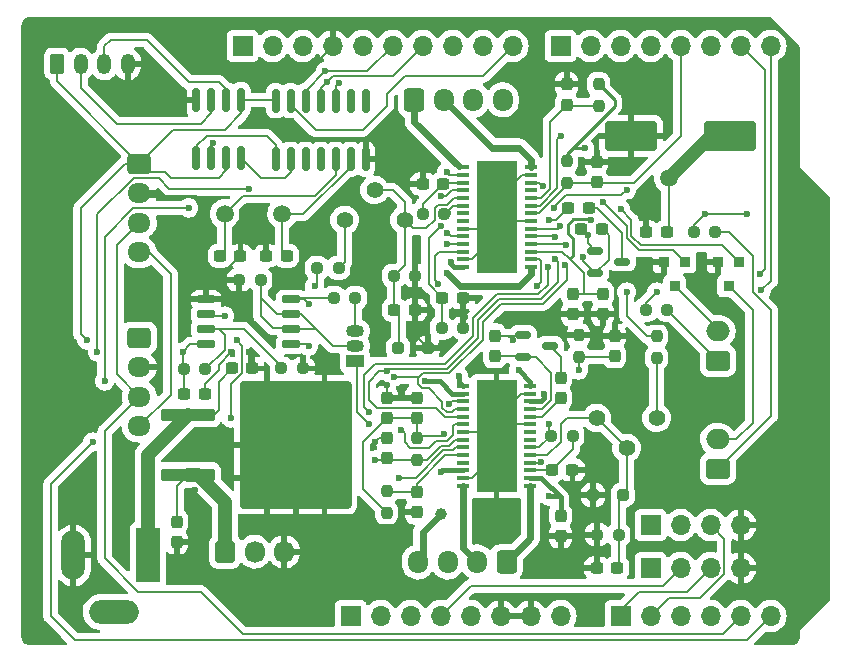
<source format=gtl>
%TF.GenerationSoftware,KiCad,Pcbnew,7.0.5*%
%TF.CreationDate,2024-08-01T11:48:32+09:00*%
%TF.ProjectId,Arduini-Sheild_L6470-rs485-canfd,41726475-696e-4692-9d53-6865696c645f,rev?*%
%TF.SameCoordinates,Original*%
%TF.FileFunction,Copper,L1,Top*%
%TF.FilePolarity,Positive*%
%FSLAX46Y46*%
G04 Gerber Fmt 4.6, Leading zero omitted, Abs format (unit mm)*
G04 Created by KiCad (PCBNEW 7.0.5) date 2024-08-01 11:48:32*
%MOMM*%
%LPD*%
G01*
G04 APERTURE LIST*
G04 Aperture macros list*
%AMRoundRect*
0 Rectangle with rounded corners*
0 $1 Rounding radius*
0 $2 $3 $4 $5 $6 $7 $8 $9 X,Y pos of 4 corners*
0 Add a 4 corners polygon primitive as box body*
4,1,4,$2,$3,$4,$5,$6,$7,$8,$9,$2,$3,0*
0 Add four circle primitives for the rounded corners*
1,1,$1+$1,$2,$3*
1,1,$1+$1,$4,$5*
1,1,$1+$1,$6,$7*
1,1,$1+$1,$8,$9*
0 Add four rect primitives between the rounded corners*
20,1,$1+$1,$2,$3,$4,$5,0*
20,1,$1+$1,$4,$5,$6,$7,0*
20,1,$1+$1,$6,$7,$8,$9,0*
20,1,$1+$1,$8,$9,$2,$3,0*%
G04 Aperture macros list end*
%TA.AperFunction,ComponentPad*%
%ADD10R,1.700000X1.700000*%
%TD*%
%TA.AperFunction,ComponentPad*%
%ADD11O,1.700000X1.700000*%
%TD*%
%TA.AperFunction,SMDPad,CuDef*%
%ADD12R,0.914400X0.914400*%
%TD*%
%TA.AperFunction,SMDPad,CuDef*%
%ADD13RoundRect,0.237500X0.237500X-0.250000X0.237500X0.250000X-0.237500X0.250000X-0.237500X-0.250000X0*%
%TD*%
%TA.AperFunction,SMDPad,CuDef*%
%ADD14RoundRect,0.237500X0.237500X-0.300000X0.237500X0.300000X-0.237500X0.300000X-0.237500X-0.300000X0*%
%TD*%
%TA.AperFunction,SMDPad,CuDef*%
%ADD15RoundRect,0.237500X-0.237500X0.300000X-0.237500X-0.300000X0.237500X-0.300000X0.237500X0.300000X0*%
%TD*%
%TA.AperFunction,SMDPad,CuDef*%
%ADD16RoundRect,0.237500X-0.300000X-0.237500X0.300000X-0.237500X0.300000X0.237500X-0.300000X0.237500X0*%
%TD*%
%TA.AperFunction,SMDPad,CuDef*%
%ADD17RoundRect,0.237500X-0.237500X0.250000X-0.237500X-0.250000X0.237500X-0.250000X0.237500X0.250000X0*%
%TD*%
%TA.AperFunction,SMDPad,CuDef*%
%ADD18RoundRect,0.237500X-0.250000X-0.237500X0.250000X-0.237500X0.250000X0.237500X-0.250000X0.237500X0*%
%TD*%
%TA.AperFunction,ComponentPad*%
%ADD19RoundRect,0.250000X0.600000X0.725000X-0.600000X0.725000X-0.600000X-0.725000X0.600000X-0.725000X0*%
%TD*%
%TA.AperFunction,ComponentPad*%
%ADD20O,1.700000X1.950000*%
%TD*%
%TA.AperFunction,SMDPad,CuDef*%
%ADD21RoundRect,0.250000X-2.050000X-0.300000X2.050000X-0.300000X2.050000X0.300000X-2.050000X0.300000X0*%
%TD*%
%TA.AperFunction,SMDPad,CuDef*%
%ADD22RoundRect,0.250000X-2.025000X-2.375000X2.025000X-2.375000X2.025000X2.375000X-2.025000X2.375000X0*%
%TD*%
%TA.AperFunction,SMDPad,CuDef*%
%ADD23RoundRect,0.250002X-4.449998X-5.149998X4.449998X-5.149998X4.449998X5.149998X-4.449998X5.149998X0*%
%TD*%
%TA.AperFunction,ComponentPad*%
%ADD24RoundRect,0.250000X-0.725000X0.600000X-0.725000X-0.600000X0.725000X-0.600000X0.725000X0.600000X0*%
%TD*%
%TA.AperFunction,ComponentPad*%
%ADD25O,1.950000X1.700000*%
%TD*%
%TA.AperFunction,ComponentPad*%
%ADD26RoundRect,0.250000X0.750000X-0.600000X0.750000X0.600000X-0.750000X0.600000X-0.750000X-0.600000X0*%
%TD*%
%TA.AperFunction,ComponentPad*%
%ADD27O,2.000000X1.700000*%
%TD*%
%TA.AperFunction,SMDPad,CuDef*%
%ADD28RoundRect,0.150000X-0.512500X-0.150000X0.512500X-0.150000X0.512500X0.150000X-0.512500X0.150000X0*%
%TD*%
%TA.AperFunction,SMDPad,CuDef*%
%ADD29RoundRect,0.150000X0.150000X-0.825000X0.150000X0.825000X-0.150000X0.825000X-0.150000X-0.825000X0*%
%TD*%
%TA.AperFunction,SMDPad,CuDef*%
%ADD30RoundRect,0.237500X0.300000X0.237500X-0.300000X0.237500X-0.300000X-0.237500X0.300000X-0.237500X0*%
%TD*%
%TA.AperFunction,SMDPad,CuDef*%
%ADD31RoundRect,0.250000X1.950000X1.000000X-1.950000X1.000000X-1.950000X-1.000000X1.950000X-1.000000X0*%
%TD*%
%TA.AperFunction,ComponentPad*%
%ADD32RoundRect,0.250000X-0.600000X-0.725000X0.600000X-0.725000X0.600000X0.725000X-0.600000X0.725000X0*%
%TD*%
%TA.AperFunction,ComponentPad*%
%ADD33R,2.000000X4.600000*%
%TD*%
%TA.AperFunction,ComponentPad*%
%ADD34O,2.000000X4.200000*%
%TD*%
%TA.AperFunction,ComponentPad*%
%ADD35O,4.200000X2.000000*%
%TD*%
%TA.AperFunction,ComponentPad*%
%ADD36C,1.397000*%
%TD*%
%TA.AperFunction,SMDPad,CuDef*%
%ADD37RoundRect,0.250000X-0.250000X-0.250000X0.250000X-0.250000X0.250000X0.250000X-0.250000X0.250000X0*%
%TD*%
%TA.AperFunction,SMDPad,CuDef*%
%ADD38R,1.100000X0.400000*%
%TD*%
%TA.AperFunction,SMDPad,CuDef*%
%ADD39R,3.400000X9.500000*%
%TD*%
%TA.AperFunction,ComponentPad*%
%ADD40RoundRect,0.250000X-0.350000X-0.625000X0.350000X-0.625000X0.350000X0.625000X-0.350000X0.625000X0*%
%TD*%
%TA.AperFunction,ComponentPad*%
%ADD41O,1.200000X1.750000*%
%TD*%
%TA.AperFunction,SMDPad,CuDef*%
%ADD42RoundRect,0.150000X0.650000X0.150000X-0.650000X0.150000X-0.650000X-0.150000X0.650000X-0.150000X0*%
%TD*%
%TA.AperFunction,SMDPad,CuDef*%
%ADD43RoundRect,0.250000X0.250000X0.250000X-0.250000X0.250000X-0.250000X-0.250000X0.250000X-0.250000X0*%
%TD*%
%TA.AperFunction,ComponentPad*%
%ADD44C,1.500000*%
%TD*%
%TA.AperFunction,SMDPad,CuDef*%
%ADD45RoundRect,0.237500X0.250000X0.237500X-0.250000X0.237500X-0.250000X-0.237500X0.250000X-0.237500X0*%
%TD*%
%TA.AperFunction,ComponentPad*%
%ADD46RoundRect,0.250000X-0.600000X-0.675000X0.600000X-0.675000X0.600000X0.675000X-0.600000X0.675000X0*%
%TD*%
%TA.AperFunction,ComponentPad*%
%ADD47O,1.700000X1.850000*%
%TD*%
%TA.AperFunction,ComponentPad*%
%ADD48R,1.500000X1.050000*%
%TD*%
%TA.AperFunction,ComponentPad*%
%ADD49O,1.500000X1.050000*%
%TD*%
%TA.AperFunction,ViaPad*%
%ADD50C,0.600000*%
%TD*%
%TA.AperFunction,ViaPad*%
%ADD51C,1.500000*%
%TD*%
%TA.AperFunction,ViaPad*%
%ADD52C,1.000000*%
%TD*%
%TA.AperFunction,Conductor*%
%ADD53C,0.200000*%
%TD*%
%TA.AperFunction,Conductor*%
%ADD54C,0.250000*%
%TD*%
%TA.AperFunction,Conductor*%
%ADD55C,0.400000*%
%TD*%
%TA.AperFunction,Conductor*%
%ADD56C,1.200000*%
%TD*%
%TA.AperFunction,Conductor*%
%ADD57C,0.600000*%
%TD*%
G04 APERTURE END LIST*
D10*
%TO.P,J1,1,Pin_1*%
%TO.N,unconnected-(J1-Pin_1-Pad1)*%
X127940000Y-97460000D03*
D11*
%TO.P,J1,2,Pin_2*%
%TO.N,/IOREF*%
X130480000Y-97460000D03*
%TO.P,J1,3,Pin_3*%
%TO.N,/~{RESET}*%
X133020000Y-97460000D03*
%TO.P,J1,4,Pin_4*%
%TO.N,+3V3*%
X135560000Y-97460000D03*
%TO.P,J1,5,Pin_5*%
%TO.N,+5V*%
X138100000Y-97460000D03*
%TO.P,J1,6,Pin_6*%
%TO.N,GND*%
X140640000Y-97460000D03*
%TO.P,J1,7,Pin_7*%
X143180000Y-97460000D03*
%TO.P,J1,8,Pin_8*%
%TO.N,VCC*%
X145720000Y-97460000D03*
%TD*%
D10*
%TO.P,J2,1,Pin_1*%
%TO.N,/A0*%
X150800000Y-97460000D03*
D11*
%TO.P,J2,2,Pin_2*%
%TO.N,/A1*%
X153340000Y-97460000D03*
%TO.P,J2,3,Pin_3*%
%TO.N,/A2*%
X155880000Y-97460000D03*
%TO.P,J2,4,Pin_4*%
%TO.N,/A3*%
X158420000Y-97460000D03*
%TO.P,J2,5,Pin_5*%
%TO.N,/SDA{slash}A4*%
X160960000Y-97460000D03*
%TO.P,J2,6,Pin_6*%
%TO.N,/SCL{slash}A5*%
X163500000Y-97460000D03*
%TD*%
D10*
%TO.P,J3,1,Pin_1*%
%TO.N,/SCL{slash}A5*%
X118796000Y-49200000D03*
D11*
%TO.P,J3,2,Pin_2*%
%TO.N,/SDA{slash}A4*%
X121336000Y-49200000D03*
%TO.P,J3,3,Pin_3*%
%TO.N,/AREF*%
X123876000Y-49200000D03*
%TO.P,J3,4,Pin_4*%
%TO.N,GND*%
X126416000Y-49200000D03*
%TO.P,J3,5,Pin_5*%
%TO.N,/13*%
X128956000Y-49200000D03*
%TO.P,J3,6,Pin_6*%
%TO.N,/12*%
X131496000Y-49200000D03*
%TO.P,J3,7,Pin_7*%
%TO.N,/\u002A11*%
X134036000Y-49200000D03*
%TO.P,J3,8,Pin_8*%
%TO.N,/\u002A10*%
X136576000Y-49200000D03*
%TO.P,J3,9,Pin_9*%
%TO.N,/\u002A9*%
X139116000Y-49200000D03*
%TO.P,J3,10,Pin_10*%
%TO.N,/8*%
X141656000Y-49200000D03*
%TD*%
D10*
%TO.P,J4,1,Pin_1*%
%TO.N,/7*%
X145720000Y-49200000D03*
D11*
%TO.P,J4,2,Pin_2*%
%TO.N,/\u002A6*%
X148260000Y-49200000D03*
%TO.P,J4,3,Pin_3*%
%TO.N,/\u002A5*%
X150800000Y-49200000D03*
%TO.P,J4,4,Pin_4*%
%TO.N,/4*%
X153340000Y-49200000D03*
%TO.P,J4,5,Pin_5*%
%TO.N,/\u002A3*%
X155880000Y-49200000D03*
%TO.P,J4,6,Pin_6*%
%TO.N,/\u002ABUSY2*%
X158420000Y-49200000D03*
%TO.P,J4,7,Pin_7*%
%TO.N,/TX{slash}1*%
X160960000Y-49200000D03*
%TO.P,J4,8,Pin_8*%
%TO.N,/RX{slash}0*%
X163500000Y-49200000D03*
%TD*%
D12*
%TO.P,Q3,1,G*%
%TO.N,/\u002A9*%
X156261000Y-67488000D03*
%TO.P,Q3,2,S*%
%TO.N,GND*%
X154483000Y-67488000D03*
%TO.P,Q3,3,D*%
%TO.N,Net-(J10-Pin_2)*%
X155372000Y-69520000D03*
%TD*%
D13*
%TO.P,R18,1*%
%TO.N,+3V0*%
X130988000Y-88720500D03*
%TO.P,R18,2*%
%TO.N,/\u002AFLAG*%
X130988000Y-86895500D03*
%TD*%
D14*
%TO.P,C18,1*%
%TO.N,Net-(D4-K)*%
X140132000Y-75462500D03*
%TO.P,C18,2*%
%TO.N,VS*%
X140132000Y-73737500D03*
%TD*%
D15*
%TO.P,C21,1*%
%TO.N,Net-(D4-common)*%
X145720000Y-77293500D03*
%TO.P,C21,2*%
%TO.N,Net-(U6-CP)*%
X145720000Y-79018500D03*
%TD*%
D16*
%TO.P,C1,1*%
%TO.N,+5V*%
X113869500Y-78664000D03*
%TO.P,C1,2*%
%TO.N,GND*%
X115594500Y-78664000D03*
%TD*%
D17*
%TO.P,R13,1*%
%TO.N,VS*%
X153848000Y-73791000D03*
%TO.P,R13,2*%
%TO.N,Net-(R13-Pad2)*%
X153848000Y-75616000D03*
%TD*%
D16*
%TO.P,C6,1*%
%TO.N,Net-(U4-SW)*%
X135713500Y-70536000D03*
%TO.P,C6,2*%
%TO.N,GND*%
X137438500Y-70536000D03*
%TD*%
D15*
%TO.P,C16,1*%
%TO.N,+6V*%
X113208000Y-89485500D03*
%TO.P,C16,2*%
%TO.N,GND*%
X113208000Y-91210500D03*
%TD*%
D18*
%TO.P,R1,1*%
%TO.N,/TX{slash}1*%
X126519500Y-70536000D03*
%TO.P,R1,2*%
%TO.N,Net-(Q1-B)*%
X128344500Y-70536000D03*
%TD*%
D19*
%TO.P,J11,1,Pin_1*%
%TO.N,/2OUT1A*%
X141148000Y-92888000D03*
D20*
%TO.P,J11,2,Pin_2*%
%TO.N,/2OUT2A*%
X138648000Y-92888000D03*
%TO.P,J11,3,Pin_3*%
%TO.N,/2OUT2B*%
X136148000Y-92888000D03*
%TO.P,J11,4,Pin_4*%
%TO.N,/2OUT1B*%
X133648000Y-92888000D03*
%TD*%
D18*
%TO.P,R3,1*%
%TO.N,+5V*%
X113819500Y-76543639D03*
%TO.P,R3,2*%
%TO.N,Net-(U1-B)*%
X115644500Y-76543639D03*
%TD*%
D21*
%TO.P,U5,1,IN*%
%TO.N,VS*%
X114156675Y-80428966D03*
D22*
%TO.P,U5,2,GND*%
%TO.N,GND*%
X120881675Y-80193966D03*
X120881675Y-85743966D03*
D23*
X123306675Y-82968966D03*
D22*
X125731675Y-80193966D03*
X125731675Y-85743966D03*
D21*
%TO.P,U5,3,OUT*%
%TO.N,+6V*%
X114156675Y-85508966D03*
%TD*%
D24*
%TO.P,J12,1,Pin_1*%
%TO.N,+5V*%
X110054000Y-59166000D03*
D25*
%TO.P,J12,2,Pin_2*%
%TO.N,GND*%
X110054000Y-61666000D03*
%TO.P,J12,3,Pin_3*%
%TO.N,/SDA{slash}A4*%
X110054000Y-64166000D03*
%TO.P,J12,4,Pin_4*%
%TO.N,/SCL{slash}A5*%
X110054000Y-66666000D03*
%TD*%
D26*
%TO.P,J9,1,Pin_1*%
%TO.N,Net-(J9-Pin_1)*%
X159034000Y-84994000D03*
D27*
%TO.P,J9,2,Pin_2*%
%TO.N,Net-(J9-Pin_2)*%
X159034000Y-82494000D03*
%TD*%
D18*
%TO.P,R4,1*%
%TO.N,Net-(U1-B)*%
X122092769Y-76506876D03*
%TO.P,R4,2*%
%TO.N,GND*%
X123917769Y-76506876D03*
%TD*%
%TO.P,R2,1*%
%TO.N,GND*%
X118495000Y-69012000D03*
%TO.P,R2,2*%
%TO.N,Net-(Q1-C)*%
X120320000Y-69012000D03*
%TD*%
D12*
%TO.P,Q2,1,G*%
%TO.N,/\u002A10*%
X160833000Y-67488000D03*
%TO.P,Q2,2,S*%
%TO.N,GND*%
X159055000Y-67488000D03*
%TO.P,Q2,3,D*%
%TO.N,Net-(J9-Pin_2)*%
X159944000Y-69520000D03*
%TD*%
D18*
%TO.P,R11,1*%
%TO.N,+3V3*%
X156999500Y-64948000D03*
%TO.P,R11,2*%
%TO.N,Net-(J9-Pin_1)*%
X158824500Y-64948000D03*
%TD*%
D17*
%TO.P,R9,1*%
%TO.N,+3V0*%
X146228000Y-58955500D03*
%TO.P,R9,2*%
%TO.N,/\u002A3*%
X146228000Y-60780500D03*
%TD*%
D18*
%TO.P,R6,1*%
%TO.N,Net-(D1-K)*%
X131599500Y-68667620D03*
%TO.P,R6,2*%
%TO.N,GND*%
X133424500Y-68667620D03*
%TD*%
D28*
%TO.P,D2,1,A*%
%TO.N,VS*%
X148646500Y-66538000D03*
%TO.P,D2,2,K*%
%TO.N,Net-(D2-K)*%
X148646500Y-68438000D03*
%TO.P,D2,3,common*%
%TO.N,Net-(D2-common)*%
X150921500Y-67488000D03*
%TD*%
D29*
%TO.P,U3,1,TXD*%
%TO.N,Net-(U2-TXCAN)*%
X114859000Y-58722000D03*
%TO.P,U3,2,VSS*%
%TO.N,GND*%
X116129000Y-58722000D03*
%TO.P,U3,3,VDD*%
%TO.N,+5V*%
X117399000Y-58722000D03*
%TO.P,U3,4,RXD*%
%TO.N,Net-(U2-RXCAN)*%
X118669000Y-58722000D03*
%TO.P,U3,5,VIO*%
%TO.N,+5V*%
X118669000Y-53772000D03*
%TO.P,U3,6,CANL*%
%TO.N,Net-(J8-Pin_3)*%
X117399000Y-53772000D03*
%TO.P,U3,7,CANH*%
%TO.N,Net-(J8-Pin_2)*%
X116129000Y-53772000D03*
%TO.P,U3,8,STBY*%
%TO.N,GND*%
X114859000Y-53772000D03*
%TD*%
D14*
%TO.P,C19,1*%
%TO.N,Net-(U6-SW)*%
X150292000Y-75462500D03*
%TO.P,C19,2*%
%TO.N,GND*%
X150292000Y-73737500D03*
%TD*%
D16*
%TO.P,C20,1*%
%TO.N,/\u002ASTBY*%
X145001974Y-85097479D03*
%TO.P,C20,2*%
%TO.N,GND*%
X146726974Y-85097479D03*
%TD*%
D30*
%TO.P,C9,1*%
%TO.N,VS*%
X154710500Y-64948000D03*
%TO.P,C9,2*%
%TO.N,GND*%
X152985500Y-64948000D03*
%TD*%
D31*
%TO.P,C11,1*%
%TO.N,VS*%
X160080000Y-56820000D03*
%TO.P,C11,2*%
%TO.N,GND*%
X151680000Y-56820000D03*
%TD*%
D17*
%TO.P,R15,1*%
%TO.N,GND*%
X147244000Y-73687500D03*
%TO.P,R15,2*%
%TO.N,Net-(U6-SW)*%
X147244000Y-75512500D03*
%TD*%
D10*
%TO.P,J17,1,Pin_1*%
%TO.N,+5V*%
X153340000Y-89762000D03*
D11*
%TO.P,J17,2,Pin_2*%
%TO.N,+3V3*%
X155880000Y-89762000D03*
%TO.P,J17,3,Pin_3*%
%TO.N,/A1*%
X158420000Y-89762000D03*
%TO.P,J17,4,Pin_4*%
%TO.N,GND*%
X160960000Y-89762000D03*
%TD*%
D32*
%TO.P,J7,1,Pin_1*%
%TO.N,/OUT1A*%
X133334000Y-53755000D03*
D20*
%TO.P,J7,2,Pin_2*%
%TO.N,/OUT2A*%
X135834000Y-53755000D03*
%TO.P,J7,3,Pin_3*%
%TO.N,/OUT2B*%
X138334000Y-53755000D03*
%TO.P,J7,4,Pin_4*%
%TO.N,/OUT1B*%
X140834000Y-53755000D03*
%TD*%
D30*
%TO.P,C8,1*%
%TO.N,Net-(D2-common)*%
X148106500Y-62916000D03*
%TO.P,C8,2*%
%TO.N,Net-(U4-CP)*%
X146381500Y-62916000D03*
%TD*%
D15*
%TO.P,C10,1*%
%TO.N,+3V0*%
X149276000Y-70181500D03*
%TO.P,C10,2*%
%TO.N,GND*%
X149276000Y-71906500D03*
%TD*%
D29*
%TO.P,U2,1,TXCAN*%
%TO.N,Net-(U2-TXCAN)*%
X121590000Y-58787000D03*
%TO.P,U2,2,RXCAN*%
%TO.N,Net-(U2-RXCAN)*%
X122860000Y-58787000D03*
%TO.P,U2,3,CLKO/SOF*%
%TO.N,unconnected-(U2-CLKO{slash}SOF-Pad3)*%
X124130000Y-58787000D03*
%TO.P,U2,4,~{INT}*%
%TO.N,unconnected-(U2-~{INT}-Pad4)*%
X125400000Y-58787000D03*
%TO.P,U2,5,OSC2*%
%TO.N,Net-(U2-OSC2)*%
X126670000Y-58787000D03*
%TO.P,U2,6,OSC1*%
%TO.N,Net-(U2-OSC1)*%
X127940000Y-58787000D03*
%TO.P,U2,7,VSS*%
%TO.N,GND*%
X129210000Y-58787000D03*
%TO.P,U2,8,~{INT1}/GPIO1*%
%TO.N,unconnected-(U2-~{INT1}{slash}GPIO1-Pad8)*%
X129210000Y-53837000D03*
%TO.P,U2,9,~{INT0}/GPIO0/XSTBY*%
%TO.N,unconnected-(U2-~{INT0}{slash}GPIO0{slash}XSTBY-Pad9)*%
X127940000Y-53837000D03*
%TO.P,U2,10,SCK*%
%TO.N,/13*%
X126670000Y-53837000D03*
%TO.P,U2,11,SDI*%
%TO.N,/\u002A11*%
X125400000Y-53837000D03*
%TO.P,U2,12,SDO*%
%TO.N,/12*%
X124130000Y-53837000D03*
%TO.P,U2,13,nCS*%
%TO.N,/8*%
X122860000Y-53837000D03*
%TO.P,U2,14,VDD*%
%TO.N,+5V*%
X121590000Y-53837000D03*
%TD*%
D30*
%TO.P,C5,1*%
%TO.N,Net-(D2-K)*%
X149202057Y-64664663D03*
%TO.P,C5,2*%
%TO.N,VS*%
X147477057Y-64664663D03*
%TD*%
D33*
%TO.P,J6,1*%
%TO.N,VS*%
X110772926Y-92332567D03*
D34*
%TO.P,J6,2*%
%TO.N,GND*%
X104472926Y-92332567D03*
D35*
%TO.P,J6,3*%
%TO.N,N/C*%
X107872926Y-97132567D03*
%TD*%
D14*
%TO.P,C26,1*%
%TO.N,/\u002ABUSY2*%
X130988000Y-84098500D03*
%TO.P,C26,2*%
%TO.N,GND*%
X130988000Y-82373500D03*
%TD*%
D36*
%TO.P,RV2,1,1*%
%TO.N,Net-(R13-Pad2)*%
X153848000Y-80696000D03*
%TO.P,RV2,2,2*%
%TO.N,Net-(D3-K)*%
X151308000Y-83236000D03*
%TO.P,RV2,3,3*%
X148768000Y-80696000D03*
%TD*%
D37*
%TO.P,D1,1,K*%
%TO.N,Net-(D1-K)*%
X131974637Y-74787833D03*
%TO.P,D1,2,A*%
%TO.N,GND*%
X134474637Y-74787833D03*
%TD*%
D16*
%TO.P,C4,1*%
%TO.N,Net-(D1-K)*%
X131649500Y-71552000D03*
%TO.P,C4,2*%
%TO.N,GND*%
X133374500Y-71552000D03*
%TD*%
D38*
%TO.P,U6,1,OUT1A*%
%TO.N,/2OUT1A*%
X143148000Y-86445000D03*
%TO.P,U6,2,VSA*%
%TO.N,VS*%
X143148000Y-85795000D03*
%TO.P,U6,3,\u002ASTBY/\u002ARST*%
%TO.N,/\u002ASTBY*%
X143148000Y-85145000D03*
%TO.P,U6,4,SW*%
%TO.N,Net-(U6-SW)*%
X143148000Y-84495000D03*
%TO.P,U6,5,ADCIN*%
%TO.N,Net-(D3-K)*%
X143148000Y-83845000D03*
%TO.P,U6,6,VREG*%
%TO.N,+3V0*%
X143148000Y-83195000D03*
%TO.P,U6,7,OSCIN*%
%TO.N,unconnected-(U6-OSCIN-Pad7)*%
X143148000Y-82545000D03*
%TO.P,U6,8,OSCOUT*%
%TO.N,unconnected-(U6-OSCOUT-Pad8)*%
X143148000Y-81895000D03*
%TO.P,U6,9,AGND*%
%TO.N,GND*%
X143148000Y-81245000D03*
%TO.P,U6,10,CP*%
%TO.N,Net-(U6-CP)*%
X143148000Y-80595000D03*
%TO.P,U6,11,VBOOT*%
%TO.N,Net-(D4-K)*%
X143148000Y-79945000D03*
%TO.P,U6,12,VSB*%
%TO.N,VS*%
X143148000Y-79295000D03*
%TO.P,U6,13,PGND*%
%TO.N,GND*%
X143148000Y-78645000D03*
%TO.P,U6,14,OUT1B*%
%TO.N,/2OUT1B*%
X143148000Y-77995000D03*
%TO.P,U6,15,OUT2B*%
%TO.N,/2OUT2B*%
X137448000Y-77995000D03*
%TO.P,U6,16,VSB*%
%TO.N,VS*%
X137448000Y-78645000D03*
%TO.P,U6,17,VDD*%
%TO.N,+3V0*%
X137448000Y-79295000D03*
%TO.P,U6,18,SDO*%
%TO.N,/12*%
X137448000Y-79945000D03*
%TO.P,U6,19,CK*%
%TO.N,/13*%
X137448000Y-80595000D03*
%TO.P,U6,20,SDI*%
%TO.N,/\u002A11*%
X137448000Y-81245000D03*
%TO.P,U6,21,DGND*%
%TO.N,GND*%
X137448000Y-81895000D03*
%TO.P,U6,22,\u002ABUSY/SYNC*%
%TO.N,/\u002ABUSY2*%
X137448000Y-82545000D03*
%TO.P,U6,23,\u002ACS*%
%TO.N,/4*%
X137448000Y-83195000D03*
%TO.P,U6,24,\u002AFLAG*%
%TO.N,/\u002AFLAG*%
X137448000Y-83845000D03*
%TO.P,U6,25,STCK*%
%TO.N,/STCK*%
X137448000Y-84495000D03*
%TO.P,U6,26,VSA*%
%TO.N,VS*%
X137448000Y-85145000D03*
%TO.P,U6,27,PGND*%
%TO.N,GND*%
X137448000Y-85795000D03*
%TO.P,U6,28,OUT2A*%
%TO.N,/2OUT2A*%
X137448000Y-86445000D03*
D39*
%TO.P,U6,29,EPAD*%
%TO.N,GND*%
X140298000Y-82220000D03*
%TD*%
D26*
%TO.P,J10,1,Pin_1*%
%TO.N,Net-(J10-Pin_1)*%
X159034000Y-75850000D03*
D27*
%TO.P,J10,2,Pin_2*%
%TO.N,Net-(J10-Pin_2)*%
X159034000Y-73350000D03*
%TD*%
D17*
%TO.P,R10,1*%
%TO.N,+3V0*%
X148933474Y-52428541D03*
%TO.P,R10,2*%
%TO.N,/\u002AFLAG*%
X148933474Y-54253541D03*
%TD*%
D38*
%TO.P,U4,1,OUT1A*%
%TO.N,/OUT1A*%
X137480000Y-59463000D03*
%TO.P,U4,2,VSA*%
%TO.N,VS*%
X137480000Y-60113000D03*
%TO.P,U4,3,\u002ASTBY/\u002ARST*%
%TO.N,/\u002ASTBY*%
X137480000Y-60763000D03*
%TO.P,U4,4,SW*%
%TO.N,Net-(U4-SW)*%
X137480000Y-61413000D03*
%TO.P,U4,5,ADCIN*%
%TO.N,Net-(D1-K)*%
X137480000Y-62063000D03*
%TO.P,U4,6,VREG*%
%TO.N,+3V0*%
X137480000Y-62713000D03*
%TO.P,U4,7,OSCIN*%
%TO.N,unconnected-(U4-OSCIN-Pad7)*%
X137480000Y-63363000D03*
%TO.P,U4,8,OSCOUT*%
%TO.N,unconnected-(U4-OSCOUT-Pad8)*%
X137480000Y-64013000D03*
%TO.P,U4,9,AGND*%
%TO.N,GND*%
X137480000Y-64663000D03*
%TO.P,U4,10,CP*%
%TO.N,Net-(U4-CP)*%
X137480000Y-65313000D03*
%TO.P,U4,11,VBOOT*%
%TO.N,Net-(D2-K)*%
X137480000Y-65963000D03*
%TO.P,U4,12,VSB*%
%TO.N,VS*%
X137480000Y-66613000D03*
%TO.P,U4,13,PGND*%
%TO.N,GND*%
X137480000Y-67263000D03*
%TO.P,U4,14,OUT1B*%
%TO.N,/OUT1B*%
X137480000Y-67913000D03*
%TO.P,U4,15,OUT2B*%
%TO.N,/OUT2B*%
X143180000Y-67913000D03*
%TO.P,U4,16,VSB*%
%TO.N,VS*%
X143180000Y-67263000D03*
%TO.P,U4,17,VDD*%
%TO.N,+3V0*%
X143180000Y-66613000D03*
%TO.P,U4,18,SDO*%
%TO.N,/12*%
X143180000Y-65963000D03*
%TO.P,U4,19,CK*%
%TO.N,/13*%
X143180000Y-65313000D03*
%TO.P,U4,20,SDI*%
%TO.N,/\u002A11*%
X143180000Y-64663000D03*
%TO.P,U4,21,DGND*%
%TO.N,GND*%
X143180000Y-64013000D03*
%TO.P,U4,22,\u002ABUSY/SYNC*%
%TO.N,/\u002A3*%
X143180000Y-63363000D03*
%TO.P,U4,23,\u002ACS*%
%TO.N,/7*%
X143180000Y-62713000D03*
%TO.P,U4,24,\u002AFLAG*%
%TO.N,/\u002AFLAG*%
X143180000Y-62063000D03*
%TO.P,U4,25,STCK*%
%TO.N,/STCK*%
X143180000Y-61413000D03*
%TO.P,U4,26,VSA*%
%TO.N,VS*%
X143180000Y-60763000D03*
%TO.P,U4,27,PGND*%
%TO.N,GND*%
X143180000Y-60113000D03*
%TO.P,U4,28,OUT2A*%
%TO.N,/OUT2A*%
X143180000Y-59463000D03*
D39*
%TO.P,U4,29,EPAD*%
%TO.N,GND*%
X140330000Y-63688000D03*
%TD*%
D40*
%TO.P,J8,1,Pin_1*%
%TO.N,+5V*%
X103080000Y-50724000D03*
D41*
%TO.P,J8,2,Pin_2*%
%TO.N,Net-(J8-Pin_2)*%
X105080000Y-50724000D03*
%TO.P,J8,3,Pin_3*%
%TO.N,Net-(J8-Pin_3)*%
X107080000Y-50724000D03*
%TO.P,J8,4,Pin_4*%
%TO.N,GND*%
X109080000Y-50724000D03*
%TD*%
D18*
%TO.P,R16,1*%
%TO.N,+3V0*%
X144911000Y-82220000D03*
%TO.P,R16,2*%
%TO.N,/\u002ASTBY*%
X146736000Y-82220000D03*
%TD*%
D15*
%TO.P,C22,1*%
%TO.N,VS*%
X145720000Y-88977500D03*
%TO.P,C22,2*%
%TO.N,GND*%
X145720000Y-90702500D03*
%TD*%
D28*
%TO.P,D4,1,A*%
%TO.N,VS*%
X142550500Y-73650000D03*
%TO.P,D4,2,K*%
%TO.N,Net-(D4-K)*%
X142550500Y-75550000D03*
%TO.P,D4,3,common*%
%TO.N,Net-(D4-common)*%
X144825500Y-74600000D03*
%TD*%
D42*
%TO.P,U1,1,RO*%
%TO.N,/RX{slash}0*%
X122904000Y-74473000D03*
%TO.P,U1,2,~{RE}*%
%TO.N,Net-(Q1-C)*%
X122904000Y-73203000D03*
%TO.P,U1,3,DE*%
X122904000Y-71933000D03*
%TO.P,U1,4,DI*%
%TO.N,/TX{slash}1*%
X122904000Y-70663000D03*
%TO.P,U1,5,GND*%
%TO.N,GND*%
X115704000Y-70663000D03*
%TO.P,U1,6,A*%
%TO.N,Net-(J5-Pin_2)*%
X115704000Y-71933000D03*
%TO.P,U1,7,B*%
%TO.N,Net-(U1-B)*%
X115704000Y-73203000D03*
%TO.P,U1,8,VCC*%
%TO.N,+5V*%
X115704000Y-74473000D03*
%TD*%
D15*
%TO.P,C12,1*%
%TO.N,+3V0*%
X146736000Y-70181500D03*
%TO.P,C12,2*%
%TO.N,GND*%
X146736000Y-71906500D03*
%TD*%
D14*
%TO.P,C14,1*%
%TO.N,/\u002AFLAG*%
X146228000Y-54183026D03*
%TO.P,C14,2*%
%TO.N,GND*%
X146228000Y-52458026D03*
%TD*%
D43*
%TO.P,D3,1,K*%
%TO.N,Net-(D3-K)*%
X150982296Y-87227686D03*
%TO.P,D3,2,A*%
%TO.N,GND*%
X148482296Y-87227686D03*
%TD*%
D17*
%TO.P,R17,1*%
%TO.N,+3V0*%
X133528000Y-82427000D03*
%TO.P,R17,2*%
%TO.N,/\u002ABUSY2*%
X133528000Y-84252000D03*
%TD*%
D18*
%TO.P,R12,1*%
%TO.N,+3V3*%
X152935500Y-71552000D03*
%TO.P,R12,2*%
%TO.N,Net-(J10-Pin_1)*%
X154760500Y-71552000D03*
%TD*%
D36*
%TO.P,RV1,1,1*%
%TO.N,Net-(R5-Pad2)*%
X127432000Y-63932000D03*
%TO.P,RV1,2,2*%
%TO.N,Net-(D1-K)*%
X129972000Y-61392000D03*
%TO.P,RV1,3,3*%
X132512000Y-63932000D03*
%TD*%
D44*
%TO.P,Y1,1,1*%
%TO.N,Net-(U2-OSC1)*%
X122152000Y-63424000D03*
%TO.P,Y1,2,2*%
%TO.N,Net-(U2-OSC2)*%
X117272000Y-63424000D03*
%TD*%
D16*
%TO.P,C15,1*%
%TO.N,VS*%
X117872073Y-76506876D03*
%TO.P,C15,2*%
%TO.N,GND*%
X119597073Y-76506876D03*
%TD*%
%TO.P,C3,1*%
%TO.N,GND*%
X120800696Y-66980000D03*
%TO.P,C3,2*%
%TO.N,Net-(U2-OSC1)*%
X122525696Y-66980000D03*
%TD*%
D18*
%TO.P,R5,1*%
%TO.N,VS*%
X125099000Y-67996000D03*
%TO.P,R5,2*%
%TO.N,Net-(R5-Pad2)*%
X126924000Y-67996000D03*
%TD*%
D45*
%TO.P,R7,1*%
%TO.N,GND*%
X137488500Y-73076000D03*
%TO.P,R7,2*%
%TO.N,Net-(U4-SW)*%
X135663500Y-73076000D03*
%TD*%
D46*
%TO.P,J5,1,Pin_1*%
%TO.N,+6V*%
X117312000Y-92014000D03*
D47*
%TO.P,J5,2,Pin_2*%
%TO.N,Net-(J5-Pin_2)*%
X119812000Y-92014000D03*
%TO.P,J5,3,Pin_3*%
%TO.N,GND*%
X122312000Y-92014000D03*
%TD*%
D48*
%TO.P,Q1,1,E*%
%TO.N,+5V*%
X128300000Y-75870000D03*
D49*
%TO.P,Q1,2,C*%
%TO.N,Net-(Q1-C)*%
X128300000Y-74600000D03*
%TO.P,Q1,3,B*%
%TO.N,Net-(Q1-B)*%
X128300000Y-73330000D03*
%TD*%
D14*
%TO.P,C25,1*%
%TO.N,+3V0*%
X130988000Y-80713347D03*
%TO.P,C25,2*%
%TO.N,GND*%
X130988000Y-78988347D03*
%TD*%
D10*
%TO.P,J16,1,Pin_1*%
%TO.N,+5V*%
X153340000Y-93396000D03*
D11*
%TO.P,J16,2,Pin_2*%
%TO.N,+3V3*%
X155880000Y-93396000D03*
%TO.P,J16,3,Pin_3*%
%TO.N,/A0*%
X158420000Y-93396000D03*
%TO.P,J16,4,Pin_4*%
%TO.N,GND*%
X160960000Y-93396000D03*
%TD*%
D14*
%TO.P,C23,1*%
%TO.N,+3V0*%
X133528000Y-80696000D03*
%TO.P,C23,2*%
%TO.N,GND*%
X133528000Y-78971000D03*
%TD*%
D45*
%TO.P,R14,1*%
%TO.N,Net-(D3-K)*%
X150628000Y-90578000D03*
%TO.P,R14,2*%
%TO.N,GND*%
X148803000Y-90578000D03*
%TD*%
D24*
%TO.P,J13,1,Pin_1*%
%TO.N,+5V*%
X110054000Y-73898000D03*
D25*
%TO.P,J13,2,Pin_2*%
%TO.N,GND*%
X110054000Y-76398000D03*
%TO.P,J13,3,Pin_3*%
%TO.N,/SDA{slash}A4*%
X110054000Y-78898000D03*
%TO.P,J13,4,Pin_4*%
%TO.N,/SCL{slash}A5*%
X110054000Y-81398000D03*
%TD*%
D15*
%TO.P,C27,1*%
%TO.N,/\u002AFLAG*%
X133528000Y-86945500D03*
%TO.P,C27,2*%
%TO.N,GND*%
X133528000Y-88670500D03*
%TD*%
D45*
%TO.P,R8,1*%
%TO.N,+3V0*%
X135861000Y-63424000D03*
%TO.P,R8,2*%
%TO.N,/\u002ASTBY*%
X134036000Y-63424000D03*
%TD*%
D30*
%TO.P,C7,1*%
%TO.N,/\u002ASTBY*%
X135764875Y-60884000D03*
%TO.P,C7,2*%
%TO.N,GND*%
X134039875Y-60884000D03*
%TD*%
D14*
%TO.P,C13,1*%
%TO.N,/\u002A3*%
X148768000Y-60730500D03*
%TO.P,C13,2*%
%TO.N,GND*%
X148768000Y-59005500D03*
%TD*%
D30*
%TO.P,C17,1*%
%TO.N,Net-(D3-K)*%
X150493000Y-93396000D03*
%TO.P,C17,2*%
%TO.N,GND*%
X148768000Y-93396000D03*
%TD*%
%TO.P,C2,1*%
%TO.N,GND*%
X118618098Y-66980000D03*
%TO.P,C2,2*%
%TO.N,Net-(U2-OSC2)*%
X116893098Y-66980000D03*
%TD*%
D50*
%TO.N,GND*%
X121336000Y-83236000D03*
X129972000Y-82728000D03*
X160960000Y-87808000D03*
X152324000Y-87808000D03*
X141656000Y-86284000D03*
X165024000Y-51232000D03*
X130988000Y-77923000D03*
X125400000Y-75108000D03*
X117832834Y-75127954D03*
X148768000Y-76632000D03*
X104572000Y-97968000D03*
X101016000Y-47676000D03*
X167564000Y-68504000D03*
X109144000Y-54280000D03*
X157912000Y-87808000D03*
X147244000Y-92380000D03*
X129972000Y-66472000D03*
X105588000Y-84760000D03*
X141656000Y-62916000D03*
X133528000Y-73076000D03*
X101016000Y-80696000D03*
X111176000Y-52756000D03*
X151816000Y-51740000D03*
X131496000Y-59868000D03*
X139116000Y-86284000D03*
X125400000Y-83236000D03*
X101016000Y-66980000D03*
X101016000Y-98476000D03*
X101016000Y-92380000D03*
X101016000Y-59868000D03*
X143688000Y-51232000D03*
X148260000Y-85268000D03*
X127940000Y-61900000D03*
X141656000Y-89332000D03*
X123368000Y-96444000D03*
X165024000Y-55296000D03*
X104572000Y-88316000D03*
X104572000Y-96444000D03*
X167564000Y-88824000D03*
X139116000Y-89332000D03*
X108128000Y-84760000D03*
X147244000Y-95936000D03*
X167564000Y-82220000D03*
X130480000Y-74092000D03*
X112700000Y-54280000D03*
X167564000Y-75616000D03*
X139116000Y-78156000D03*
X105588000Y-76632000D03*
X101016000Y-53772000D03*
X123368000Y-81204000D03*
X131496000Y-55804000D03*
X144196000Y-91364000D03*
X139116000Y-81712000D03*
X105588000Y-80696000D03*
X143180000Y-56312000D03*
X114732000Y-92888000D03*
X114732000Y-86792000D03*
X154864000Y-85268000D03*
X120320000Y-52248000D03*
X125400000Y-85268000D03*
X121336000Y-97460000D03*
X121336000Y-85268000D03*
X101016000Y-86792000D03*
X125908000Y-65964000D03*
X139116000Y-62916000D03*
X129464000Y-89332000D03*
X151816000Y-76632000D03*
X151816000Y-54280000D03*
X139116000Y-67488000D03*
X152832000Y-61900000D03*
X107620000Y-52756000D03*
X139116000Y-59360000D03*
X115240000Y-65456000D03*
X135560000Y-74584536D03*
X124384000Y-65964000D03*
X120320000Y-55296000D03*
X141656000Y-81712000D03*
X121336000Y-81204000D03*
X123368000Y-83236000D03*
X141656000Y-59360000D03*
X141656000Y-67488000D03*
X101016000Y-74092000D03*
X165024000Y-59868000D03*
X154356000Y-51740000D03*
X152832000Y-67488000D03*
X154864000Y-87808000D03*
X137592000Y-72151500D03*
X113716000Y-67488000D03*
X140640000Y-56312000D03*
X155880000Y-76632000D03*
X123368000Y-85268000D03*
X119359073Y-75108000D03*
X119304000Y-96444000D03*
X147244000Y-93904000D03*
X154356000Y-54280000D03*
X116256000Y-57419500D03*
X152832000Y-69012000D03*
X141656000Y-78156000D03*
X144196000Y-95936000D03*
%TO.N,+5V*%
X129464000Y-81204000D03*
X105588000Y-74092000D03*
X113716000Y-75108000D03*
%TO.N,/SCL{slash}A5*%
X106096000Y-82728000D03*
%TO.N,/13*%
X106512500Y-75108000D03*
X130988000Y-76723500D03*
X145212000Y-65363500D03*
X119304000Y-61300500D03*
X145212000Y-67212500D03*
X126924000Y-52339500D03*
%TO.N,/12*%
X146186080Y-66072160D03*
X146103839Y-67780339D03*
X114224000Y-62916000D03*
X125800000Y-51340000D03*
X131606265Y-77230404D03*
X107112000Y-77564500D03*
%TO.N,/7*%
X145720000Y-56820000D03*
%TO.N,/\u002A11*%
X144629500Y-67904500D03*
X129464000Y-80188000D03*
X125908000Y-52248000D03*
X145704536Y-64455464D03*
X132220500Y-81712000D03*
%TO.N,/\u002A10*%
X150800000Y-63021560D03*
%TO.N,/\u002A9*%
X149277942Y-62421560D03*
%TO.N,/4*%
X132004000Y-85776000D03*
%TO.N,/TX{slash}1*%
X162575500Y-68495134D03*
X124384000Y-71044000D03*
%TO.N,/RX{slash}0*%
X124384000Y-74600000D03*
X162699661Y-69903839D03*
%TO.N,+3V3*%
X161468000Y-63424000D03*
X153848000Y-70028000D03*
X157912000Y-63424000D03*
%TO.N,VS*%
X136068000Y-59868000D03*
X124892000Y-69520000D03*
X134266239Y-77587318D03*
X135341550Y-69316228D03*
X144200902Y-61046407D03*
X144704000Y-87300000D03*
X143688000Y-69520000D03*
X141656000Y-74092000D03*
X144345500Y-78664000D03*
X148006000Y-65202000D03*
X135560000Y-85268000D03*
D51*
X154864000Y-60376000D03*
D50*
X151308000Y-70028000D03*
%TO.N,+3V0*%
X135843664Y-82045500D03*
X144704000Y-81204000D03*
X136302336Y-79556156D03*
X151308000Y-61392000D03*
X136177849Y-63320500D03*
X147752000Y-57836000D03*
X145196536Y-62931464D03*
X148291846Y-63899753D03*
%TO.N,/OUT2B*%
X136068000Y-68420500D03*
%TO.N,Net-(D2-K)*%
X147617988Y-67082439D03*
X136068000Y-65964000D03*
%TO.N,/OUT1B*%
X136431739Y-67498188D03*
%TO.N,Net-(U6-SW)*%
X144093665Y-84444500D03*
X147244000Y-76632000D03*
%TO.N,/\u002ABUSY2*%
X129972000Y-84252000D03*
%TO.N,/2OUT2B*%
X137084000Y-77155817D03*
D52*
%TO.N,/2OUT1B*%
X135560000Y-88824000D03*
D50*
X142164000Y-76632000D03*
%TO.N,Net-(U4-SW)*%
X135578349Y-61918349D03*
X135560000Y-64440000D03*
%TO.N,Net-(U4-CP)*%
X136125334Y-65005334D03*
X144704000Y-63932000D03*
%TO.N,Net-(J5-Pin_2)*%
X118288000Y-74092000D03*
X117272000Y-72060000D03*
X117780000Y-80696000D03*
%TD*%
D53*
%TO.N,GND*%
X119359073Y-76268876D02*
X119597073Y-76506876D01*
D54*
X114732000Y-61900000D02*
X115704000Y-62872000D01*
D53*
X140655000Y-64013000D02*
X140330000Y-63688000D01*
X133528000Y-73841196D02*
X133528000Y-68771120D01*
X115594500Y-77841279D02*
X116764000Y-76671779D01*
X140298000Y-83695000D02*
X140298000Y-82220000D01*
X154483000Y-67488000D02*
X152832000Y-67488000D01*
X143180000Y-64013000D02*
X140655000Y-64013000D01*
X129972000Y-82728000D02*
X130326500Y-82373500D01*
D54*
X115704000Y-62872000D02*
X115704000Y-70663000D01*
D53*
X143148000Y-81245000D02*
X141273000Y-81245000D01*
X116078098Y-69520000D02*
X115748000Y-69520000D01*
X137448000Y-85795000D02*
X138198000Y-85795000D01*
D54*
X110054000Y-61666000D02*
X110288000Y-61900000D01*
D53*
X150292000Y-69012000D02*
X150292000Y-73737500D01*
X134474637Y-74787833D02*
X133528000Y-73841196D01*
X139355000Y-64663000D02*
X140330000Y-63688000D01*
X142398000Y-78645000D02*
X140298000Y-80745000D01*
X140330000Y-65163000D02*
X140330000Y-63688000D01*
X133510653Y-78988347D02*
X133528000Y-78971000D01*
X141273000Y-81245000D02*
X140298000Y-82220000D01*
X126416000Y-49200000D02*
X123368000Y-52248000D01*
X130326500Y-82373500D02*
X130988000Y-82373500D01*
X151308000Y-69012000D02*
X150292000Y-69012000D01*
X152832000Y-67488000D02*
X151308000Y-69012000D01*
X115594500Y-78664000D02*
X115594500Y-77841279D01*
X137480000Y-64663000D02*
X139355000Y-64663000D01*
X138230000Y-67263000D02*
X140330000Y-65163000D01*
X135356703Y-74787833D02*
X134474637Y-74787833D01*
X123368000Y-52248000D02*
X120320000Y-52248000D01*
X133528000Y-68771120D02*
X133424500Y-68667620D01*
X118618098Y-66980000D02*
X116078098Y-69520000D01*
X116129000Y-58722000D02*
X116129000Y-57546500D01*
X140298000Y-80745000D02*
X140298000Y-82220000D01*
X139973000Y-81895000D02*
X140298000Y-82220000D01*
X116764000Y-76196788D02*
X117832834Y-75127954D01*
X137448000Y-81895000D02*
X139973000Y-81895000D01*
X138198000Y-85795000D02*
X140298000Y-83695000D01*
X143148000Y-78645000D02*
X142398000Y-78645000D01*
X119359073Y-75108000D02*
X119359073Y-76268876D01*
X143180000Y-60113000D02*
X142430000Y-60113000D01*
X130988000Y-77923000D02*
X130988000Y-78988347D01*
X116129000Y-57546500D02*
X116256000Y-57419500D01*
X137480000Y-67263000D02*
X138230000Y-67263000D01*
D54*
X110288000Y-61900000D02*
X114732000Y-61900000D01*
D53*
X130988000Y-78988347D02*
X133510653Y-78988347D01*
X116764000Y-76671779D02*
X116764000Y-76196788D01*
X140330000Y-62213000D02*
X140330000Y-63688000D01*
X142430000Y-60113000D02*
X140330000Y-62213000D01*
X135560000Y-74584536D02*
X135356703Y-74787833D01*
%TO.N,+5V*%
X116764000Y-60376000D02*
X112700000Y-60376000D01*
X117272000Y-56312000D02*
X118669000Y-54915000D01*
X110054000Y-59166000D02*
X103080000Y-52192000D01*
X112700000Y-60376000D02*
X112192000Y-59868000D01*
X113716000Y-75108000D02*
X113716000Y-76440139D01*
X118669000Y-53772000D02*
X121525000Y-53772000D01*
X129464000Y-81204000D02*
X128448000Y-80188000D01*
X117399000Y-58722000D02*
X117399000Y-59741000D01*
X112908000Y-56312000D02*
X117272000Y-56312000D01*
X113819500Y-76543639D02*
X113819500Y-78614000D01*
X112192000Y-59868000D02*
X110756000Y-59868000D01*
X118669000Y-54915000D02*
X118669000Y-53772000D01*
X110054000Y-59166000D02*
X112908000Y-56312000D01*
X128448000Y-76018000D02*
X128300000Y-75870000D01*
X121525000Y-53772000D02*
X121590000Y-53837000D01*
X105080000Y-73584000D02*
X105588000Y-74092000D01*
X117399000Y-59741000D02*
X116764000Y-60376000D01*
X103080000Y-52192000D02*
X103080000Y-50724000D01*
X113716000Y-76440139D02*
X113819500Y-76543639D01*
X113819500Y-78614000D02*
X113869500Y-78664000D01*
X114351000Y-74473000D02*
X115704000Y-74473000D01*
X128448000Y-80188000D02*
X128448000Y-76018000D01*
X108830000Y-59166000D02*
X105080000Y-62916000D01*
X105080000Y-62916000D02*
X105080000Y-73584000D01*
X110054000Y-59166000D02*
X108830000Y-59166000D01*
X113716000Y-75108000D02*
X114351000Y-74473000D01*
X110756000Y-59868000D02*
X110054000Y-59166000D01*
%TO.N,/A0*%
X152324000Y-95428000D02*
X150800000Y-96952000D01*
X156388000Y-95428000D02*
X152324000Y-95428000D01*
X150800000Y-96952000D02*
X150800000Y-97460000D01*
X158420000Y-93396000D02*
X156388000Y-95428000D01*
%TO.N,/A1*%
X159570000Y-93872346D02*
X157506346Y-95936000D01*
X154864000Y-95936000D02*
X153340000Y-97460000D01*
X158420000Y-89762000D02*
X159570000Y-90912000D01*
X159570000Y-90912000D02*
X159570000Y-93872346D01*
X157506346Y-95936000D02*
X154864000Y-95936000D01*
%TO.N,/SDA{slash}A4*%
X108128000Y-76972000D02*
X110054000Y-78898000D01*
X160960000Y-97460000D02*
X159436000Y-98984000D01*
X108128000Y-66092000D02*
X108128000Y-76972000D01*
X115240000Y-95428000D02*
X109968359Y-95428000D01*
X107112000Y-92571641D02*
X107112000Y-81840000D01*
X110054000Y-64166000D02*
X108128000Y-66092000D01*
X109968359Y-95428000D02*
X107112000Y-92571641D01*
X107112000Y-81840000D02*
X110054000Y-78898000D01*
X159436000Y-98984000D02*
X118796000Y-98984000D01*
X118796000Y-98984000D02*
X115240000Y-95428000D01*
%TO.N,/SCL{slash}A5*%
X112700000Y-68504000D02*
X112700000Y-78752000D01*
X102540000Y-97460000D02*
X102540000Y-86284000D01*
X102540000Y-86284000D02*
X106096000Y-82728000D01*
X110054000Y-66666000D02*
X110862000Y-66666000D01*
X112700000Y-78752000D02*
X110054000Y-81398000D01*
X110862000Y-66666000D02*
X112700000Y-68504000D01*
X104572000Y-99492000D02*
X102540000Y-97460000D01*
X163500000Y-97460000D02*
X161468000Y-99492000D01*
X161468000Y-99492000D02*
X104572000Y-99492000D01*
%TO.N,/13*%
X133020000Y-76524000D02*
X133528000Y-76524000D01*
X106512500Y-75108000D02*
X106512500Y-63456154D01*
X109592654Y-60376000D02*
X111684000Y-60376000D01*
X112608500Y-61300500D02*
X119304000Y-61300500D01*
X140474315Y-70644000D02*
X144030314Y-70644000D01*
X129464000Y-77648000D02*
X130388500Y-76723500D01*
X111684000Y-60376000D02*
X112608500Y-61300500D01*
X145161500Y-65313000D02*
X143180000Y-65313000D01*
X145212000Y-65363500D02*
X145161500Y-65313000D01*
X137448000Y-80595000D02*
X135909314Y-80595000D01*
X130150500Y-79858500D02*
X129464000Y-79172000D01*
X135172814Y-79858500D02*
X130150500Y-79858500D01*
X131187500Y-76524000D02*
X133020000Y-76524000D01*
X126670000Y-52593500D02*
X126670000Y-53837000D01*
X144030314Y-70644000D02*
X145503839Y-69170475D01*
X130388500Y-76723500D02*
X130988000Y-76723500D01*
X138716000Y-73926314D02*
X138716000Y-72402314D01*
X130988000Y-76723500D02*
X131187500Y-76524000D01*
X106512500Y-63456154D02*
X109592654Y-60376000D01*
X126924000Y-52339500D02*
X126670000Y-52593500D01*
X145503839Y-69170475D02*
X145503839Y-67504339D01*
X133528000Y-76524000D02*
X136118314Y-76524000D01*
X138716000Y-72402314D02*
X140474315Y-70644000D01*
X145503839Y-67504339D02*
X145212000Y-67212500D01*
X136118314Y-76524000D02*
X138716000Y-73926314D01*
X129464000Y-79172000D02*
X129464000Y-77648000D01*
X135909314Y-80595000D02*
X135172814Y-79858500D01*
%TO.N,/12*%
X131606265Y-77230404D02*
X133775331Y-77230404D01*
X107112000Y-65356654D02*
X107112000Y-77564500D01*
X133666239Y-77339496D02*
X133666239Y-77835847D01*
X114224000Y-62916000D02*
X109552654Y-62916000D01*
X133775331Y-77230404D02*
X134081735Y-76924000D01*
X144196000Y-71044000D02*
X140640000Y-71044000D01*
X135702336Y-79314336D02*
X135702336Y-79822336D01*
X134419471Y-76924000D02*
X134081735Y-76924000D01*
X146186080Y-66072160D02*
X146076920Y-65963000D01*
X131496000Y-49200000D02*
X129356000Y-51340000D01*
X146228000Y-67904500D02*
X146228000Y-69012000D01*
X134017710Y-78187318D02*
X134575318Y-78187318D01*
X139116000Y-72568000D02*
X139116000Y-74092000D01*
X124130000Y-53010000D02*
X124130000Y-53837000D01*
X134081735Y-76924000D02*
X133666239Y-77339496D01*
X146103839Y-67780339D02*
X146228000Y-67904500D01*
X133666239Y-77835847D02*
X134017710Y-78187318D01*
X146076920Y-65963000D02*
X143180000Y-65963000D01*
X129356000Y-51340000D02*
X125800000Y-51340000D01*
X146228000Y-69012000D02*
X144196000Y-71044000D01*
X140640000Y-71044000D02*
X139116000Y-72568000D01*
X136068000Y-80188000D02*
X136519021Y-80188000D01*
X109552654Y-62916000D02*
X107112000Y-65356654D01*
X134575318Y-78187318D02*
X135702336Y-79314336D01*
X136283999Y-76924000D02*
X134419471Y-76924000D01*
X125800000Y-51340000D02*
X124130000Y-53010000D01*
X135702336Y-79822336D02*
X136068000Y-80188000D01*
X139116000Y-74092000D02*
X136283999Y-76924000D01*
X136762021Y-79945000D02*
X137448000Y-79945000D01*
X136519021Y-80188000D02*
X136762021Y-79945000D01*
%TO.N,/8*%
X128956000Y-56312000D02*
X124993604Y-56312000D01*
X132512000Y-51740000D02*
X130988000Y-53264000D01*
X122860000Y-54178396D02*
X122860000Y-53837000D01*
X139116000Y-51740000D02*
X132512000Y-51740000D01*
X141656000Y-49200000D02*
X139116000Y-51740000D01*
X130988000Y-54280000D02*
X128956000Y-56312000D01*
X130988000Y-53264000D02*
X130988000Y-54280000D01*
X124993604Y-56312000D02*
X122860000Y-54178396D01*
%TO.N,/7*%
X145720000Y-56820000D02*
X145454217Y-57085783D01*
X145454217Y-61207307D02*
X143948524Y-62713000D01*
X143948524Y-62713000D02*
X143180000Y-62713000D01*
X145454217Y-57085783D02*
X145454217Y-61207307D01*
%TO.N,/\u002A11*%
X136748000Y-81245000D02*
X137448000Y-81245000D01*
X136115314Y-82645000D02*
X136598000Y-82162314D01*
X129064000Y-79788000D02*
X129064000Y-77032000D01*
X145704536Y-64455464D02*
X145497000Y-64663000D01*
X132220500Y-81712000D02*
X132512000Y-82003500D01*
X145497000Y-64663000D02*
X143180000Y-64663000D01*
X136598000Y-81395000D02*
X136748000Y-81245000D01*
X135135000Y-82645000D02*
X136115314Y-82645000D01*
X129064000Y-77032000D02*
X129972000Y-76124000D01*
X135952628Y-76124000D02*
X138316000Y-73760628D01*
X136598000Y-82162314D02*
X136598000Y-81395000D01*
X125400000Y-52756000D02*
X125400000Y-53837000D01*
X132998500Y-83214500D02*
X134565500Y-83214500D01*
X134565500Y-83214500D02*
X135135000Y-82645000D01*
X134036000Y-49200000D02*
X131496000Y-51740000D01*
X125908000Y-52248000D02*
X125400000Y-52756000D01*
X132512000Y-82003500D02*
X132512000Y-82728000D01*
X140308629Y-70244000D02*
X143812529Y-70244000D01*
X143812529Y-70244000D02*
X144629500Y-69427029D01*
X126416000Y-51740000D02*
X125908000Y-52248000D01*
X144629500Y-69427029D02*
X144629500Y-67904500D01*
X138316000Y-73760628D02*
X138316000Y-72236628D01*
X131496000Y-51740000D02*
X126416000Y-51740000D01*
X129464000Y-80188000D02*
X129064000Y-79788000D01*
X129972000Y-76124000D02*
X135952628Y-76124000D01*
X138316000Y-72236628D02*
X140308629Y-70244000D01*
X132512000Y-82728000D02*
X132998500Y-83214500D01*
%TO.N,/\u002A10*%
X151721500Y-63943060D02*
X151721500Y-65303814D01*
X150800000Y-63021560D02*
X151721500Y-63943060D01*
X151721500Y-65303814D02*
X152489686Y-66072000D01*
X152489686Y-66072000D02*
X159417000Y-66072000D01*
X159417000Y-66072000D02*
X160833000Y-67488000D01*
%TO.N,/\u002A9*%
X149277942Y-62421560D02*
X151321500Y-64465118D01*
X151321500Y-64465118D02*
X151321500Y-65469500D01*
X151321500Y-65469500D02*
X152324000Y-66472000D01*
X155245000Y-66472000D02*
X156261000Y-67488000D01*
X152324000Y-66472000D02*
X155245000Y-66472000D01*
%TO.N,/4*%
X136598000Y-83445000D02*
X136848000Y-83195000D01*
X136848000Y-83195000D02*
X137448000Y-83195000D01*
X132004000Y-85776000D02*
X133470314Y-85776000D01*
X135801314Y-83445000D02*
X136598000Y-83445000D01*
X133470314Y-85776000D02*
X135801314Y-83445000D01*
%TO.N,/TX{slash}1*%
X162992000Y-68078634D02*
X162992000Y-51232000D01*
X162575500Y-68495134D02*
X162992000Y-68078634D01*
X124003000Y-70663000D02*
X122904000Y-70663000D01*
X123031000Y-70536000D02*
X122904000Y-70663000D01*
X124384000Y-71044000D02*
X124003000Y-70663000D01*
X126519500Y-70536000D02*
X123031000Y-70536000D01*
X162992000Y-51232000D02*
X160960000Y-49200000D01*
%TO.N,/\u002A3*%
X143180000Y-63363000D02*
X143864210Y-63363000D01*
X146228000Y-60999210D02*
X146228000Y-60780500D01*
X151919500Y-60780500D02*
X155880000Y-56820000D01*
X143864210Y-63363000D02*
X146228000Y-60999210D01*
X155880000Y-56820000D02*
X155880000Y-49200000D01*
X146228000Y-60780500D02*
X151919500Y-60780500D01*
%TO.N,/RX{slash}0*%
X163500000Y-69103500D02*
X163500000Y-49200000D01*
X122904000Y-74473000D02*
X124257000Y-74473000D01*
X162699661Y-69903839D02*
X163500000Y-69103500D01*
X124257000Y-74473000D02*
X124384000Y-74600000D01*
%TO.N,+3V3*%
X155880000Y-93396000D02*
X154356000Y-94920000D01*
X157912000Y-63424000D02*
X161468000Y-63424000D01*
X152935500Y-70940500D02*
X153848000Y-70028000D01*
X156999500Y-64336500D02*
X157912000Y-63424000D01*
X152935500Y-71552000D02*
X152935500Y-70940500D01*
X138100000Y-94920000D02*
X135560000Y-97460000D01*
X154356000Y-94920000D02*
X138100000Y-94920000D01*
X156999500Y-64948000D02*
X156999500Y-64336500D01*
%TO.N,VS*%
X125099000Y-69313000D02*
X125099000Y-67996000D01*
D55*
X137448000Y-85145000D02*
X135683000Y-85145000D01*
D53*
X135341550Y-69316228D02*
X135052000Y-69026678D01*
D55*
X144345500Y-79022500D02*
X144345500Y-78664000D01*
D53*
X148006000Y-65202000D02*
X148006000Y-65897500D01*
X135052000Y-69026678D02*
X135052000Y-66980000D01*
D55*
X136548000Y-78645000D02*
X137448000Y-78645000D01*
D56*
X154864000Y-60376000D02*
X158420000Y-56820000D01*
D55*
X135683000Y-85145000D02*
X135560000Y-85268000D01*
X135490318Y-77587318D02*
X136548000Y-78645000D01*
X143148000Y-79295000D02*
X144073000Y-79295000D01*
D53*
X144030000Y-67413000D02*
X143880000Y-67263000D01*
D55*
X134266239Y-77587318D02*
X135490318Y-77587318D01*
D53*
X153848000Y-73791000D02*
X153039000Y-73791000D01*
X140132000Y-73737500D02*
X142463000Y-73737500D01*
X124892000Y-69520000D02*
X125099000Y-69313000D01*
X141301500Y-73737500D02*
X141656000Y-74092000D01*
X153039000Y-73791000D02*
X151308000Y-72060000D01*
X147477057Y-64664663D02*
X147477057Y-64673057D01*
D55*
X145720000Y-87417000D02*
X145720000Y-88977500D01*
D53*
X137480000Y-60113000D02*
X136313000Y-60113000D01*
X116764000Y-77614949D02*
X116764000Y-80025932D01*
D56*
X158420000Y-56820000D02*
X160080000Y-56820000D01*
D53*
X117872073Y-76506876D02*
X116764000Y-77614949D01*
D55*
X143148000Y-85795000D02*
X144098000Y-85795000D01*
D53*
X136313000Y-60113000D02*
X136068000Y-59868000D01*
D56*
X110772926Y-83812715D02*
X114156675Y-80428966D01*
D53*
X116764000Y-80025932D02*
X116360966Y-80428966D01*
D55*
X145661500Y-87358500D02*
X145603000Y-87300000D01*
D53*
X116360966Y-80428966D02*
X114156675Y-80428966D01*
D56*
X110772926Y-92332567D02*
X110772926Y-83812715D01*
D53*
X135419000Y-66613000D02*
X137480000Y-66613000D01*
D55*
X144073000Y-79295000D02*
X144345500Y-79022500D01*
D53*
X143180000Y-60763000D02*
X143917495Y-60763000D01*
X154710500Y-64948000D02*
X154864000Y-64794500D01*
X135052000Y-66980000D02*
X135419000Y-66613000D01*
X143917495Y-60763000D02*
X144200902Y-61046407D01*
X143688000Y-69520000D02*
X144030000Y-69178000D01*
X143880000Y-67263000D02*
X143180000Y-67263000D01*
X147477057Y-64673057D02*
X148006000Y-65202000D01*
D55*
X145603000Y-87300000D02*
X144704000Y-87300000D01*
D53*
X140132000Y-73737500D02*
X141301500Y-73737500D01*
X151308000Y-72060000D02*
X151308000Y-70028000D01*
X142463000Y-73737500D02*
X142550500Y-73650000D01*
X148006000Y-65897500D02*
X148646500Y-66538000D01*
D55*
X144098000Y-85795000D02*
X145720000Y-87417000D01*
D53*
X154864000Y-64794500D02*
X154864000Y-60376000D01*
X144030000Y-69178000D02*
X144030000Y-67413000D01*
%TO.N,/\u002ASTBY*%
X135885875Y-60763000D02*
X135764875Y-60884000D01*
X135764875Y-60884000D02*
X134036000Y-62612875D01*
X137480000Y-60763000D02*
X135885875Y-60763000D01*
X134036000Y-62612875D02*
X134036000Y-63424000D01*
X144954453Y-85145000D02*
X145001974Y-85097479D01*
X143148000Y-85145000D02*
X144954453Y-85145000D01*
X146736000Y-83363453D02*
X146736000Y-82220000D01*
X145001974Y-85097479D02*
X146736000Y-83363453D01*
%TO.N,+3V0*%
X146736000Y-70181500D02*
X149276000Y-70181500D01*
X143936000Y-83195000D02*
X143148000Y-83195000D01*
D54*
X146329536Y-65049536D02*
X146811080Y-65531080D01*
X146736000Y-57836000D02*
X147752000Y-57836000D01*
D53*
X133735000Y-82220000D02*
X133528000Y-82427000D01*
X136572000Y-62713000D02*
X137480000Y-62713000D01*
D54*
X146811080Y-65531080D02*
X146811080Y-66904920D01*
X150292000Y-54280000D02*
X146736000Y-57836000D01*
X148291846Y-63899753D02*
X148256756Y-63864663D01*
X146803337Y-63864663D02*
X146329536Y-64338464D01*
X146228000Y-58344000D02*
X146228000Y-58955500D01*
D53*
X130988000Y-80696000D02*
X128956000Y-82728000D01*
D54*
X146811080Y-66904920D02*
X146482000Y-67234000D01*
D53*
X144704000Y-82013000D02*
X144911000Y-82220000D01*
X135861000Y-63424000D02*
X136074349Y-63424000D01*
X128956000Y-82728000D02*
X128956000Y-86688500D01*
D54*
X146329536Y-64338464D02*
X146329536Y-65049536D01*
D53*
X144911000Y-82220000D02*
X143936000Y-83195000D01*
X146178300Y-61821560D02*
X150878440Y-61821560D01*
D54*
X148933474Y-52428541D02*
X150292000Y-53787067D01*
D53*
X128956000Y-86688500D02*
X130988000Y-88720500D01*
X135669164Y-82220000D02*
X133735000Y-82220000D01*
X147684000Y-68436000D02*
X147684000Y-70181500D01*
X135843664Y-82045500D02*
X135669164Y-82220000D01*
X144704000Y-81204000D02*
X144704000Y-82013000D01*
X136074349Y-63424000D02*
X136177849Y-63320500D01*
X145196536Y-62931464D02*
X145196536Y-62803324D01*
X143180000Y-66613000D02*
X145861000Y-66613000D01*
X146482000Y-67234000D02*
X147684000Y-68436000D01*
D54*
X146736000Y-57836000D02*
X146228000Y-58344000D01*
D53*
X136563492Y-79295000D02*
X137448000Y-79295000D01*
X136302336Y-79556156D02*
X136563492Y-79295000D01*
X145196536Y-62803324D02*
X146178300Y-61821560D01*
X150878440Y-61821560D02*
X151308000Y-61392000D01*
X145861000Y-66613000D02*
X146482000Y-67234000D01*
X135861000Y-63424000D02*
X136572000Y-62713000D01*
D54*
X150292000Y-53787067D02*
X150292000Y-54280000D01*
X148256756Y-63864663D02*
X146803337Y-63864663D01*
D53*
X133528000Y-82427000D02*
X133528000Y-80696000D01*
X133528000Y-80696000D02*
X130988000Y-80696000D01*
%TO.N,Net-(D1-K)*%
X135318838Y-62649162D02*
X135052000Y-62916000D01*
X135052000Y-63932000D02*
X134353500Y-64630500D01*
X129972000Y-61392000D02*
X131496000Y-61392000D01*
X133210500Y-64630500D02*
X132512000Y-63932000D01*
X132512000Y-63932000D02*
X132512000Y-67755120D01*
X134353500Y-64630500D02*
X133210500Y-64630500D01*
X132512000Y-63932000D02*
X132512000Y-62408000D01*
X132004000Y-74758470D02*
X131974637Y-74787833D01*
X131599500Y-68667620D02*
X131599500Y-71502000D01*
X136656314Y-62063000D02*
X137480000Y-62063000D01*
X132512000Y-67755120D02*
X131599500Y-68667620D01*
X131496000Y-61392000D02*
X132004000Y-61900000D01*
X135052000Y-62916000D02*
X135052000Y-63932000D01*
X129972000Y-61392000D02*
X130379000Y-61799000D01*
X136070152Y-62649162D02*
X136656314Y-62063000D01*
X132512000Y-62408000D02*
X132004000Y-61900000D01*
X132004000Y-71906500D02*
X132004000Y-74758470D01*
X131599500Y-71502000D02*
X132004000Y-71906500D01*
X136070152Y-62649162D02*
X135318838Y-62649162D01*
D57*
%TO.N,/OUT1A*%
X137084000Y-59360000D02*
X133334000Y-55610000D01*
X133334000Y-55610000D02*
X133334000Y-53755000D01*
D53*
X137187000Y-59463000D02*
X137084000Y-59360000D01*
D57*
%TO.N,/OUT2A*%
X142164000Y-57836000D02*
X143180000Y-58852000D01*
X135834000Y-53755000D02*
X139915000Y-57836000D01*
X143180000Y-58852000D02*
X143180000Y-59413000D01*
X139915000Y-57836000D02*
X142164000Y-57836000D01*
D53*
%TO.N,/\u002AFLAG*%
X131038000Y-86945500D02*
X130988000Y-86895500D01*
X144032838Y-62063000D02*
X144800902Y-61294936D01*
X144800902Y-61294936D02*
X144800902Y-55610124D01*
X137448000Y-83845000D02*
X135967000Y-83845000D01*
X133528000Y-86945500D02*
X131038000Y-86945500D01*
X146298515Y-54253541D02*
X148933474Y-54253541D01*
X135967000Y-83845000D02*
X133528000Y-86284000D01*
X144800902Y-55610124D02*
X146228000Y-54183026D01*
X143180000Y-62063000D02*
X144032838Y-62063000D01*
X133528000Y-86284000D02*
X133528000Y-86945500D01*
X146228000Y-54183026D02*
X146298515Y-54253541D01*
D57*
%TO.N,/OUT2B*%
X137167500Y-69520000D02*
X142164000Y-69520000D01*
X142164000Y-69520000D02*
X143180000Y-68504000D01*
X136068000Y-68420500D02*
X137167500Y-69520000D01*
X143180000Y-68504000D02*
X143180000Y-67963000D01*
D53*
%TO.N,Net-(Q1-C)*%
X122904000Y-71933000D02*
X123749000Y-71933000D01*
X120320000Y-70536000D02*
X120320000Y-72060000D01*
X122777000Y-73076000D02*
X122904000Y-73203000D01*
X122904000Y-71933000D02*
X121717000Y-71933000D01*
X120320000Y-72060000D02*
X121336000Y-73076000D01*
X121336000Y-73076000D02*
X122777000Y-73076000D01*
X128300000Y-74600000D02*
X126416000Y-74600000D01*
X126416000Y-74600000D02*
X125019000Y-73203000D01*
X121717000Y-71933000D02*
X120320000Y-70536000D01*
X125019000Y-73203000D02*
X122904000Y-73203000D01*
X120320000Y-69012000D02*
X120320000Y-70536000D01*
X123749000Y-71933000D02*
X125019000Y-73203000D01*
%TO.N,Net-(Q1-B)*%
X128344500Y-70536000D02*
X128300000Y-70580500D01*
X128300000Y-70580500D02*
X128300000Y-73330000D01*
%TO.N,Net-(D2-K)*%
X147617988Y-67082439D02*
X147617988Y-67409488D01*
X149784000Y-65246606D02*
X149202057Y-64664663D01*
X147617988Y-67409488D02*
X148646500Y-68438000D01*
X137480000Y-65963000D02*
X136069000Y-65963000D01*
X148347500Y-68438000D02*
X148646500Y-68438000D01*
X136069000Y-65963000D02*
X136068000Y-65964000D01*
X148646500Y-68438000D02*
X149784000Y-67300500D01*
X149784000Y-67300500D02*
X149784000Y-65246606D01*
D55*
%TO.N,/OUT1B*%
X137480000Y-67913000D02*
X136724261Y-67913000D01*
X136724261Y-67913000D02*
X136431739Y-67620478D01*
X136431739Y-67620478D02*
X136431739Y-67498188D01*
D56*
%TO.N,+6V*%
X117312000Y-87816365D02*
X115004601Y-85508966D01*
X115004601Y-85508966D02*
X114156675Y-85508966D01*
D53*
X113208000Y-89485500D02*
X113208000Y-86457641D01*
D56*
X117312000Y-92014000D02*
X117312000Y-87816365D01*
D53*
X113208000Y-86457641D02*
X114156675Y-85508966D01*
%TO.N,Net-(J10-Pin_1)*%
X154760500Y-71576500D02*
X154760500Y-71552000D01*
X159034000Y-75850000D02*
X154760500Y-71576500D01*
%TO.N,Net-(J10-Pin_2)*%
X159034000Y-73182000D02*
X155372000Y-69520000D01*
X159034000Y-73350000D02*
X159034000Y-73182000D01*
%TO.N,Net-(D3-K)*%
X150628000Y-90578000D02*
X150628000Y-93261000D01*
X148768000Y-80696000D02*
X151308000Y-83236000D01*
X145720000Y-81204000D02*
X146228000Y-80696000D01*
X151308000Y-83236000D02*
X151308000Y-86901982D01*
X146228000Y-80696000D02*
X148768000Y-80696000D01*
X144603000Y-83845000D02*
X145720000Y-82728000D01*
X145720000Y-82728000D02*
X145720000Y-81204000D01*
X151308000Y-86901982D02*
X150982296Y-87227686D01*
X143148000Y-83845000D02*
X144603000Y-83845000D01*
X150982296Y-87227686D02*
X150628000Y-87581982D01*
X150628000Y-87581982D02*
X150628000Y-90578000D01*
X150628000Y-93261000D02*
X150493000Y-93396000D01*
%TO.N,Net-(D4-K)*%
X143148000Y-79945000D02*
X144143500Y-79945000D01*
X142463000Y-75462500D02*
X142550500Y-75550000D01*
X144945000Y-79143500D02*
X144945000Y-76873000D01*
X144945000Y-76873000D02*
X143622000Y-75550000D01*
X140132000Y-75462500D02*
X142463000Y-75462500D01*
X144143500Y-79945000D02*
X144945000Y-79143500D01*
X143622000Y-75550000D02*
X142550500Y-75550000D01*
%TO.N,Net-(U6-SW)*%
X147244000Y-75512500D02*
X147244000Y-76632000D01*
X144093665Y-84444500D02*
X144043165Y-84495000D01*
X144043165Y-84495000D02*
X143148000Y-84495000D01*
X150242000Y-75512500D02*
X150292000Y-75462500D01*
X147244000Y-75512500D02*
X150242000Y-75512500D01*
%TO.N,Net-(D4-common)*%
X145720000Y-75494500D02*
X144825500Y-74600000D01*
X145720000Y-77293500D02*
X145720000Y-75494500D01*
%TO.N,Net-(U6-CP)*%
X145720000Y-79018500D02*
X144143500Y-80595000D01*
X144143500Y-80595000D02*
X143148000Y-80595000D01*
%TO.N,/\u002ABUSY2*%
X136281000Y-83045000D02*
X136781000Y-82545000D01*
X136781000Y-82545000D02*
X137448000Y-82545000D01*
X134428628Y-84252000D02*
X135635629Y-83045000D01*
X129972000Y-84252000D02*
X134428628Y-84252000D01*
X135635629Y-83045000D02*
X136281000Y-83045000D01*
D57*
%TO.N,/2OUT1A*%
X141148000Y-92888000D02*
X143148000Y-90888000D01*
X143148000Y-90888000D02*
X143148000Y-86495000D01*
%TO.N,/2OUT2A*%
X138648000Y-92888000D02*
X137448000Y-91688000D01*
X137448000Y-91688000D02*
X137448000Y-86495000D01*
D55*
%TO.N,/2OUT2B*%
X137084000Y-77631000D02*
X137448000Y-77995000D01*
X137084000Y-77155817D02*
X137084000Y-77631000D01*
D57*
%TO.N,/2OUT1B*%
X135560000Y-88824000D02*
X134036000Y-90348000D01*
D55*
X143148000Y-77995000D02*
X143148000Y-77616000D01*
D57*
X134036000Y-90348000D02*
X134036000Y-92500000D01*
D55*
X143148000Y-77616000D02*
X142164000Y-76632000D01*
D57*
X134036000Y-92500000D02*
X133648000Y-92888000D01*
D53*
%TO.N,Net-(U2-OSC2)*%
X117272000Y-66601098D02*
X117272000Y-63424000D01*
X124892000Y-61900000D02*
X126670000Y-60122000D01*
X116893098Y-66980000D02*
X117272000Y-66601098D01*
X117272000Y-63424000D02*
X118796000Y-61900000D01*
X126670000Y-60122000D02*
X126670000Y-58787000D01*
X118796000Y-61900000D02*
X124892000Y-61900000D01*
%TO.N,Net-(U2-OSC1)*%
X127940000Y-59417686D02*
X127940000Y-58787000D01*
X122152000Y-66606304D02*
X122152000Y-63932000D01*
X122152000Y-63424000D02*
X123933686Y-63424000D01*
X122152000Y-63469000D02*
X122152000Y-63932000D01*
X127940000Y-59360000D02*
X127940000Y-58344000D01*
X122152000Y-63842000D02*
X121734000Y-63424000D01*
X123933686Y-63424000D02*
X127940000Y-59417686D01*
X122152000Y-63932000D02*
X121734000Y-63514000D01*
X122152000Y-63932000D02*
X122152000Y-63842000D01*
X122152000Y-63932000D02*
X122242000Y-64022000D01*
X122525696Y-66980000D02*
X122152000Y-66606304D01*
%TO.N,Net-(U4-SW)*%
X136533515Y-61413000D02*
X136028166Y-61918349D01*
X137480000Y-61413000D02*
X136533515Y-61413000D01*
X135560000Y-64440000D02*
X134544000Y-65456000D01*
X136028166Y-61918349D02*
X135578349Y-61918349D01*
X135663500Y-70586000D02*
X135663500Y-73076000D01*
X134544000Y-65456000D02*
X134544000Y-69366500D01*
X135713500Y-70536000D02*
X135663500Y-70586000D01*
X134544000Y-69366500D02*
X135713500Y-70536000D01*
%TO.N,Net-(D2-common)*%
X148106500Y-62916000D02*
X148768000Y-62916000D01*
X148768000Y-62916000D02*
X150921500Y-65069500D01*
X150921500Y-65069500D02*
X150921500Y-67488000D01*
%TO.N,Net-(U4-CP)*%
X136433000Y-65313000D02*
X136125334Y-65005334D01*
X137480000Y-65313000D02*
X136433000Y-65313000D01*
X145365500Y-63932000D02*
X146381500Y-62916000D01*
X144704000Y-63932000D02*
X145365500Y-63932000D01*
%TO.N,Net-(J5-Pin_2)*%
X117780000Y-77739500D02*
X117937089Y-77739500D01*
X115831000Y-72060000D02*
X115704000Y-71933000D01*
X117780000Y-80696000D02*
X117780000Y-77739500D01*
X117937089Y-77739500D02*
X118759573Y-76917016D01*
X117272000Y-72060000D02*
X115831000Y-72060000D01*
X118759573Y-74563573D02*
X118288000Y-74092000D01*
X118759573Y-76917016D02*
X118759573Y-74563573D01*
%TO.N,Net-(J8-Pin_2)*%
X115240000Y-55804000D02*
X108128000Y-55804000D01*
X108128000Y-55804000D02*
X105080000Y-52756000D01*
X105080000Y-52756000D02*
X105080000Y-50724000D01*
X116129000Y-54915000D02*
X115240000Y-55804000D01*
X116129000Y-53772000D02*
X116129000Y-54915000D01*
%TO.N,Net-(J8-Pin_3)*%
X110668000Y-48692000D02*
X107620000Y-48692000D01*
X117399000Y-52883000D02*
X116764000Y-52248000D01*
X114224000Y-52248000D02*
X110668000Y-48692000D01*
X117399000Y-53772000D02*
X117399000Y-52883000D01*
X107080000Y-49232000D02*
X107080000Y-50724000D01*
X116764000Y-52248000D02*
X114224000Y-52248000D01*
X107620000Y-48692000D02*
X107080000Y-49232000D01*
%TO.N,Net-(J9-Pin_1)*%
X163500000Y-71552000D02*
X163500000Y-80528000D01*
X159944000Y-64948000D02*
X161976000Y-66980000D01*
X163500000Y-80528000D02*
X159034000Y-84994000D01*
X158824500Y-64948000D02*
X159944000Y-64948000D01*
X161976000Y-66980000D02*
X161976000Y-70028000D01*
X161976000Y-70028000D02*
X163500000Y-71552000D01*
%TO.N,Net-(J9-Pin_2)*%
X161976000Y-81098000D02*
X160580000Y-82494000D01*
X159944000Y-69520000D02*
X161976000Y-71552000D01*
X161976000Y-71552000D02*
X161976000Y-81098000D01*
X160580000Y-82494000D02*
X159034000Y-82494000D01*
%TO.N,Net-(U1-B)*%
X121947500Y-76227500D02*
X121947500Y-76632000D01*
X116764000Y-73203000D02*
X118923000Y-73203000D01*
X115644500Y-76543639D02*
X117272000Y-74916139D01*
X115704000Y-73203000D02*
X116764000Y-73203000D01*
X117272000Y-73711000D02*
X116764000Y-73203000D01*
X117272000Y-74916139D02*
X117272000Y-73711000D01*
X118923000Y-73203000D02*
X121947500Y-76227500D01*
%TO.N,Net-(R5-Pad2)*%
X127432000Y-63932000D02*
X127432000Y-67488000D01*
X127432000Y-67488000D02*
X126924000Y-67996000D01*
%TO.N,Net-(R13-Pad2)*%
X153848000Y-75616000D02*
X153848000Y-80696000D01*
%TO.N,Net-(U2-TXCAN)*%
X121590000Y-58787000D02*
X121590000Y-57582000D01*
X121590000Y-57582000D02*
X120828000Y-56820000D01*
X115748000Y-56820000D02*
X114859000Y-57709000D01*
X114859000Y-57709000D02*
X114859000Y-58279000D01*
X120828000Y-56820000D02*
X115748000Y-56820000D01*
%TO.N,Net-(U2-RXCAN)*%
X118669000Y-58722000D02*
X118669000Y-58279000D01*
X122860000Y-59868000D02*
X122352000Y-60376000D01*
X120323000Y-60376000D02*
X118669000Y-58722000D01*
X122860000Y-58344000D02*
X122860000Y-59868000D01*
X122352000Y-60376000D02*
X120323000Y-60376000D01*
%TD*%
%TA.AperFunction,Conductor*%
%TO.N,GND*%
G36*
X163484404Y-46755185D02*
G01*
X163505046Y-46771819D01*
X165928181Y-49194953D01*
X165961666Y-49256276D01*
X165964500Y-49282634D01*
X165964500Y-59315019D01*
X165961963Y-59334292D01*
X165962392Y-59339205D01*
X165962393Y-59339205D01*
X165963744Y-59354654D01*
X165964264Y-59360591D01*
X165964500Y-59365997D01*
X165964500Y-59373315D01*
X165965769Y-59380516D01*
X165966474Y-59385873D01*
X165967181Y-59393955D01*
X165971651Y-59403541D01*
X165978451Y-59411644D01*
X165978452Y-59411645D01*
X165979500Y-59412250D01*
X166005185Y-59431958D01*
X168468182Y-61894955D01*
X168501666Y-61956276D01*
X168504500Y-61982634D01*
X168504500Y-96107363D01*
X168484815Y-96174402D01*
X168468181Y-96195044D01*
X166018418Y-98644806D01*
X166003002Y-98656636D01*
X165986024Y-98676868D01*
X165982374Y-98680851D01*
X165977197Y-98686027D01*
X165972997Y-98692026D01*
X165969710Y-98696309D01*
X165964501Y-98702517D01*
X165960881Y-98712463D01*
X165959960Y-98722998D01*
X165960274Y-98724169D01*
X165964500Y-98756265D01*
X165964500Y-99234951D01*
X165964201Y-99241033D01*
X165952505Y-99359778D01*
X165947763Y-99383618D01*
X165917832Y-99482290D01*
X165915789Y-99489024D01*
X165906486Y-99511482D01*
X165854561Y-99608627D01*
X165841056Y-99628839D01*
X165771176Y-99713988D01*
X165753988Y-99731176D01*
X165668839Y-99801056D01*
X165648627Y-99814561D01*
X165551482Y-99866486D01*
X165529028Y-99875787D01*
X165487028Y-99888528D01*
X165423618Y-99907763D01*
X165399778Y-99912505D01*
X165281033Y-99924201D01*
X165274951Y-99924500D01*
X162195410Y-99924500D01*
X162128371Y-99904815D01*
X162082616Y-99852011D01*
X162072672Y-99782853D01*
X162101697Y-99719297D01*
X162107729Y-99712819D01*
X162500061Y-99320487D01*
X163016640Y-98803907D01*
X163077961Y-98770424D01*
X163144584Y-98774309D01*
X163165365Y-98781444D01*
X163387431Y-98818500D01*
X163612569Y-98818500D01*
X163834635Y-98781444D01*
X164047574Y-98708342D01*
X164245576Y-98601189D01*
X164423240Y-98462906D01*
X164534129Y-98342450D01*
X164575715Y-98297276D01*
X164575716Y-98297274D01*
X164575722Y-98297268D01*
X164698860Y-98108791D01*
X164789296Y-97902616D01*
X164844564Y-97684368D01*
X164845768Y-97669844D01*
X164863156Y-97460005D01*
X164863156Y-97459994D01*
X164844565Y-97235640D01*
X164844563Y-97235628D01*
X164831222Y-97182947D01*
X164789296Y-97017384D01*
X164698860Y-96811209D01*
X164682706Y-96786484D01*
X164575723Y-96622734D01*
X164575715Y-96622723D01*
X164423243Y-96457097D01*
X164423238Y-96457092D01*
X164245577Y-96318812D01*
X164245572Y-96318808D01*
X164047580Y-96211661D01*
X164047577Y-96211659D01*
X164047574Y-96211658D01*
X164047571Y-96211657D01*
X164047569Y-96211656D01*
X163834637Y-96138556D01*
X163612569Y-96101500D01*
X163387431Y-96101500D01*
X163165362Y-96138556D01*
X162952430Y-96211656D01*
X162952419Y-96211661D01*
X162754427Y-96318808D01*
X162754422Y-96318812D01*
X162576761Y-96457092D01*
X162576756Y-96457097D01*
X162424284Y-96622723D01*
X162424276Y-96622734D01*
X162333808Y-96761206D01*
X162280662Y-96806562D01*
X162211431Y-96815986D01*
X162148095Y-96786484D01*
X162126192Y-96761206D01*
X162035723Y-96622734D01*
X162035715Y-96622723D01*
X161883243Y-96457097D01*
X161883238Y-96457092D01*
X161705577Y-96318812D01*
X161705572Y-96318808D01*
X161507580Y-96211661D01*
X161507577Y-96211659D01*
X161507574Y-96211658D01*
X161507571Y-96211657D01*
X161507569Y-96211656D01*
X161294637Y-96138556D01*
X161072569Y-96101500D01*
X160847431Y-96101500D01*
X160625362Y-96138556D01*
X160412430Y-96211656D01*
X160412419Y-96211661D01*
X160214427Y-96318808D01*
X160214422Y-96318812D01*
X160036761Y-96457092D01*
X160036756Y-96457097D01*
X159884284Y-96622723D01*
X159884276Y-96622734D01*
X159793808Y-96761206D01*
X159740662Y-96806562D01*
X159671431Y-96815986D01*
X159608095Y-96786484D01*
X159586192Y-96761206D01*
X159495723Y-96622734D01*
X159495715Y-96622723D01*
X159343243Y-96457097D01*
X159343238Y-96457092D01*
X159165577Y-96318812D01*
X159165572Y-96318808D01*
X158967580Y-96211661D01*
X158967577Y-96211659D01*
X158967574Y-96211658D01*
X158967571Y-96211657D01*
X158967569Y-96211656D01*
X158754637Y-96138556D01*
X158532569Y-96101500D01*
X158500756Y-96101500D01*
X158433717Y-96081815D01*
X158387962Y-96029011D01*
X158378018Y-95959853D01*
X158407043Y-95896297D01*
X158413075Y-95889819D01*
X159891172Y-94411722D01*
X159952495Y-94378237D01*
X160022187Y-94383221D01*
X160066534Y-94411722D01*
X160088917Y-94434105D01*
X160282421Y-94569600D01*
X160496507Y-94669429D01*
X160496516Y-94669433D01*
X160710000Y-94726634D01*
X160710000Y-93831501D01*
X160817685Y-93880680D01*
X160924237Y-93896000D01*
X160995763Y-93896000D01*
X161102315Y-93880680D01*
X161210000Y-93831501D01*
X161210000Y-94726633D01*
X161423483Y-94669433D01*
X161423492Y-94669429D01*
X161637578Y-94569600D01*
X161831082Y-94434105D01*
X161998105Y-94267082D01*
X162133600Y-94073578D01*
X162233429Y-93859492D01*
X162233432Y-93859486D01*
X162290636Y-93646000D01*
X161393686Y-93646000D01*
X161419493Y-93605844D01*
X161460000Y-93467889D01*
X161460000Y-93324111D01*
X161419493Y-93186156D01*
X161393686Y-93146000D01*
X162290636Y-93146000D01*
X162290635Y-93145999D01*
X162233432Y-92932513D01*
X162233429Y-92932507D01*
X162133600Y-92718422D01*
X162133599Y-92718420D01*
X161998113Y-92524926D01*
X161998108Y-92524920D01*
X161831082Y-92357894D01*
X161637578Y-92222399D01*
X161423492Y-92122570D01*
X161423486Y-92122567D01*
X161210000Y-92065364D01*
X161210000Y-92960498D01*
X161102315Y-92911320D01*
X160995763Y-92896000D01*
X160924237Y-92896000D01*
X160817685Y-92911320D01*
X160710000Y-92960498D01*
X160710000Y-92065364D01*
X160709999Y-92065364D01*
X160496513Y-92122567D01*
X160496507Y-92122570D01*
X160354905Y-92188600D01*
X160285827Y-92199092D01*
X160222043Y-92170572D01*
X160183804Y-92112095D01*
X160178500Y-92076218D01*
X160178500Y-91081781D01*
X160198185Y-91014742D01*
X160250989Y-90968987D01*
X160320147Y-90959043D01*
X160354905Y-90969399D01*
X160496507Y-91035430D01*
X160496516Y-91035433D01*
X160710000Y-91092634D01*
X160710000Y-90197501D01*
X160817685Y-90246680D01*
X160924237Y-90262000D01*
X160995763Y-90262000D01*
X161102315Y-90246680D01*
X161210000Y-90197501D01*
X161210000Y-91092633D01*
X161423483Y-91035433D01*
X161423492Y-91035429D01*
X161637578Y-90935600D01*
X161831082Y-90800105D01*
X161998105Y-90633082D01*
X162133600Y-90439578D01*
X162233429Y-90225492D01*
X162233432Y-90225486D01*
X162290636Y-90012000D01*
X161393686Y-90012000D01*
X161419493Y-89971844D01*
X161460000Y-89833889D01*
X161460000Y-89690111D01*
X161419493Y-89552156D01*
X161393686Y-89512000D01*
X162290636Y-89512000D01*
X162290635Y-89511999D01*
X162233432Y-89298513D01*
X162233429Y-89298507D01*
X162133600Y-89084422D01*
X162133599Y-89084420D01*
X161998113Y-88890926D01*
X161998108Y-88890920D01*
X161831082Y-88723894D01*
X161637578Y-88588399D01*
X161423492Y-88488570D01*
X161423486Y-88488567D01*
X161210000Y-88431364D01*
X161210000Y-89326498D01*
X161102315Y-89277320D01*
X160995763Y-89262000D01*
X160924237Y-89262000D01*
X160817685Y-89277320D01*
X160710000Y-89326498D01*
X160710000Y-88431364D01*
X160709999Y-88431364D01*
X160496513Y-88488567D01*
X160496507Y-88488570D01*
X160282422Y-88588399D01*
X160282420Y-88588400D01*
X160088926Y-88723886D01*
X160088920Y-88723891D01*
X159921891Y-88890920D01*
X159921890Y-88890922D01*
X159795131Y-89071952D01*
X159740554Y-89115577D01*
X159671055Y-89122769D01*
X159608701Y-89091247D01*
X159589752Y-89068656D01*
X159495722Y-88924732D01*
X159495715Y-88924725D01*
X159495715Y-88924723D01*
X159343243Y-88759097D01*
X159343238Y-88759092D01*
X159201677Y-88648910D01*
X159165576Y-88620811D01*
X159165575Y-88620810D01*
X159165572Y-88620808D01*
X158967580Y-88513661D01*
X158967577Y-88513659D01*
X158967574Y-88513658D01*
X158967571Y-88513657D01*
X158967569Y-88513656D01*
X158754637Y-88440556D01*
X158532569Y-88403500D01*
X158307431Y-88403500D01*
X158085362Y-88440556D01*
X157872430Y-88513656D01*
X157872419Y-88513661D01*
X157674427Y-88620808D01*
X157674422Y-88620812D01*
X157496761Y-88759092D01*
X157496756Y-88759097D01*
X157344284Y-88924723D01*
X157344276Y-88924734D01*
X157253808Y-89063206D01*
X157200662Y-89108562D01*
X157131431Y-89117986D01*
X157068095Y-89088484D01*
X157046192Y-89063206D01*
X156955723Y-88924734D01*
X156955715Y-88924723D01*
X156803243Y-88759097D01*
X156803238Y-88759092D01*
X156661677Y-88648910D01*
X156625576Y-88620811D01*
X156625575Y-88620810D01*
X156625572Y-88620808D01*
X156427580Y-88513661D01*
X156427577Y-88513659D01*
X156427574Y-88513658D01*
X156427571Y-88513657D01*
X156427569Y-88513656D01*
X156214637Y-88440556D01*
X155992569Y-88403500D01*
X155767431Y-88403500D01*
X155545362Y-88440556D01*
X155332430Y-88513656D01*
X155332419Y-88513661D01*
X155134427Y-88620808D01*
X155134422Y-88620812D01*
X154956761Y-88759092D01*
X154893548Y-88827760D01*
X154833661Y-88863750D01*
X154763823Y-88861649D01*
X154706207Y-88822124D01*
X154686138Y-88787110D01*
X154640889Y-88665796D01*
X154612436Y-88627788D01*
X154553261Y-88548739D01*
X154436204Y-88461111D01*
X154436203Y-88461110D01*
X154299203Y-88410011D01*
X154238654Y-88403500D01*
X154238638Y-88403500D01*
X152441362Y-88403500D01*
X152441345Y-88403500D01*
X152380797Y-88410011D01*
X152380795Y-88410011D01*
X152243795Y-88461111D01*
X152126739Y-88548739D01*
X152039111Y-88665795D01*
X151988011Y-88802795D01*
X151988011Y-88802797D01*
X151981500Y-88863345D01*
X151981500Y-90660654D01*
X151988011Y-90721202D01*
X151988011Y-90721204D01*
X152021556Y-90811138D01*
X152039111Y-90858204D01*
X152126739Y-90975261D01*
X152243796Y-91062889D01*
X152380799Y-91113989D01*
X152408050Y-91116918D01*
X152441345Y-91120499D01*
X152441362Y-91120500D01*
X154238638Y-91120500D01*
X154238654Y-91120499D01*
X154265692Y-91117591D01*
X154299201Y-91113989D01*
X154436204Y-91062889D01*
X154553261Y-90975261D01*
X154640889Y-90858204D01*
X154686138Y-90736887D01*
X154728009Y-90680956D01*
X154793474Y-90656539D01*
X154861746Y-90671391D01*
X154893545Y-90696236D01*
X154956760Y-90764906D01*
X155134424Y-90903189D01*
X155134425Y-90903189D01*
X155134427Y-90903191D01*
X155225543Y-90952500D01*
X155332426Y-91010342D01*
X155545365Y-91083444D01*
X155767431Y-91120500D01*
X155992569Y-91120500D01*
X156214635Y-91083444D01*
X156427574Y-91010342D01*
X156625576Y-90903189D01*
X156803240Y-90764906D01*
X156924594Y-90633082D01*
X156955715Y-90599276D01*
X156955715Y-90599275D01*
X156955722Y-90599268D01*
X157046193Y-90460790D01*
X157099338Y-90415437D01*
X157168569Y-90406013D01*
X157231905Y-90435515D01*
X157253804Y-90460787D01*
X157344278Y-90599268D01*
X157344283Y-90599273D01*
X157344284Y-90599276D01*
X157496756Y-90764902D01*
X157496761Y-90764907D01*
X157541983Y-90800105D01*
X157674424Y-90903189D01*
X157674425Y-90903189D01*
X157674427Y-90903191D01*
X157765543Y-90952500D01*
X157872426Y-91010342D01*
X158085365Y-91083444D01*
X158307431Y-91120500D01*
X158532569Y-91120500D01*
X158754635Y-91083444D01*
X158775412Y-91076310D01*
X158845209Y-91073157D01*
X158903360Y-91105909D01*
X158925181Y-91127730D01*
X158958666Y-91189053D01*
X158961500Y-91215411D01*
X158961500Y-91971899D01*
X158941815Y-92038938D01*
X158889011Y-92084693D01*
X158819853Y-92094637D01*
X158797239Y-92089181D01*
X158754636Y-92074556D01*
X158532569Y-92037500D01*
X158307431Y-92037500D01*
X158085362Y-92074556D01*
X157872430Y-92147656D01*
X157872419Y-92147661D01*
X157674427Y-92254808D01*
X157674422Y-92254812D01*
X157496761Y-92393092D01*
X157496756Y-92393097D01*
X157344284Y-92558723D01*
X157344276Y-92558734D01*
X157253808Y-92697206D01*
X157200662Y-92742562D01*
X157131431Y-92751986D01*
X157068095Y-92722484D01*
X157046192Y-92697206D01*
X156971294Y-92582567D01*
X156955722Y-92558732D01*
X156955719Y-92558729D01*
X156955715Y-92558723D01*
X156803243Y-92393097D01*
X156803238Y-92393092D01*
X156676681Y-92294588D01*
X156625576Y-92254811D01*
X156625575Y-92254810D01*
X156625572Y-92254808D01*
X156427580Y-92147661D01*
X156427577Y-92147659D01*
X156427574Y-92147658D01*
X156427571Y-92147657D01*
X156427569Y-92147656D01*
X156214637Y-92074556D01*
X155992569Y-92037500D01*
X155767431Y-92037500D01*
X155545362Y-92074556D01*
X155332430Y-92147656D01*
X155332419Y-92147661D01*
X155134427Y-92254808D01*
X155134422Y-92254812D01*
X154956761Y-92393092D01*
X154893548Y-92461760D01*
X154833661Y-92497750D01*
X154763823Y-92495649D01*
X154706207Y-92456124D01*
X154686138Y-92421110D01*
X154640889Y-92299796D01*
X154617259Y-92268230D01*
X154553261Y-92182739D01*
X154436204Y-92095111D01*
X154402573Y-92082567D01*
X154299203Y-92044011D01*
X154238654Y-92037500D01*
X154238638Y-92037500D01*
X152441362Y-92037500D01*
X152441345Y-92037500D01*
X152380797Y-92044011D01*
X152380795Y-92044011D01*
X152243795Y-92095111D01*
X152126739Y-92182739D01*
X152039111Y-92299795D01*
X151988011Y-92436795D01*
X151988011Y-92436797D01*
X151981500Y-92497345D01*
X151981500Y-94187500D01*
X151961815Y-94254539D01*
X151909011Y-94300294D01*
X151857500Y-94311500D01*
X151469366Y-94311500D01*
X151402327Y-94291815D01*
X151356572Y-94239011D01*
X151346628Y-94169853D01*
X151375653Y-94106297D01*
X151381685Y-94099819D01*
X151382158Y-94099346D01*
X151473709Y-93950920D01*
X151528562Y-93785381D01*
X151539000Y-93683213D01*
X151538999Y-93108788D01*
X151528562Y-93006619D01*
X151473709Y-92841080D01*
X151473705Y-92841074D01*
X151473704Y-92841071D01*
X151382160Y-92692657D01*
X151382159Y-92692656D01*
X151382158Y-92692654D01*
X151272818Y-92583313D01*
X151239334Y-92521991D01*
X151236500Y-92495633D01*
X151236500Y-91540076D01*
X151256185Y-91473037D01*
X151295402Y-91434538D01*
X151343846Y-91404658D01*
X151467158Y-91281346D01*
X151558709Y-91132920D01*
X151613562Y-90967381D01*
X151624000Y-90865213D01*
X151623999Y-90290788D01*
X151613562Y-90188619D01*
X151558709Y-90023080D01*
X151558705Y-90023074D01*
X151558704Y-90023071D01*
X151467160Y-89874657D01*
X151467159Y-89874656D01*
X151467158Y-89874654D01*
X151343846Y-89751342D01*
X151343845Y-89751341D01*
X151343844Y-89751340D01*
X151295402Y-89721460D01*
X151248678Y-89669511D01*
X151236500Y-89615922D01*
X151236500Y-88352897D01*
X151256185Y-88285858D01*
X151308989Y-88240103D01*
X151347899Y-88229539D01*
X151386722Y-88225573D01*
X151402493Y-88220347D01*
X151555034Y-88169801D01*
X151705948Y-88076716D01*
X151831326Y-87951338D01*
X151924411Y-87800424D01*
X151980183Y-87632112D01*
X151990796Y-87528231D01*
X151990795Y-86927142D01*
X151980183Y-86823260D01*
X151957064Y-86753490D01*
X151922794Y-86650065D01*
X151916500Y-86611062D01*
X151916500Y-84347949D01*
X151936185Y-84280910D01*
X151969377Y-84246374D01*
X152086809Y-84164148D01*
X152236148Y-84014809D01*
X152357286Y-83841806D01*
X152446542Y-83650395D01*
X152501204Y-83446394D01*
X152519611Y-83236000D01*
X152501204Y-83025606D01*
X152446542Y-82821605D01*
X152357286Y-82630195D01*
X152285445Y-82527595D01*
X152236149Y-82457192D01*
X152200081Y-82421124D01*
X152086809Y-82307852D01*
X152086805Y-82307849D01*
X152086804Y-82307848D01*
X151913810Y-82186716D01*
X151913806Y-82186714D01*
X151913806Y-82186713D01*
X151722395Y-82097458D01*
X151722391Y-82097457D01*
X151722387Y-82097455D01*
X151518399Y-82042797D01*
X151518395Y-82042796D01*
X151518394Y-82042796D01*
X151518393Y-82042795D01*
X151518388Y-82042795D01*
X151308002Y-82024389D01*
X151307998Y-82024389D01*
X151097612Y-82042795D01*
X151097608Y-82042795D01*
X151097606Y-82042796D01*
X151097600Y-82042797D01*
X151097598Y-82042798D01*
X151070328Y-82050104D01*
X151000478Y-82048439D01*
X150950558Y-82018009D01*
X149985990Y-81053441D01*
X149952505Y-80992118D01*
X149953896Y-80933666D01*
X149961204Y-80906394D01*
X149979611Y-80696000D01*
X149978675Y-80685306D01*
X149970344Y-80590074D01*
X149961204Y-80485606D01*
X149910615Y-80296805D01*
X149906544Y-80281612D01*
X149906543Y-80281611D01*
X149906542Y-80281605D01*
X149817286Y-80090195D01*
X149696148Y-79917191D01*
X149546809Y-79767852D01*
X149546805Y-79767849D01*
X149546804Y-79767848D01*
X149373810Y-79646716D01*
X149373806Y-79646714D01*
X149350652Y-79635917D01*
X149182395Y-79557458D01*
X149182391Y-79557457D01*
X149182387Y-79557455D01*
X148978399Y-79502797D01*
X148978395Y-79502796D01*
X148978394Y-79502796D01*
X148978393Y-79502795D01*
X148978388Y-79502795D01*
X148768002Y-79484389D01*
X148767998Y-79484389D01*
X148557611Y-79502795D01*
X148557600Y-79502797D01*
X148353612Y-79557455D01*
X148353603Y-79557459D01*
X148162196Y-79646713D01*
X148162194Y-79646714D01*
X147989188Y-79767853D01*
X147839853Y-79917188D01*
X147757626Y-80034623D01*
X147703050Y-80078248D01*
X147656051Y-80087500D01*
X146542866Y-80087500D01*
X146475827Y-80067815D01*
X146430072Y-80015011D01*
X146420128Y-79945853D01*
X146449153Y-79882297D01*
X146455185Y-79875819D01*
X146455184Y-79875819D01*
X146546658Y-79784346D01*
X146638209Y-79635920D01*
X146693062Y-79470381D01*
X146703500Y-79368213D01*
X146703499Y-78668788D01*
X146693062Y-78566619D01*
X146638209Y-78401080D01*
X146638205Y-78401074D01*
X146638204Y-78401071D01*
X146546660Y-78252657D01*
X146546657Y-78252653D01*
X146537685Y-78243681D01*
X146504200Y-78182358D01*
X146509184Y-78112666D01*
X146537685Y-78068319D01*
X146537684Y-78068319D01*
X146546658Y-78059346D01*
X146638209Y-77910920D01*
X146693062Y-77745381D01*
X146703500Y-77643213D01*
X146703499Y-77471598D01*
X146723183Y-77404560D01*
X146775987Y-77358805D01*
X146845145Y-77348861D01*
X146884149Y-77363183D01*
X146884709Y-77362021D01*
X146890980Y-77365041D01*
X146890984Y-77365042D01*
X146890985Y-77365043D01*
X147062576Y-77425085D01*
X147062953Y-77425217D01*
X147062958Y-77425218D01*
X147243996Y-77445616D01*
X147244000Y-77445616D01*
X147244004Y-77445616D01*
X147425041Y-77425218D01*
X147425044Y-77425217D01*
X147425047Y-77425217D01*
X147597015Y-77365043D01*
X147751281Y-77268111D01*
X147880111Y-77139281D01*
X147977043Y-76985015D01*
X148037217Y-76813047D01*
X148037218Y-76813041D01*
X148057616Y-76632003D01*
X148057616Y-76631996D01*
X148037218Y-76450956D01*
X148013916Y-76384364D01*
X148010353Y-76314586D01*
X148043276Y-76255727D01*
X148070658Y-76228346D01*
X148100538Y-76179903D01*
X148152485Y-76133179D01*
X148206076Y-76121000D01*
X149329924Y-76121000D01*
X149396963Y-76140685D01*
X149435461Y-76179902D01*
X149447025Y-76198649D01*
X149465341Y-76228345D01*
X149588653Y-76351657D01*
X149588657Y-76351660D01*
X149737071Y-76443204D01*
X149737074Y-76443205D01*
X149737080Y-76443209D01*
X149902619Y-76498062D01*
X150004787Y-76508500D01*
X150579212Y-76508499D01*
X150681381Y-76498062D01*
X150846920Y-76443209D01*
X150995346Y-76351658D01*
X151118658Y-76228346D01*
X151210209Y-76079920D01*
X151265062Y-75914381D01*
X151275500Y-75812213D01*
X151275499Y-75112788D01*
X151265062Y-75010619D01*
X151210209Y-74845080D01*
X151210205Y-74845074D01*
X151210204Y-74845071D01*
X151118660Y-74696657D01*
X151118657Y-74696653D01*
X151103674Y-74681670D01*
X151070189Y-74620347D01*
X151075173Y-74550655D01*
X151103680Y-74506301D01*
X151111947Y-74498034D01*
X151202448Y-74351311D01*
X151202453Y-74351300D01*
X151256680Y-74187652D01*
X151266999Y-74086654D01*
X151267000Y-74086641D01*
X151267000Y-73987500D01*
X149317001Y-73987500D01*
X149317001Y-74086654D01*
X149327319Y-74187652D01*
X149381546Y-74351300D01*
X149381551Y-74351311D01*
X149472052Y-74498034D01*
X149472055Y-74498038D01*
X149480325Y-74506308D01*
X149513810Y-74567631D01*
X149508826Y-74637323D01*
X149480327Y-74681668D01*
X149465343Y-74696652D01*
X149465339Y-74696657D01*
X149373780Y-74845097D01*
X149321832Y-74891822D01*
X149268242Y-74904000D01*
X148206076Y-74904000D01*
X148139037Y-74884315D01*
X148100537Y-74845096D01*
X148100528Y-74845082D01*
X148070658Y-74796654D01*
X147955674Y-74681670D01*
X147922189Y-74620347D01*
X147927173Y-74550655D01*
X147955674Y-74506307D01*
X148063948Y-74398033D01*
X148154448Y-74251311D01*
X148154453Y-74251300D01*
X148208680Y-74087652D01*
X148218999Y-73986654D01*
X148219000Y-73986641D01*
X148219000Y-73937500D01*
X146269001Y-73937500D01*
X146269001Y-73986654D01*
X146279319Y-74087652D01*
X146333546Y-74251300D01*
X146333551Y-74251311D01*
X146424052Y-74398034D01*
X146424055Y-74398038D01*
X146532325Y-74506308D01*
X146565810Y-74567631D01*
X146560826Y-74637323D01*
X146532326Y-74681670D01*
X146417339Y-74796657D01*
X146325795Y-74945071D01*
X146325789Y-74945084D01*
X146315685Y-74975576D01*
X146275911Y-75033020D01*
X146211394Y-75059841D01*
X146142619Y-75047525D01*
X146110299Y-75024250D01*
X146030067Y-74944018D01*
X145996582Y-74882695D01*
X145994130Y-74846610D01*
X145996500Y-74816502D01*
X145996500Y-74383498D01*
X145993562Y-74346169D01*
X145991730Y-74339864D01*
X145956533Y-74218713D01*
X145947145Y-74186399D01*
X145875259Y-74064847D01*
X145862455Y-74043196D01*
X145862448Y-74043187D01*
X145744812Y-73925551D01*
X145744803Y-73925544D01*
X145601601Y-73840855D01*
X145601596Y-73840853D01*
X145441835Y-73794438D01*
X145441829Y-73794437D01*
X145404507Y-73791500D01*
X145404502Y-73791500D01*
X144246498Y-73791500D01*
X144246492Y-73791500D01*
X144209170Y-73794437D01*
X144209164Y-73794438D01*
X144049403Y-73840853D01*
X144049397Y-73840855D01*
X143908621Y-73924110D01*
X143840897Y-73941293D01*
X143774634Y-73919133D01*
X143730871Y-73864666D01*
X143721500Y-73817378D01*
X143721500Y-73487500D01*
X149317000Y-73487500D01*
X150042000Y-73487500D01*
X150042000Y-72765329D01*
X150061685Y-72698290D01*
X150097329Y-72664793D01*
X150186448Y-72520311D01*
X150186453Y-72520300D01*
X150240680Y-72356652D01*
X150250999Y-72255654D01*
X150251000Y-72255641D01*
X150251000Y-72156500D01*
X149526000Y-72156500D01*
X149526000Y-72878670D01*
X149506315Y-72945709D01*
X149470670Y-72979205D01*
X149381551Y-73123688D01*
X149381546Y-73123699D01*
X149327319Y-73287347D01*
X149317000Y-73388345D01*
X149317000Y-73487500D01*
X143721500Y-73487500D01*
X143721500Y-73433504D01*
X143721500Y-73433498D01*
X143718562Y-73396169D01*
X143716513Y-73389117D01*
X143672146Y-73236403D01*
X143672145Y-73236399D01*
X143587453Y-73093193D01*
X143587451Y-73093191D01*
X143587448Y-73093187D01*
X143469812Y-72975551D01*
X143469803Y-72975544D01*
X143326601Y-72890855D01*
X143326596Y-72890853D01*
X143166835Y-72844438D01*
X143166829Y-72844437D01*
X143129507Y-72841500D01*
X143129502Y-72841500D01*
X141971498Y-72841500D01*
X141971492Y-72841500D01*
X141934170Y-72844437D01*
X141934164Y-72844438D01*
X141774403Y-72890853D01*
X141774398Y-72890855D01*
X141631196Y-72975544D01*
X141631187Y-72975551D01*
X141514058Y-73092681D01*
X141452735Y-73126166D01*
X141426377Y-73129000D01*
X141345446Y-73129000D01*
X141337348Y-73128469D01*
X141311972Y-73125128D01*
X141301501Y-73123750D01*
X141301499Y-73123750D01*
X141291027Y-73125128D01*
X141265651Y-73128469D01*
X141257554Y-73129000D01*
X141124917Y-73129000D01*
X141057878Y-73109315D01*
X141019380Y-73070099D01*
X140958658Y-72971654D01*
X140835346Y-72848342D01*
X140835342Y-72848339D01*
X140686928Y-72756795D01*
X140686922Y-72756792D01*
X140686920Y-72756791D01*
X140649897Y-72744523D01*
X140521382Y-72701938D01*
X140419220Y-72691500D01*
X140419213Y-72691500D01*
X140152410Y-72691500D01*
X140085371Y-72671815D01*
X140039616Y-72619011D01*
X140029672Y-72549853D01*
X140058697Y-72486297D01*
X140064729Y-72479819D01*
X140377038Y-72167511D01*
X140388049Y-72156500D01*
X145761001Y-72156500D01*
X145761001Y-72255654D01*
X145771319Y-72356652D01*
X145825546Y-72520300D01*
X145825551Y-72520311D01*
X145916052Y-72667034D01*
X145916055Y-72667038D01*
X146037961Y-72788944D01*
X146037965Y-72788947D01*
X146184688Y-72879448D01*
X146184699Y-72879453D01*
X146284509Y-72912527D01*
X146341954Y-72952300D01*
X146368777Y-73016815D01*
X146356462Y-73085591D01*
X146351044Y-73095329D01*
X146333551Y-73123690D01*
X146333546Y-73123699D01*
X146279319Y-73287347D01*
X146269000Y-73388345D01*
X146269000Y-73437500D01*
X148218999Y-73437500D01*
X148218999Y-73388360D01*
X148218998Y-73388345D01*
X148208680Y-73287347D01*
X148154453Y-73123699D01*
X148154448Y-73123688D01*
X148063947Y-72976965D01*
X148063944Y-72976961D01*
X147942038Y-72855055D01*
X147942034Y-72855052D01*
X147795311Y-72764551D01*
X147795302Y-72764547D01*
X147695489Y-72731472D01*
X147638045Y-72691699D01*
X147611222Y-72627183D01*
X147623537Y-72558407D01*
X147628957Y-72548667D01*
X147646449Y-72520308D01*
X147646453Y-72520300D01*
X147700680Y-72356652D01*
X147710999Y-72255654D01*
X147711000Y-72255641D01*
X147711000Y-72156500D01*
X148301001Y-72156500D01*
X148301001Y-72255654D01*
X148311319Y-72356652D01*
X148365546Y-72520300D01*
X148365551Y-72520311D01*
X148456052Y-72667034D01*
X148456055Y-72667038D01*
X148577961Y-72788944D01*
X148577965Y-72788947D01*
X148724688Y-72879448D01*
X148724699Y-72879453D01*
X148888347Y-72933680D01*
X148989352Y-72943999D01*
X149026000Y-72943999D01*
X149026000Y-72156500D01*
X148301001Y-72156500D01*
X147711000Y-72156500D01*
X145761001Y-72156500D01*
X140388049Y-72156500D01*
X140855729Y-71688819D01*
X140917053Y-71655334D01*
X140943411Y-71652500D01*
X144152054Y-71652500D01*
X144160151Y-71653030D01*
X144177648Y-71655334D01*
X144195999Y-71657750D01*
X144196000Y-71657750D01*
X144196001Y-71657750D01*
X144231846Y-71653031D01*
X144233961Y-71652752D01*
X144233974Y-71652751D01*
X144235881Y-71652500D01*
X144235885Y-71652500D01*
X144335456Y-71639391D01*
X144335456Y-71639392D01*
X144335460Y-71639390D01*
X144354851Y-71636838D01*
X144502876Y-71575524D01*
X144598072Y-71502477D01*
X144598073Y-71502475D01*
X144606164Y-71496267D01*
X144606166Y-71496264D01*
X144629987Y-71477987D01*
X144652010Y-71449286D01*
X144657340Y-71443208D01*
X145551004Y-70549542D01*
X145612327Y-70516058D01*
X145682018Y-70521042D01*
X145737952Y-70562914D01*
X145762043Y-70624621D01*
X145762938Y-70633382D01*
X145817790Y-70798917D01*
X145817795Y-70798928D01*
X145909339Y-70947342D01*
X145909342Y-70947346D01*
X145924325Y-70962329D01*
X145957810Y-71023652D01*
X145952826Y-71093344D01*
X145924329Y-71137688D01*
X145916052Y-71145965D01*
X145825551Y-71292688D01*
X145825546Y-71292699D01*
X145771319Y-71456347D01*
X145761000Y-71557345D01*
X145761000Y-71656500D01*
X147710999Y-71656500D01*
X147710999Y-71557360D01*
X147710998Y-71557345D01*
X147700680Y-71456347D01*
X147646453Y-71292699D01*
X147646448Y-71292688D01*
X147555947Y-71145965D01*
X147555944Y-71145961D01*
X147547674Y-71137691D01*
X147514189Y-71076368D01*
X147519173Y-71006676D01*
X147547674Y-70962329D01*
X147562658Y-70947346D01*
X147562660Y-70947343D01*
X147623106Y-70849346D01*
X147675054Y-70802621D01*
X147712469Y-70791503D01*
X147713986Y-70791303D01*
X147719860Y-70790529D01*
X147727954Y-70790000D01*
X148283083Y-70790000D01*
X148350122Y-70809685D01*
X148388619Y-70848900D01*
X148449342Y-70947346D01*
X148449343Y-70947347D01*
X148464325Y-70962329D01*
X148497810Y-71023652D01*
X148492826Y-71093344D01*
X148464329Y-71137688D01*
X148456052Y-71145965D01*
X148365551Y-71292688D01*
X148365546Y-71292699D01*
X148311319Y-71456347D01*
X148301000Y-71557345D01*
X148301000Y-71656500D01*
X150250999Y-71656500D01*
X150250999Y-71557360D01*
X150250998Y-71557345D01*
X150240680Y-71456347D01*
X150186453Y-71292699D01*
X150186448Y-71292688D01*
X150095947Y-71145965D01*
X150095944Y-71145961D01*
X150087674Y-71137691D01*
X150054189Y-71076368D01*
X150059173Y-71006676D01*
X150087674Y-70962329D01*
X150102658Y-70947346D01*
X150102661Y-70947342D01*
X150194204Y-70798928D01*
X150194203Y-70798928D01*
X150194209Y-70798920D01*
X150249062Y-70633381D01*
X150259500Y-70531213D01*
X150259499Y-70151366D01*
X150279183Y-70084329D01*
X150331987Y-70038574D01*
X150401146Y-70028630D01*
X150464701Y-70057655D01*
X150502476Y-70116433D01*
X150506719Y-70137484D01*
X150514781Y-70209042D01*
X150514782Y-70209046D01*
X150574958Y-70381017D01*
X150671886Y-70535277D01*
X150672445Y-70535977D01*
X150672664Y-70536515D01*
X150675594Y-70541177D01*
X150674777Y-70541690D01*
X150698855Y-70600663D01*
X150699500Y-70613293D01*
X150699500Y-72016054D01*
X150698969Y-72024156D01*
X150694251Y-72059996D01*
X150694250Y-72060000D01*
X150695313Y-72068075D01*
X150698970Y-72095860D01*
X150708195Y-72165928D01*
X150715162Y-72218852D01*
X150776473Y-72366871D01*
X150776473Y-72366872D01*
X150776475Y-72366875D01*
X150776476Y-72366876D01*
X150849523Y-72462072D01*
X150849525Y-72462074D01*
X150855767Y-72470209D01*
X150870805Y-72489807D01*
X150874013Y-72493987D01*
X150902698Y-72515998D01*
X150908794Y-72521343D01*
X150922949Y-72535498D01*
X150935026Y-72547575D01*
X150968511Y-72608898D01*
X150963527Y-72678590D01*
X150921655Y-72734523D01*
X150856191Y-72758940D01*
X150808341Y-72752962D01*
X150679652Y-72710319D01*
X150578654Y-72700000D01*
X150542000Y-72700000D01*
X150542000Y-73487500D01*
X151266999Y-73487500D01*
X151266999Y-73388360D01*
X151266998Y-73388345D01*
X151256680Y-73287347D01*
X151214037Y-73158658D01*
X151211635Y-73088830D01*
X151247367Y-73028788D01*
X151309887Y-72997595D01*
X151379347Y-73005156D01*
X151419424Y-73031973D01*
X152577655Y-74190204D01*
X152582996Y-74196294D01*
X152587819Y-74202579D01*
X152605010Y-74224984D01*
X152605011Y-74224985D01*
X152605013Y-74224987D01*
X152628672Y-74243141D01*
X152635284Y-74248215D01*
X152635308Y-74248235D01*
X152703217Y-74300343D01*
X152732124Y-74322524D01*
X152732126Y-74322524D01*
X152732128Y-74322526D01*
X152752263Y-74330866D01*
X152880149Y-74383838D01*
X152892821Y-74385506D01*
X152956718Y-74413772D01*
X152982175Y-74443348D01*
X153021339Y-74506842D01*
X153021342Y-74506846D01*
X153130314Y-74615818D01*
X153163799Y-74677141D01*
X153158815Y-74746833D01*
X153130315Y-74791179D01*
X153021342Y-74900153D01*
X153021339Y-74900157D01*
X152929795Y-75048571D01*
X152929790Y-75048582D01*
X152874938Y-75214117D01*
X152864500Y-75316279D01*
X152864500Y-75915705D01*
X152864501Y-75915721D01*
X152874938Y-76017882D01*
X152929790Y-76183417D01*
X152929795Y-76183428D01*
X153021339Y-76331842D01*
X153021342Y-76331846D01*
X153144654Y-76455158D01*
X153180596Y-76477327D01*
X153227321Y-76529275D01*
X153239500Y-76582866D01*
X153239500Y-79584050D01*
X153219815Y-79651089D01*
X153186623Y-79685625D01*
X153069189Y-79767852D01*
X152919853Y-79917188D01*
X152798714Y-80090194D01*
X152798713Y-80090196D01*
X152709459Y-80281603D01*
X152709455Y-80281612D01*
X152654797Y-80485600D01*
X152654795Y-80485611D01*
X152636389Y-80695998D01*
X152636389Y-80696001D01*
X152654795Y-80906388D01*
X152654797Y-80906399D01*
X152709455Y-81110387D01*
X152709457Y-81110391D01*
X152709458Y-81110395D01*
X152798714Y-81301805D01*
X152798714Y-81301806D01*
X152798716Y-81301810D01*
X152919848Y-81474804D01*
X152919853Y-81474810D01*
X153069189Y-81624146D01*
X153069195Y-81624151D01*
X153242189Y-81745283D01*
X153242191Y-81745284D01*
X153242194Y-81745286D01*
X153433605Y-81834542D01*
X153433611Y-81834543D01*
X153433612Y-81834544D01*
X153482709Y-81847699D01*
X153637606Y-81889204D01*
X153787887Y-81902351D01*
X153847998Y-81907611D01*
X153848000Y-81907611D01*
X153848002Y-81907611D01*
X153900598Y-81903009D01*
X154058394Y-81889204D01*
X154262395Y-81834542D01*
X154453806Y-81745286D01*
X154626809Y-81624148D01*
X154776148Y-81474809D01*
X154897286Y-81301806D01*
X154986542Y-81110395D01*
X155041204Y-80906394D01*
X155059611Y-80696000D01*
X155058675Y-80685306D01*
X155050344Y-80590074D01*
X155041204Y-80485606D01*
X154990615Y-80296805D01*
X154986544Y-80281612D01*
X154986543Y-80281611D01*
X154986542Y-80281605D01*
X154897286Y-80090195D01*
X154776148Y-79917191D01*
X154626809Y-79767852D01*
X154618270Y-79761873D01*
X154509376Y-79685623D01*
X154465751Y-79631046D01*
X154456500Y-79584049D01*
X154456500Y-76582866D01*
X154476185Y-76515827D01*
X154515402Y-76477328D01*
X154551346Y-76455158D01*
X154674658Y-76331846D01*
X154766209Y-76183420D01*
X154821062Y-76017881D01*
X154831500Y-75915713D01*
X154831499Y-75316288D01*
X154821062Y-75214119D01*
X154766209Y-75048580D01*
X154766205Y-75048574D01*
X154766204Y-75048571D01*
X154674660Y-74900157D01*
X154674659Y-74900156D01*
X154674658Y-74900154D01*
X154565683Y-74791179D01*
X154532200Y-74729857D01*
X154537184Y-74660165D01*
X154565681Y-74615822D01*
X154674658Y-74506846D01*
X154766209Y-74358420D01*
X154821062Y-74192881D01*
X154831500Y-74090713D01*
X154831499Y-73491288D01*
X154821062Y-73389119D01*
X154766209Y-73223580D01*
X154766205Y-73223574D01*
X154766204Y-73223571D01*
X154674660Y-73075157D01*
X154674657Y-73075153D01*
X154551346Y-72951842D01*
X154551342Y-72951839D01*
X154402928Y-72860295D01*
X154402922Y-72860292D01*
X154402920Y-72860291D01*
X154402917Y-72860290D01*
X154237382Y-72805438D01*
X154135214Y-72795000D01*
X153560794Y-72795000D01*
X153560778Y-72795001D01*
X153458617Y-72805438D01*
X153293082Y-72860290D01*
X153293077Y-72860292D01*
X153175985Y-72932516D01*
X153108592Y-72950956D01*
X153041929Y-72930033D01*
X153023207Y-72914658D01*
X152855729Y-72747180D01*
X152822244Y-72685857D01*
X152827228Y-72616165D01*
X152869100Y-72560232D01*
X152934564Y-72535815D01*
X152943410Y-72535499D01*
X153235205Y-72535499D01*
X153235212Y-72535499D01*
X153337381Y-72525062D01*
X153502920Y-72470209D01*
X153651346Y-72378658D01*
X153760318Y-72269684D01*
X153821642Y-72236200D01*
X153891334Y-72241184D01*
X153935681Y-72269685D01*
X154044653Y-72378657D01*
X154044657Y-72378660D01*
X154193071Y-72470204D01*
X154193074Y-72470205D01*
X154193080Y-72470209D01*
X154358619Y-72525062D01*
X154460787Y-72535500D01*
X154807588Y-72535499D01*
X154874627Y-72555183D01*
X154895269Y-72571818D01*
X157489181Y-75165730D01*
X157522666Y-75227053D01*
X157525500Y-75253411D01*
X157525500Y-76500537D01*
X157525501Y-76500553D01*
X157536113Y-76604427D01*
X157591884Y-76772735D01*
X157591886Y-76772740D01*
X157605054Y-76794088D01*
X157684970Y-76923652D01*
X157810348Y-77049030D01*
X157961262Y-77142115D01*
X158129574Y-77197887D01*
X158233455Y-77208500D01*
X159834544Y-77208499D01*
X159938426Y-77197887D01*
X160106738Y-77142115D01*
X160257652Y-77049030D01*
X160383030Y-76923652D01*
X160476115Y-76772738D01*
X160531887Y-76604426D01*
X160542500Y-76500545D01*
X160542499Y-75199456D01*
X160531887Y-75095574D01*
X160476115Y-74927262D01*
X160383030Y-74776348D01*
X160257652Y-74650970D01*
X160257648Y-74650967D01*
X160109492Y-74559583D01*
X160062767Y-74507635D01*
X160051546Y-74438673D01*
X160079389Y-74374591D01*
X160088771Y-74364540D01*
X160207476Y-74250772D01*
X160344985Y-74064847D01*
X160449095Y-73858357D01*
X160516811Y-73637243D01*
X160546184Y-73407865D01*
X160545355Y-73388360D01*
X160542004Y-73309476D01*
X160536369Y-73176822D01*
X160532454Y-73158658D01*
X160514458Y-73075154D01*
X160487649Y-72950762D01*
X160484931Y-72943999D01*
X160418763Y-72779332D01*
X160401426Y-72736187D01*
X160280179Y-72539270D01*
X160127398Y-72365676D01*
X160127396Y-72365674D01*
X160127394Y-72365672D01*
X159947482Y-72220404D01*
X159947476Y-72220399D01*
X159745594Y-72107621D01*
X159527553Y-72030582D01*
X159527543Y-72030579D01*
X159299634Y-71991500D01*
X159299625Y-71991500D01*
X158826287Y-71991500D01*
X158826285Y-71991500D01*
X158826264Y-71991501D01*
X158771070Y-71996198D01*
X158702603Y-71982269D01*
X158672875Y-71960326D01*
X156374019Y-69661470D01*
X156340534Y-69600147D01*
X156337700Y-69573789D01*
X156337700Y-69014162D01*
X156337699Y-69014145D01*
X156334357Y-68983070D01*
X156331189Y-68953599D01*
X156326764Y-68941736D01*
X156293143Y-68851596D01*
X156280089Y-68816596D01*
X156192461Y-68699539D01*
X156182162Y-68691829D01*
X156162308Y-68676966D01*
X156120437Y-68621033D01*
X156115453Y-68551341D01*
X156148939Y-68490018D01*
X156210262Y-68456534D01*
X156236619Y-68453700D01*
X156766838Y-68453700D01*
X156766854Y-68453699D01*
X156793892Y-68450791D01*
X156827401Y-68447189D01*
X156832737Y-68445199D01*
X156849903Y-68438796D01*
X156964404Y-68396089D01*
X157081461Y-68308461D01*
X157169089Y-68191404D01*
X157220189Y-68054401D01*
X157224984Y-68009801D01*
X157226699Y-67993854D01*
X157226700Y-67993837D01*
X157226700Y-67738000D01*
X158097800Y-67738000D01*
X158097800Y-67993044D01*
X158104201Y-68052572D01*
X158104203Y-68052579D01*
X158154445Y-68187286D01*
X158154449Y-68187293D01*
X158240609Y-68302387D01*
X158240612Y-68302390D01*
X158355706Y-68388550D01*
X158355713Y-68388554D01*
X158490420Y-68438796D01*
X158490427Y-68438798D01*
X158549955Y-68445199D01*
X158549972Y-68445200D01*
X158804999Y-68445200D01*
X158805000Y-67738000D01*
X158097800Y-67738000D01*
X157226700Y-67738000D01*
X157226700Y-66982162D01*
X157226699Y-66982145D01*
X157221952Y-66937999D01*
X157220189Y-66921599D01*
X157192675Y-66847834D01*
X157187690Y-66778144D01*
X157221175Y-66716820D01*
X157282497Y-66683334D01*
X157308857Y-66680500D01*
X158016213Y-66680500D01*
X158083252Y-66700185D01*
X158129007Y-66752989D01*
X158138951Y-66822147D01*
X158132395Y-66847833D01*
X158104203Y-66923419D01*
X158104201Y-66923427D01*
X158097800Y-66982955D01*
X158097800Y-67238000D01*
X159181000Y-67238000D01*
X159248039Y-67257685D01*
X159293794Y-67310489D01*
X159305000Y-67362000D01*
X159305000Y-68471840D01*
X159306441Y-68474479D01*
X159305000Y-68494628D01*
X159305000Y-68496562D01*
X159304862Y-68496562D01*
X159301457Y-68544171D01*
X159259585Y-68600104D01*
X159244699Y-68609671D01*
X159240594Y-68611911D01*
X159123539Y-68699539D01*
X159035911Y-68816595D01*
X158984811Y-68953595D01*
X158984811Y-68953597D01*
X158978300Y-69014145D01*
X158978300Y-70025854D01*
X158984811Y-70086402D01*
X158984811Y-70086404D01*
X159030554Y-70209041D01*
X159035911Y-70223404D01*
X159123539Y-70340461D01*
X159240596Y-70428089D01*
X159306044Y-70452500D01*
X159377491Y-70479149D01*
X159377599Y-70479189D01*
X159404850Y-70482118D01*
X159438145Y-70485699D01*
X159438162Y-70485700D01*
X159997789Y-70485700D01*
X160064828Y-70505385D01*
X160085470Y-70522019D01*
X161331181Y-71767729D01*
X161364666Y-71829052D01*
X161367500Y-71855410D01*
X161367500Y-80794588D01*
X161347815Y-80861627D01*
X161331181Y-80882269D01*
X160486430Y-81727019D01*
X160425107Y-81760504D01*
X160355415Y-81755520D01*
X160299482Y-81713648D01*
X160293159Y-81704351D01*
X160280182Y-81683275D01*
X160280179Y-81683270D01*
X160278312Y-81681149D01*
X160206683Y-81599762D01*
X160127398Y-81509676D01*
X160127396Y-81509674D01*
X160127394Y-81509672D01*
X159947482Y-81364404D01*
X159947476Y-81364399D01*
X159745594Y-81251621D01*
X159527553Y-81174582D01*
X159527543Y-81174579D01*
X159299634Y-81135500D01*
X159299625Y-81135500D01*
X158826287Y-81135500D01*
X158826269Y-81135500D01*
X158653586Y-81150197D01*
X158429793Y-81208469D01*
X158429789Y-81208470D01*
X158219080Y-81303716D01*
X158219068Y-81303723D01*
X158027486Y-81433209D01*
X158027477Y-81433217D01*
X157860528Y-81593223D01*
X157860525Y-81593227D01*
X157860524Y-81593228D01*
X157854606Y-81601230D01*
X157723013Y-81779155D01*
X157618905Y-81985641D01*
X157551188Y-82206759D01*
X157521816Y-82436135D01*
X157531630Y-82667172D01*
X157531630Y-82667178D01*
X157580351Y-82893240D01*
X157666572Y-83107809D01*
X157666574Y-83107813D01*
X157712300Y-83182076D01*
X157787820Y-83304729D01*
X157800826Y-83319507D01*
X157940602Y-83478324D01*
X157970222Y-83502240D01*
X158010014Y-83559671D01*
X158012440Y-83629499D01*
X157976730Y-83689553D01*
X157957419Y-83704254D01*
X157810351Y-83794967D01*
X157810347Y-83794970D01*
X157684971Y-83920346D01*
X157591886Y-84071259D01*
X157591884Y-84071264D01*
X157536113Y-84239572D01*
X157525500Y-84343447D01*
X157525500Y-85644537D01*
X157525501Y-85644553D01*
X157536113Y-85748427D01*
X157591884Y-85916735D01*
X157591886Y-85916740D01*
X157592309Y-85917426D01*
X157684970Y-86067652D01*
X157810348Y-86193030D01*
X157961262Y-86286115D01*
X158129574Y-86341887D01*
X158233455Y-86352500D01*
X159834544Y-86352499D01*
X159938426Y-86341887D01*
X160106738Y-86286115D01*
X160257652Y-86193030D01*
X160383030Y-86067652D01*
X160476115Y-85916738D01*
X160531887Y-85748426D01*
X160542500Y-85644545D01*
X160542499Y-84397409D01*
X160562184Y-84330371D01*
X160578813Y-84309734D01*
X163899202Y-80989345D01*
X163905293Y-80984003D01*
X163933987Y-80961987D01*
X163953318Y-80936792D01*
X163953324Y-80936787D01*
X163958476Y-80930072D01*
X163958478Y-80930071D01*
X164031524Y-80834876D01*
X164092838Y-80686851D01*
X164098153Y-80646477D01*
X164108500Y-80567885D01*
X164108500Y-80567879D01*
X164113750Y-80528000D01*
X164109030Y-80492151D01*
X164108500Y-80484054D01*
X164108500Y-71595944D01*
X164109031Y-71587843D01*
X164113750Y-71552000D01*
X164113655Y-71551281D01*
X164108500Y-71512122D01*
X164108500Y-71512115D01*
X164092838Y-71393150D01*
X164039906Y-71265360D01*
X164031526Y-71245129D01*
X164031523Y-71245124D01*
X164027086Y-71239342D01*
X164022815Y-71233775D01*
X163999087Y-71202851D01*
X163999083Y-71202848D01*
X163956005Y-71146706D01*
X163956004Y-71146706D01*
X163941219Y-71127438D01*
X163933987Y-71118013D01*
X163933985Y-71118012D01*
X163933985Y-71118011D01*
X163920837Y-71107922D01*
X163905293Y-71095995D01*
X163899203Y-71090654D01*
X163360893Y-70552345D01*
X163327409Y-70491022D01*
X163332393Y-70421330D01*
X163343581Y-70398692D01*
X163380171Y-70340460D01*
X163432704Y-70256854D01*
X163492878Y-70084886D01*
X163502459Y-69999844D01*
X163529524Y-69935434D01*
X163537988Y-69926059D01*
X163899202Y-69564845D01*
X163905293Y-69559503D01*
X163933987Y-69537487D01*
X163952264Y-69513666D01*
X163952268Y-69513663D01*
X163958475Y-69505572D01*
X163958477Y-69505572D01*
X164010586Y-69437662D01*
X164027472Y-69415656D01*
X164031522Y-69410377D01*
X164031524Y-69410375D01*
X164092838Y-69262350D01*
X164108500Y-69143385D01*
X164108500Y-69143384D01*
X164108723Y-69141691D01*
X164108726Y-69141660D01*
X164113750Y-69103499D01*
X164109031Y-69067656D01*
X164108500Y-69059554D01*
X164108500Y-50489258D01*
X164128185Y-50422219D01*
X164173484Y-50380203D01*
X164245566Y-50341195D01*
X164245572Y-50341191D01*
X164245576Y-50341189D01*
X164423240Y-50202906D01*
X164544594Y-50071082D01*
X164575715Y-50037276D01*
X164575717Y-50037273D01*
X164575722Y-50037268D01*
X164698860Y-49848791D01*
X164789296Y-49642616D01*
X164844564Y-49424368D01*
X164848447Y-49377511D01*
X164863156Y-49200005D01*
X164863156Y-49199994D01*
X164844565Y-48975640D01*
X164844563Y-48975628D01*
X164807666Y-48829925D01*
X164789296Y-48757384D01*
X164698860Y-48551209D01*
X164682706Y-48526484D01*
X164575723Y-48362734D01*
X164575715Y-48362723D01*
X164423243Y-48197097D01*
X164423238Y-48197092D01*
X164245577Y-48058812D01*
X164245572Y-48058808D01*
X164047580Y-47951661D01*
X164047577Y-47951659D01*
X164047574Y-47951658D01*
X164047571Y-47951657D01*
X164047569Y-47951656D01*
X163834637Y-47878556D01*
X163612569Y-47841500D01*
X163387431Y-47841500D01*
X163165362Y-47878556D01*
X162952430Y-47951656D01*
X162952419Y-47951661D01*
X162754427Y-48058808D01*
X162754422Y-48058812D01*
X162576761Y-48197092D01*
X162576756Y-48197097D01*
X162424284Y-48362723D01*
X162424276Y-48362734D01*
X162333808Y-48501206D01*
X162280662Y-48546562D01*
X162211431Y-48555986D01*
X162148095Y-48526484D01*
X162126192Y-48501206D01*
X162035723Y-48362734D01*
X162035715Y-48362723D01*
X161883243Y-48197097D01*
X161883238Y-48197092D01*
X161705577Y-48058812D01*
X161705572Y-48058808D01*
X161507580Y-47951661D01*
X161507577Y-47951659D01*
X161507574Y-47951658D01*
X161507571Y-47951657D01*
X161507569Y-47951656D01*
X161294637Y-47878556D01*
X161072569Y-47841500D01*
X160847431Y-47841500D01*
X160625362Y-47878556D01*
X160412430Y-47951656D01*
X160412419Y-47951661D01*
X160214427Y-48058808D01*
X160214422Y-48058812D01*
X160036761Y-48197092D01*
X160036756Y-48197097D01*
X159884284Y-48362723D01*
X159884276Y-48362734D01*
X159793808Y-48501206D01*
X159740662Y-48546562D01*
X159671431Y-48555986D01*
X159608095Y-48526484D01*
X159586192Y-48501206D01*
X159495723Y-48362734D01*
X159495715Y-48362723D01*
X159343243Y-48197097D01*
X159343238Y-48197092D01*
X159165577Y-48058812D01*
X159165572Y-48058808D01*
X158967580Y-47951661D01*
X158967577Y-47951659D01*
X158967574Y-47951658D01*
X158967571Y-47951657D01*
X158967569Y-47951656D01*
X158754637Y-47878556D01*
X158532569Y-47841500D01*
X158307431Y-47841500D01*
X158085362Y-47878556D01*
X157872430Y-47951656D01*
X157872419Y-47951661D01*
X157674427Y-48058808D01*
X157674422Y-48058812D01*
X157496761Y-48197092D01*
X157496756Y-48197097D01*
X157344284Y-48362723D01*
X157344276Y-48362734D01*
X157253808Y-48501206D01*
X157200662Y-48546562D01*
X157131431Y-48555986D01*
X157068095Y-48526484D01*
X157046192Y-48501206D01*
X156955723Y-48362734D01*
X156955715Y-48362723D01*
X156803243Y-48197097D01*
X156803238Y-48197092D01*
X156625577Y-48058812D01*
X156625572Y-48058808D01*
X156427580Y-47951661D01*
X156427577Y-47951659D01*
X156427574Y-47951658D01*
X156427571Y-47951657D01*
X156427569Y-47951656D01*
X156214637Y-47878556D01*
X155992569Y-47841500D01*
X155767431Y-47841500D01*
X155545362Y-47878556D01*
X155332430Y-47951656D01*
X155332419Y-47951661D01*
X155134427Y-48058808D01*
X155134422Y-48058812D01*
X154956761Y-48197092D01*
X154956756Y-48197097D01*
X154804284Y-48362723D01*
X154804276Y-48362734D01*
X154713808Y-48501206D01*
X154660662Y-48546562D01*
X154591431Y-48555986D01*
X154528095Y-48526484D01*
X154506192Y-48501206D01*
X154415723Y-48362734D01*
X154415715Y-48362723D01*
X154263243Y-48197097D01*
X154263238Y-48197092D01*
X154085577Y-48058812D01*
X154085572Y-48058808D01*
X153887580Y-47951661D01*
X153887577Y-47951659D01*
X153887574Y-47951658D01*
X153887571Y-47951657D01*
X153887569Y-47951656D01*
X153674637Y-47878556D01*
X153452569Y-47841500D01*
X153227431Y-47841500D01*
X153005362Y-47878556D01*
X152792430Y-47951656D01*
X152792419Y-47951661D01*
X152594427Y-48058808D01*
X152594422Y-48058812D01*
X152416761Y-48197092D01*
X152416756Y-48197097D01*
X152264284Y-48362723D01*
X152264276Y-48362734D01*
X152173808Y-48501206D01*
X152120662Y-48546562D01*
X152051431Y-48555986D01*
X151988095Y-48526484D01*
X151966192Y-48501206D01*
X151875723Y-48362734D01*
X151875715Y-48362723D01*
X151723243Y-48197097D01*
X151723238Y-48197092D01*
X151545577Y-48058812D01*
X151545572Y-48058808D01*
X151347580Y-47951661D01*
X151347577Y-47951659D01*
X151347574Y-47951658D01*
X151347571Y-47951657D01*
X151347569Y-47951656D01*
X151134637Y-47878556D01*
X150912569Y-47841500D01*
X150687431Y-47841500D01*
X150465362Y-47878556D01*
X150252430Y-47951656D01*
X150252419Y-47951661D01*
X150054427Y-48058808D01*
X150054422Y-48058812D01*
X149876761Y-48197092D01*
X149876756Y-48197097D01*
X149724284Y-48362723D01*
X149724276Y-48362734D01*
X149633808Y-48501206D01*
X149580662Y-48546562D01*
X149511431Y-48555986D01*
X149448095Y-48526484D01*
X149426192Y-48501206D01*
X149335723Y-48362734D01*
X149335715Y-48362723D01*
X149183243Y-48197097D01*
X149183238Y-48197092D01*
X149005577Y-48058812D01*
X149005572Y-48058808D01*
X148807580Y-47951661D01*
X148807577Y-47951659D01*
X148807574Y-47951658D01*
X148807571Y-47951657D01*
X148807569Y-47951656D01*
X148594637Y-47878556D01*
X148372569Y-47841500D01*
X148147431Y-47841500D01*
X147925362Y-47878556D01*
X147712430Y-47951656D01*
X147712419Y-47951661D01*
X147514427Y-48058808D01*
X147514422Y-48058812D01*
X147336761Y-48197092D01*
X147273548Y-48265760D01*
X147213661Y-48301750D01*
X147143823Y-48299649D01*
X147086207Y-48260124D01*
X147066138Y-48225110D01*
X147020889Y-48103796D01*
X147015507Y-48096607D01*
X146933261Y-47986739D01*
X146816204Y-47899111D01*
X146679203Y-47848011D01*
X146618654Y-47841500D01*
X146618638Y-47841500D01*
X144821362Y-47841500D01*
X144821345Y-47841500D01*
X144760797Y-47848011D01*
X144760795Y-47848011D01*
X144623795Y-47899111D01*
X144506739Y-47986739D01*
X144419111Y-48103795D01*
X144368011Y-48240795D01*
X144368011Y-48240797D01*
X144361500Y-48301345D01*
X144361500Y-50098654D01*
X144368011Y-50159202D01*
X144368011Y-50159204D01*
X144419110Y-50296204D01*
X144419111Y-50296204D01*
X144506739Y-50413261D01*
X144623796Y-50500889D01*
X144738949Y-50543839D01*
X144746830Y-50546779D01*
X144760799Y-50551989D01*
X144788050Y-50554918D01*
X144821345Y-50558499D01*
X144821362Y-50558500D01*
X146618638Y-50558500D01*
X146618654Y-50558499D01*
X146645692Y-50555591D01*
X146679201Y-50551989D01*
X146816204Y-50500889D01*
X146933261Y-50413261D01*
X147020889Y-50296204D01*
X147066138Y-50174887D01*
X147108009Y-50118956D01*
X147173474Y-50094539D01*
X147241746Y-50109391D01*
X147273545Y-50134236D01*
X147336760Y-50202906D01*
X147514424Y-50341189D01*
X147514425Y-50341189D01*
X147514427Y-50341191D01*
X147603948Y-50389637D01*
X147712426Y-50448342D01*
X147925365Y-50521444D01*
X148147431Y-50558500D01*
X148372569Y-50558500D01*
X148594635Y-50521444D01*
X148807574Y-50448342D01*
X149005576Y-50341189D01*
X149183240Y-50202906D01*
X149304594Y-50071082D01*
X149335715Y-50037276D01*
X149335715Y-50037275D01*
X149335722Y-50037268D01*
X149426193Y-49898790D01*
X149479338Y-49853437D01*
X149548569Y-49844013D01*
X149611905Y-49873515D01*
X149633804Y-49898787D01*
X149724278Y-50037268D01*
X149724283Y-50037273D01*
X149724284Y-50037276D01*
X149850968Y-50174889D01*
X149876760Y-50202906D01*
X150054424Y-50341189D01*
X150054425Y-50341189D01*
X150054427Y-50341191D01*
X150143948Y-50389637D01*
X150252426Y-50448342D01*
X150465365Y-50521444D01*
X150687431Y-50558500D01*
X150912569Y-50558500D01*
X151134635Y-50521444D01*
X151347574Y-50448342D01*
X151545576Y-50341189D01*
X151723240Y-50202906D01*
X151844594Y-50071082D01*
X151875715Y-50037276D01*
X151875715Y-50037275D01*
X151875722Y-50037268D01*
X151966193Y-49898790D01*
X152019338Y-49853437D01*
X152088569Y-49844013D01*
X152151905Y-49873515D01*
X152173804Y-49898787D01*
X152264278Y-50037268D01*
X152264283Y-50037273D01*
X152264284Y-50037276D01*
X152390968Y-50174889D01*
X152416760Y-50202906D01*
X152594424Y-50341189D01*
X152594425Y-50341189D01*
X152594427Y-50341191D01*
X152683948Y-50389637D01*
X152792426Y-50448342D01*
X153005365Y-50521444D01*
X153227431Y-50558500D01*
X153452569Y-50558500D01*
X153674635Y-50521444D01*
X153887574Y-50448342D01*
X154085576Y-50341189D01*
X154263240Y-50202906D01*
X154384594Y-50071082D01*
X154415715Y-50037276D01*
X154415715Y-50037275D01*
X154415722Y-50037268D01*
X154506193Y-49898790D01*
X154559338Y-49853437D01*
X154628569Y-49844013D01*
X154691905Y-49873515D01*
X154713804Y-49898787D01*
X154804278Y-50037268D01*
X154804283Y-50037273D01*
X154804284Y-50037276D01*
X154930968Y-50174889D01*
X154956760Y-50202906D01*
X155134424Y-50341189D01*
X155134426Y-50341190D01*
X155134433Y-50341195D01*
X155206516Y-50380203D01*
X155256107Y-50429421D01*
X155271500Y-50489258D01*
X155271500Y-56516587D01*
X155251815Y-56583626D01*
X155235181Y-56604268D01*
X154591680Y-57247768D01*
X154530357Y-57281253D01*
X154460665Y-57276269D01*
X154404732Y-57234397D01*
X154380315Y-57168933D01*
X154379999Y-57160086D01*
X154380000Y-57070000D01*
X151930000Y-57070000D01*
X151930000Y-58569999D01*
X152970090Y-58569999D01*
X153037129Y-58589684D01*
X153082884Y-58642488D01*
X153092828Y-58711646D01*
X153063803Y-58775202D01*
X153057771Y-58781680D01*
X151703770Y-60135681D01*
X151642447Y-60169166D01*
X151616089Y-60172000D01*
X149791758Y-60172000D01*
X149724719Y-60152315D01*
X149686220Y-60113097D01*
X149594660Y-59964657D01*
X149594657Y-59964653D01*
X149579674Y-59949670D01*
X149546189Y-59888347D01*
X149551173Y-59818655D01*
X149579680Y-59774301D01*
X149587947Y-59766034D01*
X149678448Y-59619311D01*
X149678453Y-59619300D01*
X149732680Y-59455652D01*
X149742999Y-59354654D01*
X149743000Y-59354641D01*
X149743000Y-59255500D01*
X147793001Y-59255500D01*
X147793001Y-59354654D01*
X147803319Y-59455652D01*
X147857546Y-59619300D01*
X147857551Y-59619311D01*
X147948052Y-59766034D01*
X147948055Y-59766038D01*
X147956325Y-59774308D01*
X147989810Y-59835631D01*
X147984826Y-59905323D01*
X147956327Y-59949668D01*
X147941343Y-59964652D01*
X147941339Y-59964657D01*
X147849780Y-60113097D01*
X147797832Y-60159822D01*
X147744242Y-60172000D01*
X147190076Y-60172000D01*
X147123037Y-60152315D01*
X147084537Y-60113096D01*
X147084527Y-60113080D01*
X147054658Y-60064654D01*
X146945683Y-59955680D01*
X146912200Y-59894357D01*
X146917184Y-59824665D01*
X146945681Y-59780322D01*
X147054658Y-59671346D01*
X147146209Y-59522920D01*
X147201062Y-59357381D01*
X147211500Y-59255213D01*
X147211499Y-58675598D01*
X147231183Y-58608560D01*
X147283987Y-58562805D01*
X147353146Y-58552861D01*
X147392149Y-58567183D01*
X147392709Y-58566021D01*
X147398980Y-58569041D01*
X147398984Y-58569042D01*
X147398985Y-58569043D01*
X147564503Y-58626960D01*
X147570953Y-58629217D01*
X147570958Y-58629218D01*
X147636494Y-58636601D01*
X147682883Y-58641828D01*
X147747297Y-58668894D01*
X147786852Y-58726488D01*
X147791188Y-58753688D01*
X147793000Y-58755500D01*
X148518000Y-58755500D01*
X148518000Y-58115895D01*
X148524959Y-58074940D01*
X148545218Y-58017043D01*
X148565616Y-57836003D01*
X148565616Y-57835996D01*
X148545218Y-57654958D01*
X148545217Y-57654953D01*
X148537675Y-57633399D01*
X148485043Y-57482985D01*
X148388111Y-57328719D01*
X148351328Y-57291935D01*
X148317843Y-57230613D01*
X148322827Y-57160921D01*
X148351324Y-57116579D01*
X148397903Y-57070000D01*
X148980001Y-57070000D01*
X148980001Y-57869986D01*
X148986712Y-57935675D01*
X149013668Y-57979574D01*
X149018000Y-58012062D01*
X149018000Y-58755500D01*
X149742999Y-58755500D01*
X149742999Y-58693999D01*
X149762684Y-58626960D01*
X149815488Y-58581205D01*
X149866999Y-58569999D01*
X151430000Y-58569999D01*
X151430000Y-57070000D01*
X148980001Y-57070000D01*
X148397903Y-57070000D01*
X148861585Y-56606318D01*
X148922907Y-56572834D01*
X148949265Y-56570000D01*
X151430000Y-56570000D01*
X151430000Y-55070000D01*
X151930000Y-55070000D01*
X151930000Y-56570000D01*
X154379998Y-56570000D01*
X154379999Y-55770028D01*
X154379998Y-55770013D01*
X154369505Y-55667302D01*
X154314358Y-55500880D01*
X154314356Y-55500875D01*
X154222315Y-55351654D01*
X154098345Y-55227684D01*
X153949124Y-55135643D01*
X153949119Y-55135641D01*
X153782697Y-55080494D01*
X153782690Y-55080493D01*
X153679986Y-55070000D01*
X151930000Y-55070000D01*
X151430000Y-55070000D01*
X150697265Y-55070000D01*
X150630226Y-55050315D01*
X150584471Y-54997511D01*
X150574527Y-54928353D01*
X150603552Y-54864797D01*
X150609569Y-54858333D01*
X150680819Y-54787083D01*
X150693180Y-54777183D01*
X150693006Y-54776973D01*
X150699014Y-54772002D01*
X150699018Y-54772000D01*
X150746393Y-54721549D01*
X150747665Y-54720237D01*
X150768134Y-54699770D01*
X150772463Y-54694187D01*
X150776242Y-54689763D01*
X150808586Y-54655321D01*
X150818423Y-54637424D01*
X150829097Y-54621174D01*
X150841613Y-54605041D01*
X150860372Y-54561689D01*
X150862933Y-54556462D01*
X150885695Y-54515060D01*
X150890774Y-54495274D01*
X150897072Y-54476882D01*
X150905181Y-54458145D01*
X150911330Y-54419310D01*
X150912568Y-54411501D01*
X150913748Y-54405794D01*
X150925500Y-54360030D01*
X150925500Y-54339609D01*
X150927027Y-54320209D01*
X150927079Y-54319885D01*
X150930219Y-54300057D01*
X150925775Y-54253040D01*
X150925500Y-54247203D01*
X150925500Y-53870698D01*
X150927239Y-53854946D01*
X150926968Y-53854921D01*
X150927702Y-53847159D01*
X150925531Y-53778062D01*
X150925500Y-53776114D01*
X150925500Y-53747214D01*
X150925500Y-53747211D01*
X150924614Y-53740208D01*
X150924157Y-53734389D01*
X150924055Y-53731143D01*
X150922674Y-53687178D01*
X150916976Y-53667566D01*
X150913033Y-53648533D01*
X150910474Y-53628270D01*
X150893085Y-53584353D01*
X150891196Y-53578833D01*
X150878018Y-53533474D01*
X150867626Y-53515902D01*
X150859066Y-53498429D01*
X150851552Y-53479450D01*
X150823794Y-53441246D01*
X150820587Y-53436363D01*
X150807588Y-53414383D01*
X150796542Y-53395705D01*
X150782108Y-53381271D01*
X150769471Y-53366476D01*
X150757472Y-53349960D01*
X150757470Y-53349957D01*
X150721073Y-53319848D01*
X150716751Y-53315914D01*
X149953292Y-52552455D01*
X149919807Y-52491132D01*
X149916973Y-52464774D01*
X149916973Y-52128835D01*
X149916972Y-52128819D01*
X149913610Y-52095906D01*
X149906536Y-52026660D01*
X149851683Y-51861121D01*
X149851679Y-51861115D01*
X149851678Y-51861112D01*
X149760134Y-51712698D01*
X149760131Y-51712694D01*
X149636820Y-51589383D01*
X149636816Y-51589380D01*
X149488402Y-51497836D01*
X149488396Y-51497833D01*
X149488394Y-51497832D01*
X149436662Y-51480690D01*
X149322856Y-51442979D01*
X149220688Y-51432541D01*
X148646268Y-51432541D01*
X148646252Y-51432542D01*
X148544091Y-51442979D01*
X148378556Y-51497831D01*
X148378545Y-51497836D01*
X148230131Y-51589380D01*
X148230127Y-51589383D01*
X148106816Y-51712694D01*
X148106813Y-51712698D01*
X148015269Y-51861112D01*
X148015264Y-51861123D01*
X147960412Y-52026658D01*
X147949974Y-52128820D01*
X147949974Y-52728246D01*
X147949975Y-52728252D01*
X147960412Y-52830423D01*
X148015264Y-52995958D01*
X148015269Y-52995969D01*
X148106813Y-53144383D01*
X148106816Y-53144387D01*
X148215788Y-53253359D01*
X148249273Y-53314682D01*
X148244289Y-53384374D01*
X148215789Y-53428720D01*
X148106816Y-53537694D01*
X148106815Y-53537695D01*
X148076937Y-53586137D01*
X148024989Y-53632862D01*
X147971398Y-53645041D01*
X147262072Y-53645041D01*
X147195033Y-53625356D01*
X147149278Y-53572552D01*
X147148375Y-53570253D01*
X147146210Y-53565611D01*
X147146209Y-53565606D01*
X147146205Y-53565600D01*
X147146204Y-53565597D01*
X147054660Y-53417183D01*
X147054657Y-53417179D01*
X147039674Y-53402196D01*
X147006189Y-53340873D01*
X147011173Y-53271181D01*
X147039680Y-53226827D01*
X147047947Y-53218560D01*
X147138448Y-53071837D01*
X147138453Y-53071826D01*
X147192680Y-52908178D01*
X147202999Y-52807180D01*
X147203000Y-52807167D01*
X147203000Y-52708026D01*
X145253001Y-52708026D01*
X145253001Y-52807180D01*
X145263319Y-52908178D01*
X145317546Y-53071826D01*
X145317551Y-53071837D01*
X145408052Y-53218560D01*
X145408055Y-53218564D01*
X145416325Y-53226834D01*
X145449810Y-53288157D01*
X145444826Y-53357849D01*
X145416327Y-53402194D01*
X145401343Y-53417178D01*
X145401339Y-53417183D01*
X145309795Y-53565597D01*
X145309790Y-53565608D01*
X145254938Y-53731143D01*
X145244500Y-53833305D01*
X145244500Y-54254614D01*
X145224815Y-54321653D01*
X145208181Y-54342295D01*
X144401703Y-55148773D01*
X144395600Y-55154124D01*
X144366915Y-55176136D01*
X144342422Y-55208055D01*
X144269378Y-55303247D01*
X144269377Y-55303249D01*
X144210034Y-55446519D01*
X144208064Y-55451271D01*
X144208063Y-55451277D01*
X144191870Y-55574274D01*
X144191871Y-55574275D01*
X144187152Y-55610124D01*
X144191871Y-55645967D01*
X144192402Y-55654069D01*
X144192402Y-58553726D01*
X144172717Y-58620765D01*
X144119913Y-58666520D01*
X144050755Y-58676464D01*
X143987199Y-58647439D01*
X143949425Y-58588661D01*
X143948206Y-58583986D01*
X143947961Y-58583285D01*
X143946959Y-58581205D01*
X143939647Y-58566021D01*
X143929643Y-58545246D01*
X143926980Y-58538817D01*
X143922975Y-58527371D01*
X143913043Y-58498985D01*
X143890591Y-58463253D01*
X143887225Y-58457163D01*
X143868908Y-58419128D01*
X143855297Y-58402061D01*
X143842584Y-58386120D01*
X143838562Y-58380450D01*
X143816112Y-58344721D01*
X143816110Y-58344718D01*
X142671279Y-57199887D01*
X142671277Y-57199886D01*
X142635545Y-57177433D01*
X142629870Y-57173407D01*
X142596871Y-57147091D01*
X142596869Y-57147090D01*
X142558841Y-57128777D01*
X142552751Y-57125411D01*
X142517015Y-57102957D01*
X142517011Y-57102955D01*
X142477174Y-57089015D01*
X142470746Y-57086353D01*
X142432724Y-57068043D01*
X142432720Y-57068041D01*
X142432717Y-57068040D01*
X142432711Y-57068038D01*
X142391566Y-57058646D01*
X142384884Y-57056721D01*
X142345047Y-57042783D01*
X142345041Y-57042781D01*
X142303104Y-57038057D01*
X142296244Y-57036891D01*
X142255102Y-57027500D01*
X142255097Y-57027500D01*
X142209406Y-57027500D01*
X140301254Y-57027500D01*
X140234215Y-57007815D01*
X140213573Y-56991181D01*
X138624999Y-55402607D01*
X138591514Y-55341284D01*
X138596498Y-55271592D01*
X138638370Y-55215659D01*
X138686554Y-55193710D01*
X138733238Y-55183649D01*
X138947813Y-55097426D01*
X139144730Y-54976179D01*
X139318324Y-54823398D01*
X139463600Y-54643476D01*
X139477030Y-54619434D01*
X139526906Y-54570509D01*
X139595318Y-54556314D01*
X139660545Y-54581359D01*
X139688019Y-54610470D01*
X139773209Y-54736512D01*
X139773212Y-54736516D01*
X139773217Y-54736523D01*
X139933228Y-54903476D01*
X140119153Y-55040985D01*
X140325643Y-55145095D01*
X140546757Y-55212811D01*
X140776135Y-55242184D01*
X141007178Y-55232369D01*
X141233238Y-55183649D01*
X141447813Y-55097426D01*
X141644730Y-54976179D01*
X141818324Y-54823398D01*
X141963600Y-54643476D01*
X142076380Y-54441591D01*
X142153419Y-54223550D01*
X142180730Y-54064270D01*
X142192499Y-53995634D01*
X142192500Y-53995623D01*
X142192500Y-53572287D01*
X142192499Y-53572269D01*
X142177802Y-53399586D01*
X142155840Y-53315243D01*
X142119530Y-53175793D01*
X142119529Y-53175789D01*
X142024283Y-52965080D01*
X142024276Y-52965068D01*
X141894790Y-52773486D01*
X141894786Y-52773481D01*
X141894783Y-52773477D01*
X141734772Y-52606524D01*
X141548847Y-52469015D01*
X141548846Y-52469014D01*
X141548844Y-52469013D01*
X141342358Y-52364905D01*
X141196015Y-52320088D01*
X141121243Y-52297189D01*
X141121241Y-52297188D01*
X141121242Y-52297188D01*
X140891859Y-52267815D01*
X140660827Y-52277630D01*
X140660821Y-52277630D01*
X140434759Y-52326351D01*
X140220190Y-52412572D01*
X140023270Y-52533820D01*
X139849679Y-52686599D01*
X139849672Y-52686605D01*
X139704404Y-52866517D01*
X139704397Y-52866527D01*
X139690968Y-52890567D01*
X139641089Y-52939493D01*
X139572675Y-52953685D01*
X139507450Y-52928637D01*
X139479980Y-52899529D01*
X139394790Y-52773487D01*
X139394788Y-52773485D01*
X139394783Y-52773477D01*
X139234772Y-52606524D01*
X139173531Y-52561231D01*
X139131340Y-52505543D01*
X139125952Y-52435882D01*
X139159082Y-52374366D01*
X139220210Y-52340526D01*
X139231062Y-52338602D01*
X139255456Y-52335391D01*
X139274851Y-52332838D01*
X139422876Y-52271524D01*
X139505628Y-52208026D01*
X145253000Y-52208026D01*
X145978000Y-52208026D01*
X145978000Y-51420526D01*
X146478000Y-51420526D01*
X146478000Y-52208026D01*
X147202999Y-52208026D01*
X147202999Y-52108886D01*
X147202998Y-52108871D01*
X147192680Y-52007873D01*
X147138453Y-51844225D01*
X147138448Y-51844214D01*
X147047947Y-51697491D01*
X147047944Y-51697487D01*
X146926038Y-51575581D01*
X146926034Y-51575578D01*
X146779311Y-51485077D01*
X146779300Y-51485072D01*
X146615652Y-51430845D01*
X146514654Y-51420526D01*
X146478000Y-51420526D01*
X145978000Y-51420526D01*
X145941361Y-51420526D01*
X145941343Y-51420527D01*
X145840347Y-51430845D01*
X145676699Y-51485072D01*
X145676688Y-51485077D01*
X145529965Y-51575578D01*
X145529961Y-51575581D01*
X145408055Y-51697487D01*
X145408052Y-51697491D01*
X145317551Y-51844214D01*
X145317546Y-51844225D01*
X145263319Y-52007873D01*
X145253000Y-52108871D01*
X145253000Y-52208026D01*
X139505628Y-52208026D01*
X139518072Y-52198477D01*
X139518073Y-52198475D01*
X139526164Y-52192267D01*
X139526166Y-52192264D01*
X139549987Y-52173987D01*
X139572010Y-52145286D01*
X139577340Y-52139208D01*
X141172640Y-50543907D01*
X141233961Y-50510424D01*
X141300584Y-50514309D01*
X141321365Y-50521444D01*
X141543431Y-50558500D01*
X141768569Y-50558500D01*
X141990635Y-50521444D01*
X142203574Y-50448342D01*
X142401576Y-50341189D01*
X142579240Y-50202906D01*
X142700594Y-50071082D01*
X142731715Y-50037276D01*
X142731717Y-50037273D01*
X142731722Y-50037268D01*
X142854860Y-49848791D01*
X142945296Y-49642616D01*
X143000564Y-49424368D01*
X143004447Y-49377511D01*
X143019156Y-49200005D01*
X143019156Y-49199994D01*
X143000565Y-48975640D01*
X143000563Y-48975628D01*
X142963666Y-48829925D01*
X142945296Y-48757384D01*
X142854860Y-48551209D01*
X142838706Y-48526484D01*
X142731723Y-48362734D01*
X142731715Y-48362723D01*
X142579243Y-48197097D01*
X142579238Y-48197092D01*
X142401577Y-48058812D01*
X142401572Y-48058808D01*
X142203580Y-47951661D01*
X142203577Y-47951659D01*
X142203574Y-47951658D01*
X142203571Y-47951657D01*
X142203569Y-47951656D01*
X141990637Y-47878556D01*
X141768569Y-47841500D01*
X141543431Y-47841500D01*
X141321362Y-47878556D01*
X141108430Y-47951656D01*
X141108419Y-47951661D01*
X140910427Y-48058808D01*
X140910422Y-48058812D01*
X140732761Y-48197092D01*
X140732756Y-48197097D01*
X140580284Y-48362723D01*
X140580276Y-48362734D01*
X140489808Y-48501206D01*
X140436662Y-48546562D01*
X140367431Y-48555986D01*
X140304095Y-48526484D01*
X140282192Y-48501206D01*
X140191723Y-48362734D01*
X140191715Y-48362723D01*
X140039243Y-48197097D01*
X140039238Y-48197092D01*
X139861577Y-48058812D01*
X139861572Y-48058808D01*
X139663580Y-47951661D01*
X139663577Y-47951659D01*
X139663574Y-47951658D01*
X139663571Y-47951657D01*
X139663569Y-47951656D01*
X139450637Y-47878556D01*
X139228569Y-47841500D01*
X139003431Y-47841500D01*
X138781362Y-47878556D01*
X138568430Y-47951656D01*
X138568419Y-47951661D01*
X138370427Y-48058808D01*
X138370422Y-48058812D01*
X138192761Y-48197092D01*
X138192756Y-48197097D01*
X138040284Y-48362723D01*
X138040276Y-48362734D01*
X137949808Y-48501206D01*
X137896662Y-48546562D01*
X137827431Y-48555986D01*
X137764095Y-48526484D01*
X137742192Y-48501206D01*
X137651723Y-48362734D01*
X137651715Y-48362723D01*
X137499243Y-48197097D01*
X137499238Y-48197092D01*
X137321577Y-48058812D01*
X137321572Y-48058808D01*
X137123580Y-47951661D01*
X137123577Y-47951659D01*
X137123574Y-47951658D01*
X137123571Y-47951657D01*
X137123569Y-47951656D01*
X136910637Y-47878556D01*
X136688569Y-47841500D01*
X136463431Y-47841500D01*
X136241362Y-47878556D01*
X136028430Y-47951656D01*
X136028419Y-47951661D01*
X135830427Y-48058808D01*
X135830422Y-48058812D01*
X135652761Y-48197092D01*
X135652756Y-48197097D01*
X135500284Y-48362723D01*
X135500276Y-48362734D01*
X135409808Y-48501206D01*
X135356662Y-48546562D01*
X135287431Y-48555986D01*
X135224095Y-48526484D01*
X135202192Y-48501206D01*
X135111723Y-48362734D01*
X135111715Y-48362723D01*
X134959243Y-48197097D01*
X134959238Y-48197092D01*
X134781577Y-48058812D01*
X134781572Y-48058808D01*
X134583580Y-47951661D01*
X134583577Y-47951659D01*
X134583574Y-47951658D01*
X134583571Y-47951657D01*
X134583569Y-47951656D01*
X134370637Y-47878556D01*
X134148569Y-47841500D01*
X133923431Y-47841500D01*
X133701362Y-47878556D01*
X133488430Y-47951656D01*
X133488419Y-47951661D01*
X133290427Y-48058808D01*
X133290422Y-48058812D01*
X133112761Y-48197092D01*
X133112756Y-48197097D01*
X132960284Y-48362723D01*
X132960276Y-48362734D01*
X132869808Y-48501206D01*
X132816662Y-48546562D01*
X132747431Y-48555986D01*
X132684095Y-48526484D01*
X132662192Y-48501206D01*
X132571723Y-48362734D01*
X132571715Y-48362723D01*
X132419243Y-48197097D01*
X132419238Y-48197092D01*
X132241577Y-48058812D01*
X132241572Y-48058808D01*
X132043580Y-47951661D01*
X132043577Y-47951659D01*
X132043574Y-47951658D01*
X132043571Y-47951657D01*
X132043569Y-47951656D01*
X131830637Y-47878556D01*
X131608569Y-47841500D01*
X131383431Y-47841500D01*
X131161362Y-47878556D01*
X130948430Y-47951656D01*
X130948419Y-47951661D01*
X130750427Y-48058808D01*
X130750422Y-48058812D01*
X130572761Y-48197092D01*
X130572756Y-48197097D01*
X130420284Y-48362723D01*
X130420276Y-48362734D01*
X130329808Y-48501206D01*
X130276662Y-48546562D01*
X130207431Y-48555986D01*
X130144095Y-48526484D01*
X130122192Y-48501206D01*
X130031723Y-48362734D01*
X130031715Y-48362723D01*
X129879243Y-48197097D01*
X129879238Y-48197092D01*
X129701577Y-48058812D01*
X129701572Y-48058808D01*
X129503580Y-47951661D01*
X129503577Y-47951659D01*
X129503574Y-47951658D01*
X129503571Y-47951657D01*
X129503569Y-47951656D01*
X129290637Y-47878556D01*
X129068569Y-47841500D01*
X128843431Y-47841500D01*
X128621362Y-47878556D01*
X128408430Y-47951656D01*
X128408419Y-47951661D01*
X128210427Y-48058808D01*
X128210422Y-48058812D01*
X128032761Y-48197092D01*
X128032756Y-48197097D01*
X127880284Y-48362723D01*
X127880276Y-48362734D01*
X127786251Y-48506650D01*
X127733105Y-48552007D01*
X127663873Y-48561430D01*
X127600538Y-48531928D01*
X127580868Y-48509951D01*
X127454113Y-48328926D01*
X127454108Y-48328920D01*
X127287082Y-48161894D01*
X127093578Y-48026399D01*
X126879492Y-47926570D01*
X126879486Y-47926567D01*
X126666000Y-47869364D01*
X126666000Y-48764498D01*
X126558315Y-48715320D01*
X126451763Y-48700000D01*
X126380237Y-48700000D01*
X126273685Y-48715320D01*
X126166000Y-48764498D01*
X126166000Y-47869364D01*
X126165999Y-47869364D01*
X125952513Y-47926567D01*
X125952507Y-47926570D01*
X125738422Y-48026399D01*
X125738420Y-48026400D01*
X125544926Y-48161886D01*
X125544920Y-48161891D01*
X125377891Y-48328920D01*
X125377890Y-48328922D01*
X125251131Y-48509952D01*
X125196554Y-48553577D01*
X125127055Y-48560769D01*
X125064701Y-48529247D01*
X125045752Y-48506656D01*
X124951722Y-48362732D01*
X124951715Y-48362725D01*
X124951715Y-48362723D01*
X124799243Y-48197097D01*
X124799238Y-48197092D01*
X124621577Y-48058812D01*
X124621572Y-48058808D01*
X124423580Y-47951661D01*
X124423577Y-47951659D01*
X124423574Y-47951658D01*
X124423571Y-47951657D01*
X124423569Y-47951656D01*
X124210637Y-47878556D01*
X123988569Y-47841500D01*
X123763431Y-47841500D01*
X123541362Y-47878556D01*
X123328430Y-47951656D01*
X123328419Y-47951661D01*
X123130427Y-48058808D01*
X123130422Y-48058812D01*
X122952761Y-48197092D01*
X122952756Y-48197097D01*
X122800284Y-48362723D01*
X122800276Y-48362734D01*
X122709808Y-48501206D01*
X122656662Y-48546562D01*
X122587431Y-48555986D01*
X122524095Y-48526484D01*
X122502192Y-48501206D01*
X122411723Y-48362734D01*
X122411715Y-48362723D01*
X122259243Y-48197097D01*
X122259238Y-48197092D01*
X122081577Y-48058812D01*
X122081572Y-48058808D01*
X121883580Y-47951661D01*
X121883577Y-47951659D01*
X121883574Y-47951658D01*
X121883571Y-47951657D01*
X121883569Y-47951656D01*
X121670637Y-47878556D01*
X121448569Y-47841500D01*
X121223431Y-47841500D01*
X121001362Y-47878556D01*
X120788430Y-47951656D01*
X120788419Y-47951661D01*
X120590427Y-48058808D01*
X120590422Y-48058812D01*
X120412761Y-48197092D01*
X120349548Y-48265760D01*
X120289661Y-48301750D01*
X120219823Y-48299649D01*
X120162207Y-48260124D01*
X120142138Y-48225110D01*
X120096889Y-48103796D01*
X120091507Y-48096607D01*
X120009261Y-47986739D01*
X119892204Y-47899111D01*
X119755203Y-47848011D01*
X119694654Y-47841500D01*
X119694638Y-47841500D01*
X117897362Y-47841500D01*
X117897345Y-47841500D01*
X117836797Y-47848011D01*
X117836795Y-47848011D01*
X117699795Y-47899111D01*
X117582739Y-47986739D01*
X117495111Y-48103795D01*
X117444011Y-48240795D01*
X117444011Y-48240797D01*
X117437500Y-48301345D01*
X117437500Y-50098654D01*
X117444011Y-50159202D01*
X117444011Y-50159204D01*
X117495110Y-50296204D01*
X117495111Y-50296204D01*
X117582739Y-50413261D01*
X117699796Y-50500889D01*
X117814949Y-50543839D01*
X117822830Y-50546779D01*
X117836799Y-50551989D01*
X117864050Y-50554918D01*
X117897345Y-50558499D01*
X117897362Y-50558500D01*
X119694638Y-50558500D01*
X119694654Y-50558499D01*
X119721692Y-50555591D01*
X119755201Y-50551989D01*
X119892204Y-50500889D01*
X120009261Y-50413261D01*
X120096889Y-50296204D01*
X120142138Y-50174887D01*
X120184009Y-50118956D01*
X120249474Y-50094539D01*
X120317746Y-50109391D01*
X120349545Y-50134236D01*
X120412760Y-50202906D01*
X120590424Y-50341189D01*
X120590425Y-50341189D01*
X120590427Y-50341191D01*
X120679948Y-50389637D01*
X120788426Y-50448342D01*
X121001365Y-50521444D01*
X121223431Y-50558500D01*
X121448569Y-50558500D01*
X121670635Y-50521444D01*
X121883574Y-50448342D01*
X122081576Y-50341189D01*
X122259240Y-50202906D01*
X122380594Y-50071082D01*
X122411715Y-50037276D01*
X122411715Y-50037275D01*
X122411722Y-50037268D01*
X122502193Y-49898790D01*
X122555338Y-49853437D01*
X122624569Y-49844013D01*
X122687905Y-49873515D01*
X122709804Y-49898787D01*
X122800278Y-50037268D01*
X122800283Y-50037273D01*
X122800284Y-50037276D01*
X122926968Y-50174889D01*
X122952760Y-50202906D01*
X123130424Y-50341189D01*
X123130425Y-50341189D01*
X123130427Y-50341191D01*
X123219948Y-50389637D01*
X123328426Y-50448342D01*
X123541365Y-50521444D01*
X123763431Y-50558500D01*
X123988569Y-50558500D01*
X124210635Y-50521444D01*
X124423574Y-50448342D01*
X124621576Y-50341189D01*
X124799240Y-50202906D01*
X124920594Y-50071082D01*
X124951715Y-50037276D01*
X124951715Y-50037275D01*
X124951722Y-50037268D01*
X125045749Y-49893347D01*
X125098894Y-49847994D01*
X125168125Y-49838570D01*
X125231461Y-49868072D01*
X125251130Y-49890048D01*
X125377890Y-50071078D01*
X125544917Y-50238105D01*
X125666673Y-50323360D01*
X125710297Y-50377937D01*
X125717490Y-50447436D01*
X125685968Y-50509790D01*
X125625738Y-50545204D01*
X125623145Y-50545825D01*
X125618961Y-50546779D01*
X125446982Y-50606958D01*
X125292718Y-50703889D01*
X125163889Y-50832718D01*
X125066957Y-50986983D01*
X125006781Y-51158958D01*
X124997200Y-51243992D01*
X124970133Y-51308405D01*
X124961661Y-51317788D01*
X123959362Y-52320088D01*
X123898039Y-52353573D01*
X123881415Y-52356024D01*
X123876178Y-52356436D01*
X123876164Y-52356438D01*
X123716403Y-52402853D01*
X123716398Y-52402855D01*
X123573191Y-52487547D01*
X123570998Y-52489249D01*
X123568965Y-52490047D01*
X123566478Y-52491518D01*
X123566240Y-52491116D01*
X123505961Y-52514783D01*
X123437444Y-52501101D01*
X123419002Y-52489249D01*
X123416808Y-52487547D01*
X123273601Y-52402855D01*
X123273596Y-52402853D01*
X123113835Y-52356438D01*
X123113829Y-52356437D01*
X123076507Y-52353500D01*
X123076502Y-52353500D01*
X122643498Y-52353500D01*
X122643492Y-52353500D01*
X122606170Y-52356437D01*
X122606164Y-52356438D01*
X122446403Y-52402853D01*
X122446398Y-52402855D01*
X122303191Y-52487547D01*
X122300998Y-52489249D01*
X122298965Y-52490047D01*
X122296478Y-52491518D01*
X122296240Y-52491116D01*
X122235961Y-52514783D01*
X122167444Y-52501101D01*
X122149002Y-52489249D01*
X122146808Y-52487547D01*
X122003601Y-52402855D01*
X122003596Y-52402853D01*
X121843835Y-52356438D01*
X121843829Y-52356437D01*
X121806507Y-52353500D01*
X121806502Y-52353500D01*
X121373498Y-52353500D01*
X121373492Y-52353500D01*
X121336170Y-52356437D01*
X121336164Y-52356438D01*
X121176403Y-52402853D01*
X121176398Y-52402855D01*
X121033196Y-52487544D01*
X121033187Y-52487551D01*
X120915551Y-52605187D01*
X120915544Y-52605196D01*
X120830855Y-52748398D01*
X120830853Y-52748403D01*
X120784438Y-52908164D01*
X120784437Y-52908170D01*
X120781500Y-52945492D01*
X120781500Y-53039500D01*
X120761815Y-53106539D01*
X120709011Y-53152294D01*
X120657500Y-53163500D01*
X119601500Y-53163500D01*
X119534461Y-53143815D01*
X119488706Y-53091011D01*
X119477500Y-53039500D01*
X119477500Y-52880504D01*
X119477500Y-52880498D01*
X119474562Y-52843169D01*
X119464106Y-52807180D01*
X119434849Y-52706474D01*
X119428145Y-52683399D01*
X119362380Y-52572196D01*
X119343455Y-52540196D01*
X119343448Y-52540187D01*
X119225812Y-52422551D01*
X119225803Y-52422544D01*
X119082601Y-52337855D01*
X119082596Y-52337853D01*
X118922835Y-52291438D01*
X118922829Y-52291437D01*
X118885507Y-52288500D01*
X118885502Y-52288500D01*
X118452498Y-52288500D01*
X118452492Y-52288500D01*
X118415170Y-52291437D01*
X118415164Y-52291438D01*
X118255403Y-52337853D01*
X118255398Y-52337855D01*
X118112191Y-52422547D01*
X118109998Y-52424249D01*
X118107965Y-52425047D01*
X118105478Y-52426518D01*
X118105240Y-52426116D01*
X118044961Y-52449783D01*
X117976444Y-52436101D01*
X117958002Y-52424249D01*
X117955808Y-52422547D01*
X117844021Y-52356437D01*
X117812601Y-52337855D01*
X117704763Y-52306525D01*
X117651680Y-52275131D01*
X117225354Y-51848805D01*
X117220001Y-51842702D01*
X117213403Y-51834104D01*
X117197987Y-51814013D01*
X117197985Y-51814011D01*
X117197984Y-51814010D01*
X117166075Y-51789526D01*
X117166074Y-51789525D01*
X117166072Y-51789523D01*
X117099066Y-51738107D01*
X117070877Y-51716476D01*
X117070873Y-51716474D01*
X116922851Y-51655161D01*
X116905711Y-51652905D01*
X116903456Y-51652608D01*
X116903455Y-51652607D01*
X116801704Y-51639212D01*
X116801678Y-51639210D01*
X116764001Y-51634250D01*
X116763999Y-51634250D01*
X116753527Y-51635628D01*
X116728151Y-51638969D01*
X116720054Y-51639500D01*
X114527411Y-51639500D01*
X114460372Y-51619815D01*
X114439730Y-51603181D01*
X111129354Y-48292805D01*
X111124001Y-48286702D01*
X111107931Y-48265760D01*
X111101987Y-48258013D01*
X111101985Y-48258011D01*
X111101984Y-48258010D01*
X111070075Y-48233526D01*
X111070074Y-48233525D01*
X111070072Y-48233523D01*
X111022595Y-48197092D01*
X110974877Y-48160476D01*
X110974873Y-48160474D01*
X110826851Y-48099161D01*
X110809711Y-48096905D01*
X110807456Y-48096608D01*
X110807455Y-48096607D01*
X110705704Y-48083212D01*
X110705678Y-48083210D01*
X110668001Y-48078250D01*
X110667999Y-48078250D01*
X110657527Y-48079628D01*
X110632151Y-48082969D01*
X110624054Y-48083500D01*
X107663945Y-48083500D01*
X107655846Y-48082969D01*
X107620000Y-48078250D01*
X107619996Y-48078250D01*
X107583307Y-48083080D01*
X107583282Y-48083082D01*
X107461150Y-48099162D01*
X107461149Y-48099162D01*
X107313121Y-48160477D01*
X107269083Y-48182497D01*
X107250061Y-48208863D01*
X107249503Y-48209294D01*
X107219900Y-48232009D01*
X107219885Y-48232021D01*
X107217928Y-48233523D01*
X107217925Y-48233525D01*
X107208446Y-48240799D01*
X107186010Y-48258015D01*
X107163996Y-48286703D01*
X107158645Y-48292805D01*
X106680801Y-48770649D01*
X106674698Y-48776000D01*
X106646013Y-48798012D01*
X106621520Y-48829931D01*
X106548476Y-48925123D01*
X106548474Y-48925125D01*
X106500417Y-49041149D01*
X106487163Y-49073146D01*
X106487162Y-49073150D01*
X106470968Y-49196150D01*
X106470969Y-49196151D01*
X106466250Y-49232000D01*
X106470969Y-49267843D01*
X106471500Y-49275945D01*
X106471500Y-49457553D01*
X106451815Y-49524592D01*
X106419428Y-49558560D01*
X106350785Y-49607440D01*
X106350783Y-49607442D01*
X106204694Y-49760657D01*
X106183800Y-49793168D01*
X106130996Y-49838922D01*
X106061837Y-49848865D01*
X105998282Y-49819839D01*
X105982018Y-49802783D01*
X105885908Y-49680568D01*
X105885905Y-49680565D01*
X105725922Y-49541938D01*
X105725911Y-49541930D01*
X105542584Y-49436088D01*
X105542583Y-49436087D01*
X105542582Y-49436087D01*
X105428784Y-49396701D01*
X105342528Y-49366847D01*
X105290141Y-49359315D01*
X105132984Y-49336719D01*
X105132981Y-49336719D01*
X105102762Y-49338158D01*
X104921526Y-49346792D01*
X104838859Y-49366847D01*
X104715799Y-49396701D01*
X104715797Y-49396701D01*
X104523229Y-49484643D01*
X104523223Y-49484647D01*
X104350789Y-49607436D01*
X104350783Y-49607442D01*
X104259615Y-49703057D01*
X104199106Y-49737992D01*
X104129315Y-49734667D01*
X104072401Y-49694139D01*
X104064338Y-49682591D01*
X104029030Y-49625348D01*
X103903652Y-49499970D01*
X103762187Y-49412713D01*
X103752740Y-49406886D01*
X103752735Y-49406884D01*
X103584427Y-49351113D01*
X103480546Y-49340500D01*
X102679462Y-49340500D01*
X102679446Y-49340501D01*
X102575572Y-49351113D01*
X102407264Y-49406884D01*
X102407259Y-49406886D01*
X102256346Y-49499971D01*
X102130971Y-49625346D01*
X102037886Y-49776259D01*
X102037884Y-49776264D01*
X101982113Y-49944572D01*
X101971500Y-50048447D01*
X101971500Y-51399537D01*
X101971501Y-51399553D01*
X101982113Y-51503427D01*
X102037884Y-51671735D01*
X102037886Y-51671740D01*
X102065480Y-51716476D01*
X102130970Y-51822652D01*
X102256348Y-51948030D01*
X102407262Y-52041115D01*
X102407263Y-52041115D01*
X102411872Y-52043958D01*
X102458597Y-52095906D01*
X102469818Y-52164869D01*
X102469714Y-52165680D01*
X102466250Y-52191995D01*
X102466250Y-52191997D01*
X102466250Y-52192000D01*
X102467102Y-52198474D01*
X102470970Y-52227860D01*
X102483366Y-52322015D01*
X102487162Y-52350852D01*
X102548474Y-52498872D01*
X102548476Y-52498876D01*
X102604737Y-52572196D01*
X102621525Y-52594074D01*
X102621526Y-52594075D01*
X102646012Y-52625986D01*
X102674698Y-52647998D01*
X102680794Y-52653343D01*
X105597690Y-55570239D01*
X108501681Y-58474230D01*
X108535166Y-58535553D01*
X108530182Y-58605245D01*
X108489487Y-58660286D01*
X108428465Y-58707111D01*
X108428464Y-58707110D01*
X108396011Y-58732014D01*
X108373996Y-58760703D01*
X108368645Y-58766805D01*
X104680801Y-62454649D01*
X104674698Y-62460000D01*
X104646013Y-62482012D01*
X104621520Y-62513931D01*
X104548476Y-62609123D01*
X104548473Y-62609128D01*
X104487163Y-62757145D01*
X104487161Y-62757150D01*
X104486674Y-62760854D01*
X104486334Y-62763439D01*
X104482382Y-62793458D01*
X104470968Y-62880150D01*
X104470969Y-62880151D01*
X104466250Y-62916000D01*
X104470969Y-62951843D01*
X104471500Y-62959945D01*
X104471500Y-73540054D01*
X104470969Y-73548156D01*
X104466250Y-73583998D01*
X104470970Y-73619860D01*
X104480195Y-73689928D01*
X104487162Y-73742852D01*
X104548473Y-73890871D01*
X104548473Y-73890872D01*
X104548475Y-73890875D01*
X104548476Y-73890876D01*
X104621523Y-73986072D01*
X104621525Y-73986074D01*
X104627767Y-73994209D01*
X104643036Y-74014108D01*
X104646013Y-74017987D01*
X104673246Y-74038884D01*
X104674698Y-74039998D01*
X104680794Y-74045343D01*
X104722092Y-74086641D01*
X104749661Y-74114210D01*
X104783146Y-74175533D01*
X104785200Y-74188007D01*
X104794781Y-74273041D01*
X104854957Y-74445016D01*
X104921335Y-74550655D01*
X104951889Y-74599281D01*
X105080719Y-74728111D01*
X105234985Y-74825043D01*
X105375211Y-74874110D01*
X105406953Y-74885217D01*
X105406958Y-74885218D01*
X105594919Y-74906396D01*
X105594620Y-74909048D01*
X105649970Y-74925301D01*
X105695725Y-74978105D01*
X105706151Y-75043499D01*
X105698884Y-75107996D01*
X105698884Y-75108003D01*
X105719281Y-75289041D01*
X105719282Y-75289046D01*
X105755734Y-75393218D01*
X105773951Y-75445281D01*
X105779458Y-75461017D01*
X105849879Y-75573091D01*
X105876389Y-75615281D01*
X106005219Y-75744111D01*
X106048893Y-75771553D01*
X106113613Y-75812220D01*
X106159485Y-75841043D01*
X106331453Y-75901217D01*
X106393385Y-75908194D01*
X106457795Y-75935259D01*
X106497352Y-75992853D01*
X106503500Y-76031414D01*
X106503500Y-76979206D01*
X106483815Y-77046245D01*
X106476451Y-77056514D01*
X106475890Y-77057216D01*
X106378958Y-77211482D01*
X106318782Y-77383453D01*
X106318781Y-77383458D01*
X106298384Y-77564496D01*
X106298384Y-77564503D01*
X106318781Y-77745541D01*
X106318782Y-77745546D01*
X106358338Y-77858589D01*
X106377612Y-77913672D01*
X106378958Y-77917517D01*
X106406063Y-77960654D01*
X106475889Y-78071781D01*
X106604719Y-78200611D01*
X106758985Y-78297543D01*
X106929441Y-78357188D01*
X106930953Y-78357717D01*
X106930958Y-78357718D01*
X107111996Y-78378116D01*
X107112000Y-78378116D01*
X107112004Y-78378116D01*
X107293041Y-78357718D01*
X107293044Y-78357717D01*
X107293047Y-78357717D01*
X107465015Y-78297543D01*
X107619281Y-78200611D01*
X107748111Y-78071781D01*
X107845043Y-77917515D01*
X107875234Y-77831232D01*
X107915956Y-77774457D01*
X107980908Y-77748709D01*
X108049470Y-77762165D01*
X108079957Y-77784506D01*
X108616160Y-78320709D01*
X108649645Y-78382032D01*
X108647044Y-78444700D01*
X108596188Y-78610758D01*
X108566816Y-78840135D01*
X108576630Y-79071172D01*
X108576630Y-79071178D01*
X108625351Y-79297239D01*
X108643216Y-79341698D01*
X108649946Y-79411242D01*
X108618009Y-79473386D01*
X108615838Y-79475611D01*
X106712801Y-81378649D01*
X106706698Y-81384000D01*
X106678013Y-81406012D01*
X106653520Y-81437931D01*
X106580476Y-81533123D01*
X106580474Y-81533126D01*
X106519162Y-81681148D01*
X106517838Y-81691205D01*
X106503190Y-81802465D01*
X106503188Y-81802489D01*
X106497189Y-81848058D01*
X106495203Y-81847796D01*
X106478565Y-81904462D01*
X106425761Y-81950217D01*
X106356603Y-81960161D01*
X106333295Y-81954465D01*
X106277046Y-81934782D01*
X106277041Y-81934781D01*
X106096004Y-81914384D01*
X106095996Y-81914384D01*
X105914958Y-81934781D01*
X105914953Y-81934782D01*
X105742982Y-81994958D01*
X105588718Y-82091889D01*
X105459889Y-82220718D01*
X105362957Y-82374983D01*
X105302781Y-82546958D01*
X105293200Y-82631992D01*
X105266133Y-82696405D01*
X105257661Y-82705788D01*
X102140801Y-85822649D01*
X102134698Y-85828000D01*
X102106013Y-85850012D01*
X102081520Y-85881931D01*
X102008476Y-85977123D01*
X102008474Y-85977125D01*
X101964673Y-86082874D01*
X101947163Y-86125146D01*
X101947162Y-86125150D01*
X101930968Y-86248150D01*
X101930969Y-86248151D01*
X101926250Y-86284000D01*
X101930969Y-86319843D01*
X101931500Y-86327945D01*
X101931500Y-97416054D01*
X101930969Y-97424156D01*
X101926250Y-97459998D01*
X101930970Y-97495860D01*
X101938575Y-97553625D01*
X101947161Y-97618849D01*
X101947163Y-97618854D01*
X102008473Y-97766871D01*
X102008476Y-97766876D01*
X102081523Y-97862072D01*
X102081525Y-97862074D01*
X102093152Y-97877227D01*
X102106012Y-97893987D01*
X102134698Y-97915998D01*
X102140794Y-97921343D01*
X103432921Y-99213469D01*
X103932271Y-99712819D01*
X103965756Y-99774142D01*
X103960772Y-99843834D01*
X103918900Y-99899767D01*
X103853436Y-99924184D01*
X103844590Y-99924500D01*
X100765049Y-99924500D01*
X100758968Y-99924201D01*
X100640221Y-99912505D01*
X100616381Y-99907763D01*
X100599445Y-99902625D01*
X100510968Y-99875786D01*
X100488517Y-99866486D01*
X100391372Y-99814561D01*
X100371160Y-99801056D01*
X100286011Y-99731176D01*
X100268823Y-99713988D01*
X100198943Y-99628839D01*
X100185438Y-99608627D01*
X100133510Y-99511476D01*
X100124215Y-99489037D01*
X100092234Y-99383612D01*
X100087494Y-99359777D01*
X100075799Y-99241032D01*
X100075500Y-99234951D01*
X100075500Y-47425048D01*
X100075799Y-47418967D01*
X100087494Y-47300222D01*
X100092234Y-47276389D01*
X100124216Y-47170959D01*
X100133508Y-47148526D01*
X100185442Y-47051365D01*
X100198938Y-47031166D01*
X100268827Y-46946006D01*
X100286006Y-46928827D01*
X100371166Y-46858938D01*
X100391365Y-46845442D01*
X100488526Y-46793508D01*
X100510959Y-46784216D01*
X100616389Y-46752234D01*
X100640220Y-46747494D01*
X100670605Y-46744501D01*
X100758968Y-46735799D01*
X100765049Y-46735500D01*
X100786531Y-46735500D01*
X163417365Y-46735500D01*
X163484404Y-46755185D01*
G37*
%TD.AperFunction*%
%TA.AperFunction,Conductor*%
G36*
X106468951Y-83530864D02*
G01*
X106501178Y-83592857D01*
X106503500Y-83616739D01*
X106503500Y-92527695D01*
X106502969Y-92535797D01*
X106498250Y-92571639D01*
X106502970Y-92607501D01*
X106512440Y-92679432D01*
X106519161Y-92730490D01*
X106519163Y-92730495D01*
X106580473Y-92878512D01*
X106580473Y-92878513D01*
X106580475Y-92878516D01*
X106580476Y-92878517D01*
X106651478Y-92971048D01*
X106653525Y-92973715D01*
X106653526Y-92973716D01*
X106668928Y-92993789D01*
X106678013Y-93005628D01*
X106685972Y-93011735D01*
X106706698Y-93027639D01*
X106712794Y-93032984D01*
X107910236Y-94230426D01*
X109092196Y-95412386D01*
X109125681Y-95473709D01*
X109120697Y-95543401D01*
X109078825Y-95599334D01*
X109013361Y-95623751D01*
X109004515Y-95624067D01*
X106712119Y-95624067D01*
X106530158Y-95638756D01*
X106293675Y-95697044D01*
X106069618Y-95792506D01*
X106069610Y-95792510D01*
X106069610Y-95792511D01*
X105863758Y-95922684D01*
X105681452Y-96084192D01*
X105681450Y-96084193D01*
X105681448Y-96084196D01*
X105527415Y-96272852D01*
X105527413Y-96272856D01*
X105405641Y-96483770D01*
X105405636Y-96483780D01*
X105319271Y-96711505D01*
X105270552Y-96950141D01*
X105270551Y-96950149D01*
X105260744Y-97193499D01*
X105260744Y-97193500D01*
X105290102Y-97435288D01*
X105357863Y-97669223D01*
X105357865Y-97669229D01*
X105371894Y-97698794D01*
X105462277Y-97889274D01*
X105600633Y-98089715D01*
X105600634Y-98089716D01*
X105769348Y-98265367D01*
X105964055Y-98411680D01*
X105964057Y-98411681D01*
X105964061Y-98411684D01*
X106076360Y-98470623D01*
X106179718Y-98524870D01*
X106179720Y-98524870D01*
X106179721Y-98524871D01*
X106295232Y-98563434D01*
X106410743Y-98601998D01*
X106626771Y-98637106D01*
X106689785Y-98667289D01*
X106726477Y-98726749D01*
X106725198Y-98796607D01*
X106686354Y-98854684D01*
X106622277Y-98882540D01*
X106606880Y-98883500D01*
X104875410Y-98883500D01*
X104808371Y-98863815D01*
X104787729Y-98847181D01*
X103184819Y-97244270D01*
X103151334Y-97182947D01*
X103148500Y-97156589D01*
X103148500Y-94526377D01*
X103168185Y-94459338D01*
X103220989Y-94413583D01*
X103290147Y-94403639D01*
X103353703Y-94432664D01*
X103363730Y-94442394D01*
X103453525Y-94539937D01*
X103453528Y-94539940D01*
X103649688Y-94692618D01*
X103649697Y-94692624D01*
X103868311Y-94810931D01*
X103868322Y-94810936D01*
X104103433Y-94891650D01*
X104222925Y-94911590D01*
X104222926Y-94911589D01*
X104222926Y-93866253D01*
X104263082Y-93892060D01*
X104401037Y-93932567D01*
X104544815Y-93932567D01*
X104682770Y-93892060D01*
X104722925Y-93866253D01*
X104722925Y-94911589D01*
X104722926Y-94911590D01*
X104842418Y-94891650D01*
X105077529Y-94810936D01*
X105077540Y-94810931D01*
X105296154Y-94692624D01*
X105296163Y-94692618D01*
X105492323Y-94539940D01*
X105492333Y-94539931D01*
X105660693Y-94357045D01*
X105796658Y-94148934D01*
X105896513Y-93921284D01*
X105957538Y-93680305D01*
X105957540Y-93680297D01*
X105972925Y-93494621D01*
X105972926Y-93494606D01*
X105972926Y-92582567D01*
X104972926Y-92582567D01*
X104972926Y-92082567D01*
X105972926Y-92082567D01*
X105972926Y-91170528D01*
X105972925Y-91170512D01*
X105957540Y-90984836D01*
X105957538Y-90984828D01*
X105896513Y-90743849D01*
X105796658Y-90516199D01*
X105660693Y-90308088D01*
X105492333Y-90125202D01*
X105492323Y-90125193D01*
X105296163Y-89972515D01*
X105296154Y-89972509D01*
X105077540Y-89854202D01*
X105077529Y-89854197D01*
X104842418Y-89773483D01*
X104722926Y-89753543D01*
X104722926Y-90798880D01*
X104682770Y-90773074D01*
X104544815Y-90732567D01*
X104401037Y-90732567D01*
X104263082Y-90773074D01*
X104222926Y-90798880D01*
X104222926Y-89753543D01*
X104222925Y-89753543D01*
X104103433Y-89773483D01*
X103868322Y-89854197D01*
X103868311Y-89854202D01*
X103649697Y-89972509D01*
X103649688Y-89972515D01*
X103453528Y-90125193D01*
X103453518Y-90125202D01*
X103363729Y-90222739D01*
X103303842Y-90258730D01*
X103234004Y-90256629D01*
X103176388Y-90217105D01*
X103149287Y-90152705D01*
X103148500Y-90138756D01*
X103148500Y-86587410D01*
X103168185Y-86520371D01*
X103184814Y-86499734D01*
X106118212Y-83566335D01*
X106179533Y-83532852D01*
X106191988Y-83530800D01*
X106277047Y-83521217D01*
X106338544Y-83499698D01*
X106408323Y-83496135D01*
X106468951Y-83530864D01*
G37*
%TD.AperFunction*%
%TA.AperFunction,Conductor*%
G36*
X125385274Y-74432770D02*
G01*
X125402755Y-74447304D01*
X125954655Y-74999204D01*
X125959996Y-75005294D01*
X125964082Y-75010619D01*
X125978805Y-75029807D01*
X125982013Y-75033987D01*
X126013925Y-75058474D01*
X126013928Y-75058477D01*
X126062274Y-75095574D01*
X126109125Y-75131524D01*
X126257150Y-75192838D01*
X126376115Y-75208500D01*
X126376120Y-75208500D01*
X126377905Y-75208735D01*
X126377923Y-75208737D01*
X126391785Y-75210562D01*
X126415999Y-75213750D01*
X126416000Y-75213750D01*
X126416001Y-75213750D01*
X126426472Y-75212371D01*
X126451848Y-75209030D01*
X126459946Y-75208500D01*
X126917500Y-75208500D01*
X126984539Y-75228185D01*
X127030294Y-75280989D01*
X127041500Y-75332500D01*
X127041500Y-76443654D01*
X127048011Y-76504202D01*
X127048011Y-76504204D01*
X127095678Y-76632000D01*
X127099111Y-76641204D01*
X127186739Y-76758261D01*
X127267087Y-76818409D01*
X127303542Y-76845699D01*
X127345413Y-76901633D01*
X127350397Y-76971325D01*
X127316912Y-77032648D01*
X127255588Y-77066132D01*
X127229231Y-77068966D01*
X125981675Y-77068966D01*
X125981675Y-88868965D01*
X127806647Y-88868965D01*
X127806661Y-88868964D01*
X127909372Y-88858471D01*
X128075794Y-88803324D01*
X128075799Y-88803322D01*
X128225020Y-88711281D01*
X128348990Y-88587311D01*
X128441031Y-88438090D01*
X128441033Y-88438085D01*
X128496180Y-88271663D01*
X128496181Y-88271656D01*
X128506674Y-88168952D01*
X128506675Y-88168939D01*
X128506675Y-87399085D01*
X128526360Y-87332046D01*
X128579164Y-87286291D01*
X128648322Y-87276347D01*
X128711878Y-87305372D01*
X128718343Y-87311392D01*
X129279468Y-87872516D01*
X129968181Y-88561229D01*
X130001666Y-88622552D01*
X130004500Y-88648910D01*
X130004500Y-89020205D01*
X130004501Y-89020221D01*
X130014938Y-89122382D01*
X130069790Y-89287917D01*
X130069795Y-89287928D01*
X130161339Y-89436342D01*
X130161342Y-89436346D01*
X130284653Y-89559657D01*
X130284657Y-89559660D01*
X130433071Y-89651204D01*
X130433074Y-89651205D01*
X130433080Y-89651209D01*
X130598619Y-89706062D01*
X130700787Y-89716500D01*
X131275212Y-89716499D01*
X131377381Y-89706062D01*
X131542920Y-89651209D01*
X131691346Y-89559658D01*
X131814658Y-89436346D01*
X131906209Y-89287920D01*
X131961062Y-89122381D01*
X131971500Y-89020213D01*
X131971499Y-88420788D01*
X131961062Y-88318619D01*
X131906209Y-88153080D01*
X131906205Y-88153074D01*
X131906204Y-88153071D01*
X131814660Y-88004657D01*
X131814657Y-88004653D01*
X131705685Y-87895681D01*
X131672200Y-87834358D01*
X131677184Y-87764666D01*
X131705683Y-87720320D01*
X131814658Y-87611346D01*
X131814659Y-87611343D01*
X131819136Y-87605683D01*
X131820513Y-87606772D01*
X131865643Y-87566180D01*
X131919236Y-87554000D01*
X132535083Y-87554000D01*
X132602122Y-87573685D01*
X132640619Y-87612900D01*
X132701342Y-87711346D01*
X132701343Y-87711347D01*
X132716325Y-87726329D01*
X132749810Y-87787652D01*
X132744826Y-87857344D01*
X132716329Y-87901688D01*
X132708052Y-87909965D01*
X132617551Y-88056688D01*
X132617546Y-88056699D01*
X132563319Y-88220347D01*
X132553000Y-88321345D01*
X132553000Y-88321358D01*
X132552999Y-88420499D01*
X132553000Y-88420500D01*
X133654000Y-88420500D01*
X133721039Y-88440185D01*
X133766794Y-88492989D01*
X133778000Y-88544500D01*
X133778000Y-88796500D01*
X133758315Y-88863539D01*
X133705511Y-88909294D01*
X133654000Y-88920500D01*
X132553001Y-88920500D01*
X132553001Y-89019654D01*
X132563319Y-89120652D01*
X132617546Y-89284300D01*
X132617551Y-89284311D01*
X132708052Y-89431034D01*
X132708055Y-89431038D01*
X132829961Y-89552944D01*
X132829965Y-89552947D01*
X132976688Y-89643448D01*
X132976699Y-89643453D01*
X133140347Y-89697680D01*
X133241350Y-89707999D01*
X133254775Y-89707999D01*
X133321815Y-89727680D01*
X133367573Y-89780481D01*
X133377521Y-89849639D01*
X133351737Y-89909302D01*
X133347092Y-89915127D01*
X133328775Y-89953159D01*
X133325412Y-89959245D01*
X133302959Y-89994981D01*
X133302953Y-89994993D01*
X133289019Y-90034816D01*
X133286357Y-90041242D01*
X133268041Y-90079278D01*
X133258645Y-90120438D01*
X133256720Y-90127119D01*
X133242783Y-90166952D01*
X133242781Y-90166958D01*
X133238057Y-90208894D01*
X133236891Y-90215753D01*
X133227501Y-90256895D01*
X133227500Y-90256904D01*
X133227500Y-91384085D01*
X133207815Y-91451124D01*
X133155011Y-91496879D01*
X133149734Y-91499143D01*
X133034190Y-91545572D01*
X132837270Y-91666820D01*
X132663679Y-91819599D01*
X132663672Y-91819605D01*
X132518404Y-91999517D01*
X132518399Y-91999523D01*
X132405621Y-92201405D01*
X132328582Y-92419446D01*
X132328579Y-92419456D01*
X132289500Y-92647365D01*
X132289500Y-93070730D01*
X132304197Y-93243413D01*
X132362469Y-93467206D01*
X132362470Y-93467210D01*
X132457716Y-93677919D01*
X132457723Y-93677931D01*
X132587209Y-93869513D01*
X132587214Y-93869518D01*
X132587217Y-93869523D01*
X132670476Y-93956394D01*
X132742167Y-94031196D01*
X132747228Y-94036476D01*
X132933153Y-94173985D01*
X133139643Y-94278095D01*
X133360757Y-94345811D01*
X133590135Y-94375184D01*
X133821178Y-94365369D01*
X134047238Y-94316649D01*
X134261813Y-94230426D01*
X134458730Y-94109179D01*
X134632324Y-93956398D01*
X134777600Y-93776476D01*
X134791030Y-93752434D01*
X134840906Y-93703509D01*
X134909318Y-93689314D01*
X134974545Y-93714359D01*
X135002019Y-93743470D01*
X135087209Y-93869512D01*
X135087210Y-93869513D01*
X135087217Y-93869523D01*
X135170476Y-93956394D01*
X135242167Y-94031196D01*
X135247228Y-94036476D01*
X135433153Y-94173985D01*
X135639643Y-94278095D01*
X135860757Y-94345811D01*
X136090135Y-94375184D01*
X136321178Y-94365369D01*
X136547238Y-94316649D01*
X136761813Y-94230426D01*
X136958730Y-94109179D01*
X137132324Y-93956398D01*
X137277600Y-93776476D01*
X137291030Y-93752434D01*
X137340906Y-93703509D01*
X137409318Y-93689314D01*
X137474545Y-93714359D01*
X137502019Y-93743470D01*
X137587209Y-93869512D01*
X137587210Y-93869513D01*
X137587217Y-93869523D01*
X137670476Y-93956394D01*
X137742167Y-94031196D01*
X137747228Y-94036476D01*
X137892522Y-94143934D01*
X137934716Y-94199623D01*
X137940104Y-94269285D01*
X137906974Y-94330801D01*
X137866241Y-94358190D01*
X137793124Y-94388476D01*
X137773063Y-94403870D01*
X137699952Y-94459968D01*
X137699887Y-94460019D01*
X137697928Y-94461523D01*
X137697925Y-94461525D01*
X137678906Y-94476119D01*
X137666010Y-94486015D01*
X137643996Y-94514703D01*
X137638645Y-94520805D01*
X136043360Y-96116089D01*
X135982037Y-96149574D01*
X135915420Y-96145690D01*
X135894638Y-96138556D01*
X135672569Y-96101500D01*
X135447431Y-96101500D01*
X135225362Y-96138556D01*
X135012430Y-96211656D01*
X135012419Y-96211661D01*
X134814427Y-96318808D01*
X134814422Y-96318812D01*
X134636761Y-96457092D01*
X134636756Y-96457097D01*
X134484284Y-96622723D01*
X134484276Y-96622734D01*
X134393808Y-96761206D01*
X134340662Y-96806562D01*
X134271431Y-96815986D01*
X134208095Y-96786484D01*
X134186192Y-96761206D01*
X134095723Y-96622734D01*
X134095715Y-96622723D01*
X133943243Y-96457097D01*
X133943238Y-96457092D01*
X133765577Y-96318812D01*
X133765572Y-96318808D01*
X133567580Y-96211661D01*
X133567577Y-96211659D01*
X133567574Y-96211658D01*
X133567571Y-96211657D01*
X133567569Y-96211656D01*
X133354637Y-96138556D01*
X133132569Y-96101500D01*
X132907431Y-96101500D01*
X132685362Y-96138556D01*
X132472430Y-96211656D01*
X132472419Y-96211661D01*
X132274427Y-96318808D01*
X132274422Y-96318812D01*
X132096761Y-96457092D01*
X132096756Y-96457097D01*
X131944284Y-96622723D01*
X131944276Y-96622734D01*
X131853808Y-96761206D01*
X131800662Y-96806562D01*
X131731431Y-96815986D01*
X131668095Y-96786484D01*
X131646192Y-96761206D01*
X131555723Y-96622734D01*
X131555715Y-96622723D01*
X131403243Y-96457097D01*
X131403238Y-96457092D01*
X131225577Y-96318812D01*
X131225572Y-96318808D01*
X131027580Y-96211661D01*
X131027577Y-96211659D01*
X131027574Y-96211658D01*
X131027571Y-96211657D01*
X131027569Y-96211656D01*
X130814637Y-96138556D01*
X130592569Y-96101500D01*
X130367431Y-96101500D01*
X130145362Y-96138556D01*
X129932430Y-96211656D01*
X129932419Y-96211661D01*
X129734427Y-96318808D01*
X129734422Y-96318812D01*
X129556761Y-96457092D01*
X129493548Y-96525760D01*
X129433661Y-96561750D01*
X129363823Y-96559649D01*
X129306207Y-96520124D01*
X129286138Y-96485110D01*
X129240889Y-96363796D01*
X129207214Y-96318812D01*
X129153261Y-96246739D01*
X129036204Y-96159111D01*
X129010635Y-96149574D01*
X128899203Y-96108011D01*
X128838654Y-96101500D01*
X128838638Y-96101500D01*
X127041362Y-96101500D01*
X127041345Y-96101500D01*
X126980797Y-96108011D01*
X126980795Y-96108011D01*
X126843795Y-96159111D01*
X126726739Y-96246739D01*
X126639111Y-96363795D01*
X126588011Y-96500795D01*
X126588011Y-96500797D01*
X126581500Y-96561345D01*
X126581500Y-98251500D01*
X126561815Y-98318539D01*
X126509011Y-98364294D01*
X126457500Y-98375500D01*
X119099411Y-98375500D01*
X119032372Y-98355815D01*
X119011730Y-98339181D01*
X115701354Y-95028805D01*
X115696001Y-95022702D01*
X115693216Y-95019073D01*
X115673987Y-94994013D01*
X115673985Y-94994011D01*
X115673984Y-94994010D01*
X115642075Y-94969526D01*
X115642074Y-94969525D01*
X115642072Y-94969523D01*
X115566573Y-94911590D01*
X115546877Y-94896476D01*
X115546873Y-94896474D01*
X115398851Y-94835161D01*
X115381711Y-94832905D01*
X115379456Y-94832608D01*
X115379455Y-94832607D01*
X115277704Y-94819212D01*
X115277678Y-94819210D01*
X115240001Y-94814250D01*
X115239999Y-94814250D01*
X115229527Y-94815628D01*
X115204151Y-94818969D01*
X115196054Y-94819500D01*
X112404604Y-94819500D01*
X112337565Y-94799815D01*
X112291810Y-94747011D01*
X112281689Y-94684553D01*
X112281248Y-94684530D01*
X112281356Y-94682497D01*
X112281315Y-94682240D01*
X112281425Y-94681211D01*
X112281426Y-94681204D01*
X112281426Y-92163770D01*
X112301111Y-92096731D01*
X112353915Y-92050976D01*
X112423073Y-92041032D01*
X112486629Y-92070057D01*
X112493109Y-92076091D01*
X112509962Y-92092945D01*
X112509965Y-92092947D01*
X112656688Y-92183448D01*
X112656699Y-92183453D01*
X112820347Y-92237680D01*
X112921352Y-92247999D01*
X112958000Y-92247999D01*
X112958000Y-91460500D01*
X113458000Y-91460500D01*
X113458000Y-92247999D01*
X113494640Y-92247999D01*
X113494654Y-92247998D01*
X113595652Y-92237680D01*
X113759300Y-92183453D01*
X113759311Y-92183448D01*
X113906034Y-92092947D01*
X113906038Y-92092944D01*
X114027944Y-91971038D01*
X114027947Y-91971034D01*
X114118448Y-91824311D01*
X114118453Y-91824300D01*
X114172680Y-91660652D01*
X114182999Y-91559654D01*
X114183000Y-91559641D01*
X114183000Y-91460500D01*
X113458000Y-91460500D01*
X112958000Y-91460500D01*
X112958000Y-91084500D01*
X112977685Y-91017461D01*
X113030489Y-90971706D01*
X113082000Y-90960500D01*
X114182998Y-90960500D01*
X114182999Y-90861360D01*
X114182998Y-90861345D01*
X114172680Y-90760347D01*
X114118453Y-90596699D01*
X114118448Y-90596688D01*
X114027947Y-90449965D01*
X114027944Y-90449961D01*
X114019674Y-90441691D01*
X113986189Y-90380368D01*
X113991173Y-90310676D01*
X114019674Y-90266329D01*
X114034658Y-90251346D01*
X114126209Y-90102920D01*
X114181062Y-89937381D01*
X114191500Y-89835213D01*
X114191499Y-89135788D01*
X114181062Y-89033619D01*
X114126209Y-88868080D01*
X114126205Y-88868074D01*
X114126204Y-88868071D01*
X114034660Y-88719657D01*
X114034659Y-88719656D01*
X114034658Y-88719654D01*
X113911346Y-88596342D01*
X113911345Y-88596341D01*
X113911343Y-88596339D01*
X113875401Y-88574169D01*
X113828678Y-88522221D01*
X113816500Y-88468632D01*
X113816500Y-86761052D01*
X113836185Y-86694013D01*
X113852814Y-86673375D01*
X113885155Y-86641034D01*
X113946475Y-86607550D01*
X113996301Y-86606957D01*
X114050826Y-86617466D01*
X114494084Y-86617466D01*
X114561123Y-86637151D01*
X114581765Y-86653785D01*
X116167181Y-88239201D01*
X116200666Y-88300524D01*
X116203500Y-88326882D01*
X116203500Y-90723456D01*
X116183815Y-90790495D01*
X116167181Y-90811137D01*
X116112971Y-90865346D01*
X116019886Y-91016259D01*
X116019884Y-91016264D01*
X115964113Y-91184572D01*
X115953500Y-91288447D01*
X115953500Y-92739537D01*
X115953501Y-92739553D01*
X115964113Y-92843427D01*
X116019884Y-93011735D01*
X116019886Y-93011740D01*
X116052862Y-93065202D01*
X116112970Y-93162652D01*
X116238348Y-93288030D01*
X116389262Y-93381115D01*
X116557574Y-93436887D01*
X116661455Y-93447500D01*
X117962544Y-93447499D01*
X118066426Y-93436887D01*
X118234738Y-93381115D01*
X118385652Y-93288030D01*
X118511030Y-93162652D01*
X118602417Y-93014489D01*
X118654363Y-92967768D01*
X118723326Y-92956545D01*
X118787408Y-92984389D01*
X118797468Y-92993780D01*
X118865920Y-93065202D01*
X118908239Y-93109358D01*
X118911228Y-93112476D01*
X119097153Y-93249985D01*
X119303643Y-93354095D01*
X119524757Y-93421811D01*
X119754135Y-93451184D01*
X119985178Y-93441369D01*
X120211238Y-93392649D01*
X120425813Y-93306426D01*
X120622730Y-93185179D01*
X120796324Y-93032398D01*
X120941600Y-92852476D01*
X120959199Y-92820971D01*
X121009079Y-92772044D01*
X121077492Y-92757851D01*
X121142718Y-92782898D01*
X121169029Y-92810321D01*
X121273886Y-92960073D01*
X121273891Y-92960079D01*
X121440917Y-93127105D01*
X121634421Y-93262600D01*
X121848507Y-93362429D01*
X121848516Y-93362433D01*
X122062000Y-93419634D01*
X122062000Y-92363607D01*
X122179031Y-92423238D01*
X122278549Y-92439000D01*
X122345451Y-92439000D01*
X122444969Y-92423238D01*
X122562000Y-92363607D01*
X122562000Y-93419633D01*
X122775483Y-93362433D01*
X122775492Y-93362429D01*
X122989577Y-93262600D01*
X122989579Y-93262599D01*
X123183073Y-93127113D01*
X123183079Y-93127108D01*
X123350108Y-92960079D01*
X123350113Y-92960073D01*
X123485599Y-92766579D01*
X123485600Y-92766577D01*
X123585429Y-92552492D01*
X123585433Y-92552483D01*
X123646568Y-92324323D01*
X123646568Y-92324319D01*
X123651846Y-92264000D01*
X122661607Y-92264000D01*
X122721238Y-92146969D01*
X122742298Y-92014000D01*
X122721238Y-91881031D01*
X122661607Y-91764000D01*
X123651845Y-91764000D01*
X123646568Y-91703680D01*
X123646568Y-91703676D01*
X123585433Y-91475516D01*
X123585429Y-91475507D01*
X123485600Y-91261422D01*
X123485599Y-91261420D01*
X123350113Y-91067926D01*
X123350108Y-91067920D01*
X123183082Y-90900894D01*
X122989578Y-90765399D01*
X122775492Y-90665570D01*
X122775486Y-90665567D01*
X122562000Y-90608364D01*
X122561999Y-91664392D01*
X122444969Y-91604762D01*
X122345451Y-91589000D01*
X122278549Y-91589000D01*
X122179031Y-91604762D01*
X122062000Y-91664392D01*
X122062000Y-90608364D01*
X122061999Y-90608364D01*
X121848513Y-90665567D01*
X121848507Y-90665570D01*
X121634422Y-90765399D01*
X121634420Y-90765400D01*
X121440926Y-90900886D01*
X121440920Y-90900891D01*
X121273891Y-91067920D01*
X121273890Y-91067922D01*
X121168166Y-91218911D01*
X121113589Y-91262536D01*
X121044090Y-91269728D01*
X120981736Y-91238206D01*
X120963856Y-91217224D01*
X120872790Y-91082486D01*
X120872786Y-91082481D01*
X120872783Y-91082477D01*
X120712772Y-90915524D01*
X120526847Y-90778015D01*
X120526846Y-90778014D01*
X120526844Y-90778013D01*
X120320358Y-90673905D01*
X120187057Y-90633082D01*
X120099243Y-90606189D01*
X120099241Y-90606188D01*
X120099242Y-90606188D01*
X119869859Y-90576815D01*
X119638827Y-90586630D01*
X119638821Y-90586630D01*
X119412759Y-90635351D01*
X119198190Y-90721572D01*
X119001270Y-90842820D01*
X118827679Y-90995599D01*
X118827674Y-90995604D01*
X118803757Y-91025224D01*
X118746326Y-91065015D01*
X118676498Y-91067440D01*
X118616444Y-91031728D01*
X118601747Y-91012423D01*
X118511030Y-90865348D01*
X118456815Y-90811133D01*
X118423333Y-90749815D01*
X118420500Y-90723465D01*
X118420499Y-88936255D01*
X118440185Y-88869216D01*
X118492989Y-88823462D01*
X118562147Y-88813518D01*
X118583504Y-88818550D01*
X118703977Y-88858471D01*
X118703985Y-88858472D01*
X118788629Y-88867120D01*
X118795938Y-88868965D01*
X118803530Y-88868965D01*
X118809841Y-88869286D01*
X118820139Y-88870338D01*
X118828095Y-88868965D01*
X120631674Y-88868965D01*
X120631675Y-88868964D01*
X120631675Y-85993966D01*
X121131675Y-85993966D01*
X121131675Y-88868965D01*
X123056675Y-88868965D01*
X123056675Y-85993966D01*
X123556675Y-85993966D01*
X123556675Y-88868965D01*
X125481674Y-88868965D01*
X125481675Y-88868964D01*
X125481675Y-85993966D01*
X123556675Y-85993966D01*
X123056675Y-85993966D01*
X121131675Y-85993966D01*
X120631675Y-85993966D01*
X118106675Y-85993966D01*
X118106675Y-86744023D01*
X118086990Y-86811063D01*
X118034186Y-86856817D01*
X117965028Y-86866761D01*
X117901472Y-86837736D01*
X117894994Y-86831704D01*
X117536059Y-86472769D01*
X117001491Y-85938200D01*
X116968008Y-85876880D01*
X116965174Y-85850531D01*
X116965174Y-85158422D01*
X116954562Y-85054540D01*
X116898790Y-84886228D01*
X116805705Y-84735314D01*
X116680327Y-84609936D01*
X116529413Y-84516851D01*
X116529410Y-84516850D01*
X116361102Y-84461079D01*
X116257227Y-84450466D01*
X116257220Y-84450466D01*
X115367040Y-84450466D01*
X115323999Y-84442170D01*
X115323992Y-84442195D01*
X115323735Y-84442119D01*
X115320956Y-84441584D01*
X115318328Y-84440532D01*
X115318322Y-84440530D01*
X115282842Y-84433691D01*
X115275700Y-84431868D01*
X115241301Y-84420871D01*
X115177710Y-84413267D01*
X115173338Y-84412585D01*
X115129799Y-84404195D01*
X115110450Y-84400466D01*
X115110448Y-84400466D01*
X115074325Y-84400466D01*
X115066959Y-84400027D01*
X115031102Y-84395740D01*
X115031101Y-84395740D01*
X114967224Y-84400308D01*
X114962804Y-84400466D01*
X114103872Y-84400466D01*
X113945935Y-84415547D01*
X113945936Y-84415547D01*
X113945929Y-84415548D01*
X113844117Y-84445443D01*
X113809183Y-84450466D01*
X112056137Y-84450466D01*
X112056119Y-84450467D01*
X112018027Y-84454359D01*
X111949334Y-84441589D01*
X111898450Y-84393708D01*
X111881426Y-84331001D01*
X111881426Y-84323231D01*
X111901111Y-84256192D01*
X111917740Y-84235555D01*
X112934329Y-83218966D01*
X118106675Y-83218966D01*
X118106675Y-85493966D01*
X120631674Y-85493966D01*
X120631675Y-83218966D01*
X121131675Y-83218966D01*
X121131675Y-85493966D01*
X123056675Y-85493966D01*
X123056675Y-83218966D01*
X121131675Y-83218966D01*
X120631675Y-83218966D01*
X118106675Y-83218966D01*
X112934329Y-83218966D01*
X114629511Y-81523783D01*
X114690834Y-81490299D01*
X114717192Y-81487465D01*
X116257212Y-81487465D01*
X116257219Y-81487465D01*
X116361101Y-81476853D01*
X116529413Y-81421081D01*
X116680327Y-81327996D01*
X116805705Y-81202618D01*
X116868462Y-81100873D01*
X116920408Y-81054151D01*
X116989371Y-81042928D01*
X117053453Y-81070772D01*
X117078993Y-81100000D01*
X117143889Y-81203281D01*
X117272719Y-81332111D01*
X117426985Y-81429043D01*
X117563616Y-81476852D01*
X117598953Y-81489217D01*
X117598958Y-81489218D01*
X117779996Y-81509616D01*
X117780000Y-81509616D01*
X117780004Y-81509616D01*
X117967968Y-81488438D01*
X117968303Y-81491411D01*
X118024697Y-81494806D01*
X118081098Y-81536045D01*
X118106252Y-81601230D01*
X118106675Y-81611469D01*
X118106675Y-82718966D01*
X120631675Y-82718966D01*
X120631675Y-82718965D01*
X120631675Y-80443966D01*
X121131675Y-80443966D01*
X121131675Y-82718966D01*
X123432675Y-82718966D01*
X123499714Y-82738651D01*
X123545469Y-82791455D01*
X123556675Y-82842966D01*
X123556675Y-85493966D01*
X125481675Y-85493966D01*
X125481675Y-80443966D01*
X121131675Y-80443966D01*
X120631675Y-80443966D01*
X120631674Y-77064732D01*
X120603282Y-77012735D01*
X120606743Y-76947372D01*
X120624253Y-76894531D01*
X120624253Y-76894529D01*
X120634572Y-76793530D01*
X120634573Y-76793517D01*
X120634573Y-76756876D01*
X119492073Y-76756876D01*
X119425034Y-76737191D01*
X119379279Y-76684387D01*
X119368073Y-76632876D01*
X119368073Y-74807983D01*
X119387758Y-74740944D01*
X119440562Y-74695189D01*
X119509720Y-74685245D01*
X119573276Y-74714270D01*
X119579741Y-74720290D01*
X119895475Y-75036024D01*
X120207335Y-75347884D01*
X120240820Y-75409207D01*
X120235836Y-75478899D01*
X120193964Y-75534832D01*
X120128500Y-75559249D01*
X120080650Y-75553271D01*
X120047224Y-75542195D01*
X119946227Y-75531876D01*
X119847073Y-75531876D01*
X119847073Y-76256876D01*
X120634572Y-76256876D01*
X120634572Y-76220236D01*
X120634571Y-76220221D01*
X120624254Y-76119225D01*
X120613177Y-76085798D01*
X120610775Y-76015969D01*
X120646506Y-75955927D01*
X120709026Y-75924734D01*
X120778486Y-75932294D01*
X120818564Y-75959112D01*
X121060450Y-76200998D01*
X121093935Y-76262321D01*
X121096769Y-76288679D01*
X121096769Y-76794081D01*
X121096770Y-76794097D01*
X121107207Y-76896259D01*
X121132224Y-76971757D01*
X121134625Y-77041585D01*
X121131675Y-77046758D01*
X121131675Y-79943966D01*
X125481674Y-79943966D01*
X125481675Y-77068966D01*
X125008867Y-77068966D01*
X124941828Y-77049281D01*
X124896073Y-76996477D01*
X124886129Y-76927319D01*
X124891161Y-76905961D01*
X124894950Y-76894526D01*
X124905268Y-76793530D01*
X124905269Y-76793517D01*
X124905269Y-76756876D01*
X123791769Y-76756876D01*
X123724730Y-76737191D01*
X123678975Y-76684387D01*
X123667769Y-76632876D01*
X123667768Y-75531876D01*
X123667768Y-75531875D01*
X123618630Y-75531876D01*
X123618612Y-75531877D01*
X123517616Y-75542195D01*
X123353968Y-75596422D01*
X123353957Y-75596427D01*
X123207234Y-75686928D01*
X123098960Y-75795202D01*
X123037637Y-75828686D01*
X122967945Y-75823702D01*
X122923598Y-75795201D01*
X122808615Y-75680218D01*
X122808611Y-75680215D01*
X122660197Y-75588671D01*
X122660191Y-75588668D01*
X122660189Y-75588667D01*
X122601090Y-75569084D01*
X122494651Y-75533814D01*
X122446141Y-75528858D01*
X122381449Y-75502462D01*
X122341298Y-75445281D01*
X122338435Y-75375470D01*
X122373769Y-75315193D01*
X122436082Y-75283588D01*
X122458744Y-75281500D01*
X123620496Y-75281500D01*
X123620502Y-75281500D01*
X123657831Y-75278562D01*
X123657833Y-75278561D01*
X123657835Y-75278561D01*
X123800267Y-75237181D01*
X123870137Y-75237380D01*
X123900834Y-75251263D01*
X124030985Y-75333043D01*
X124030988Y-75333044D01*
X124093335Y-75354861D01*
X124150111Y-75395582D01*
X124175858Y-75460535D01*
X124167769Y-75501750D01*
X124167769Y-76256876D01*
X124905268Y-76256876D01*
X124905268Y-76220236D01*
X124905267Y-76220221D01*
X124894949Y-76119223D01*
X124840722Y-75955575D01*
X124840717Y-75955564D01*
X124750216Y-75808841D01*
X124750213Y-75808837D01*
X124628307Y-75686931D01*
X124628303Y-75686928D01*
X124521470Y-75621032D01*
X124474745Y-75569084D01*
X124463524Y-75500122D01*
X124491367Y-75436040D01*
X124549436Y-75397184D01*
X124558980Y-75394602D01*
X124565042Y-75393218D01*
X124565043Y-75393217D01*
X124565047Y-75393217D01*
X124737015Y-75333043D01*
X124891281Y-75236111D01*
X125020111Y-75107281D01*
X125117043Y-74953015D01*
X125177217Y-74781047D01*
X125177691Y-74776842D01*
X125197616Y-74600003D01*
X125197616Y-74599997D01*
X125191855Y-74548870D01*
X125203909Y-74480048D01*
X125251258Y-74428669D01*
X125318868Y-74411044D01*
X125385274Y-74432770D01*
G37*
%TD.AperFunction*%
%TA.AperFunction,Conductor*%
G36*
X151130628Y-95548185D02*
G01*
X151176383Y-95600989D01*
X151186327Y-95670147D01*
X151157302Y-95733703D01*
X151151270Y-95740181D01*
X150826270Y-96065181D01*
X150764947Y-96098666D01*
X150738589Y-96101500D01*
X149901345Y-96101500D01*
X149840797Y-96108011D01*
X149840795Y-96108011D01*
X149703795Y-96159111D01*
X149586739Y-96246739D01*
X149499111Y-96363795D01*
X149448011Y-96500795D01*
X149448011Y-96500797D01*
X149441500Y-96561345D01*
X149441500Y-98251500D01*
X149421815Y-98318539D01*
X149369011Y-98364294D01*
X149317500Y-98375500D01*
X146973743Y-98375500D01*
X146906704Y-98355815D01*
X146860949Y-98303011D01*
X146851005Y-98233853D01*
X146869934Y-98183679D01*
X146918860Y-98108791D01*
X146927227Y-98089715D01*
X147009296Y-97902616D01*
X147064564Y-97684368D01*
X147065768Y-97669844D01*
X147083156Y-97460005D01*
X147083156Y-97459994D01*
X147064565Y-97235640D01*
X147064563Y-97235628D01*
X147051222Y-97182947D01*
X147009296Y-97017384D01*
X146918860Y-96811209D01*
X146902706Y-96786484D01*
X146795723Y-96622734D01*
X146795715Y-96622723D01*
X146643243Y-96457097D01*
X146643238Y-96457092D01*
X146465577Y-96318812D01*
X146465572Y-96318808D01*
X146267580Y-96211661D01*
X146267577Y-96211659D01*
X146267574Y-96211658D01*
X146267571Y-96211657D01*
X146267569Y-96211656D01*
X146054637Y-96138556D01*
X145832569Y-96101500D01*
X145607431Y-96101500D01*
X145385362Y-96138556D01*
X145172430Y-96211656D01*
X145172419Y-96211661D01*
X144974427Y-96318808D01*
X144974422Y-96318812D01*
X144796761Y-96457092D01*
X144796756Y-96457097D01*
X144644284Y-96622723D01*
X144644276Y-96622734D01*
X144550251Y-96766650D01*
X144497105Y-96812007D01*
X144427873Y-96821430D01*
X144364538Y-96791928D01*
X144344868Y-96769951D01*
X144218113Y-96588926D01*
X144218108Y-96588920D01*
X144051082Y-96421894D01*
X143857578Y-96286399D01*
X143643492Y-96186570D01*
X143643486Y-96186567D01*
X143430000Y-96129364D01*
X143430000Y-97024498D01*
X143322315Y-96975320D01*
X143215763Y-96960000D01*
X143144237Y-96960000D01*
X143037685Y-96975320D01*
X142930000Y-97024498D01*
X142930000Y-96129364D01*
X142929999Y-96129364D01*
X142716513Y-96186567D01*
X142716507Y-96186570D01*
X142502422Y-96286399D01*
X142502420Y-96286400D01*
X142308926Y-96421886D01*
X142308920Y-96421891D01*
X142141891Y-96588920D01*
X142141890Y-96588922D01*
X142011575Y-96775031D01*
X141956998Y-96818655D01*
X141887499Y-96825848D01*
X141825145Y-96794326D01*
X141808425Y-96775031D01*
X141678109Y-96588922D01*
X141678108Y-96588920D01*
X141511082Y-96421894D01*
X141317578Y-96286399D01*
X141103492Y-96186570D01*
X141103486Y-96186567D01*
X140890000Y-96129364D01*
X140890000Y-97024498D01*
X140782315Y-96975320D01*
X140675763Y-96960000D01*
X140604237Y-96960000D01*
X140497685Y-96975320D01*
X140390000Y-97024498D01*
X140390000Y-96129364D01*
X140389999Y-96129364D01*
X140176513Y-96186567D01*
X140176507Y-96186570D01*
X139962422Y-96286399D01*
X139962420Y-96286400D01*
X139768926Y-96421886D01*
X139768920Y-96421891D01*
X139601891Y-96588920D01*
X139601890Y-96588922D01*
X139475131Y-96769952D01*
X139420554Y-96813577D01*
X139351055Y-96820769D01*
X139288701Y-96789247D01*
X139269752Y-96766656D01*
X139175722Y-96622732D01*
X139175715Y-96622725D01*
X139175715Y-96622723D01*
X139023243Y-96457097D01*
X139023238Y-96457092D01*
X138845577Y-96318812D01*
X138845572Y-96318808D01*
X138647580Y-96211661D01*
X138647577Y-96211659D01*
X138647574Y-96211658D01*
X138647571Y-96211657D01*
X138647569Y-96211656D01*
X138434637Y-96138556D01*
X138212569Y-96101500D01*
X138078410Y-96101500D01*
X138011371Y-96081815D01*
X137965616Y-96029011D01*
X137955672Y-95959853D01*
X137984697Y-95896297D01*
X137990729Y-95889819D01*
X138088038Y-95792511D01*
X138315729Y-95564819D01*
X138377053Y-95531334D01*
X138403411Y-95528500D01*
X151063589Y-95528500D01*
X151130628Y-95548185D01*
G37*
%TD.AperFunction*%
%TA.AperFunction,Conductor*%
G36*
X142720507Y-97250156D02*
G01*
X142680000Y-97388111D01*
X142680000Y-97531889D01*
X142720507Y-97669844D01*
X142746314Y-97710000D01*
X141073686Y-97710000D01*
X141099493Y-97669844D01*
X141140000Y-97531889D01*
X141140000Y-97388111D01*
X141099493Y-97250156D01*
X141073686Y-97210000D01*
X142746314Y-97210000D01*
X142720507Y-97250156D01*
G37*
%TD.AperFunction*%
%TA.AperFunction,Conductor*%
G36*
X147825290Y-81459346D02*
G01*
X147837357Y-81471835D01*
X147839854Y-81474811D01*
X147989189Y-81624146D01*
X147989195Y-81624151D01*
X148162189Y-81745283D01*
X148162191Y-81745284D01*
X148162194Y-81745286D01*
X148353605Y-81834542D01*
X148353611Y-81834543D01*
X148353612Y-81834544D01*
X148402709Y-81847699D01*
X148557606Y-81889204D01*
X148707887Y-81902351D01*
X148767998Y-81907611D01*
X148768000Y-81907611D01*
X148768002Y-81907611D01*
X148820598Y-81903009D01*
X148978394Y-81889204D01*
X149005667Y-81881896D01*
X149075516Y-81883559D01*
X149125441Y-81913990D01*
X150090009Y-82878558D01*
X150123494Y-82939881D01*
X150122104Y-82998328D01*
X150114798Y-83025598D01*
X150114795Y-83025612D01*
X150096389Y-83235998D01*
X150096389Y-83236001D01*
X150114795Y-83446388D01*
X150114797Y-83446399D01*
X150169455Y-83650387D01*
X150169457Y-83650391D01*
X150169458Y-83650395D01*
X150232791Y-83786214D01*
X150258714Y-83841806D01*
X150258716Y-83841810D01*
X150379848Y-84014804D01*
X150379852Y-84014809D01*
X150458681Y-84093638D01*
X150529192Y-84164149D01*
X150560112Y-84185799D01*
X150646605Y-84246362D01*
X150646623Y-84246374D01*
X150690248Y-84300950D01*
X150699500Y-84347949D01*
X150699500Y-86105395D01*
X150679815Y-86172434D01*
X150627011Y-86218189D01*
X150588107Y-86228752D01*
X150577872Y-86229797D01*
X150409560Y-86285570D01*
X150409555Y-86285572D01*
X150258642Y-86378657D01*
X150133267Y-86504032D01*
X150040182Y-86654945D01*
X150040180Y-86654950D01*
X149984409Y-86823258D01*
X149973796Y-86927133D01*
X149973796Y-87528223D01*
X149973797Y-87528239D01*
X149984409Y-87632113D01*
X150013206Y-87719016D01*
X150019500Y-87758020D01*
X150019500Y-89615922D01*
X149999815Y-89682961D01*
X149960598Y-89721460D01*
X149912153Y-89751341D01*
X149912152Y-89751342D01*
X149797170Y-89866325D01*
X149735847Y-89899810D01*
X149666155Y-89894826D01*
X149621808Y-89866325D01*
X149513538Y-89758055D01*
X149513534Y-89758052D01*
X149366811Y-89667551D01*
X149366800Y-89667546D01*
X149203152Y-89613319D01*
X149102154Y-89603000D01*
X149053000Y-89603000D01*
X149053000Y-91552999D01*
X149102140Y-91552999D01*
X149102154Y-91552998D01*
X149203152Y-91542680D01*
X149366800Y-91488453D01*
X149366811Y-91488448D01*
X149513533Y-91397948D01*
X149621807Y-91289674D01*
X149683130Y-91256189D01*
X149752822Y-91261173D01*
X149797169Y-91289674D01*
X149912154Y-91404658D01*
X149960596Y-91434538D01*
X150007321Y-91486485D01*
X150019500Y-91540076D01*
X150019500Y-92340559D01*
X149999815Y-92407598D01*
X149947011Y-92453353D01*
X149934506Y-92458264D01*
X149875585Y-92477789D01*
X149875571Y-92477795D01*
X149727157Y-92569339D01*
X149727152Y-92569343D01*
X149712168Y-92584327D01*
X149650844Y-92617811D01*
X149581153Y-92612825D01*
X149536808Y-92584325D01*
X149528538Y-92576055D01*
X149528534Y-92576052D01*
X149381811Y-92485551D01*
X149381800Y-92485546D01*
X149218152Y-92431319D01*
X149117154Y-92421000D01*
X149018000Y-92421000D01*
X149018000Y-93522000D01*
X148998315Y-93589039D01*
X148945511Y-93634794D01*
X148894000Y-93646000D01*
X147730501Y-93646000D01*
X147730501Y-93682654D01*
X147740819Y-93783652D01*
X147795046Y-93947300D01*
X147795051Y-93947311D01*
X147885552Y-94094034D01*
X147885555Y-94094038D01*
X147891336Y-94099819D01*
X147924821Y-94161142D01*
X147919837Y-94230834D01*
X147877965Y-94286767D01*
X147812501Y-94311184D01*
X147803655Y-94311500D01*
X142421544Y-94311500D01*
X142354505Y-94291815D01*
X142308750Y-94239011D01*
X142298806Y-94169853D01*
X142327831Y-94106297D01*
X142333863Y-94099819D01*
X142339648Y-94094034D01*
X142347030Y-94086652D01*
X142440115Y-93935738D01*
X142495887Y-93767426D01*
X142506500Y-93663545D01*
X142506499Y-93146000D01*
X147730500Y-93146000D01*
X148518000Y-93146000D01*
X148518000Y-92420999D01*
X148418860Y-92421000D01*
X148418844Y-92421001D01*
X148317847Y-92431319D01*
X148154199Y-92485546D01*
X148154188Y-92485551D01*
X148007465Y-92576052D01*
X148007461Y-92576055D01*
X147885555Y-92697961D01*
X147885552Y-92697965D01*
X147795051Y-92844688D01*
X147795046Y-92844699D01*
X147740819Y-93008347D01*
X147730501Y-93109343D01*
X147730500Y-93109358D01*
X147730500Y-93146000D01*
X142506499Y-93146000D01*
X142506499Y-92724252D01*
X142526183Y-92657214D01*
X142542813Y-92636577D01*
X143751803Y-91427589D01*
X143784111Y-91395281D01*
X143806570Y-91359535D01*
X143810579Y-91353885D01*
X143836909Y-91320870D01*
X143855226Y-91282830D01*
X143858587Y-91276752D01*
X143881042Y-91241016D01*
X143881043Y-91241015D01*
X143894983Y-91201173D01*
X143897639Y-91194758D01*
X143915959Y-91156720D01*
X143925357Y-91115542D01*
X143927269Y-91108906D01*
X143941217Y-91069047D01*
X143945942Y-91027106D01*
X143947108Y-91020244D01*
X143949369Y-91010338D01*
X143956500Y-90979097D01*
X143956500Y-90952500D01*
X144745001Y-90952500D01*
X144745001Y-91051654D01*
X144755319Y-91152652D01*
X144809546Y-91316300D01*
X144809551Y-91316311D01*
X144900052Y-91463034D01*
X144900055Y-91463038D01*
X145021961Y-91584944D01*
X145021965Y-91584947D01*
X145168688Y-91675448D01*
X145168699Y-91675453D01*
X145332347Y-91729680D01*
X145433352Y-91739999D01*
X145470000Y-91739999D01*
X145470000Y-90952500D01*
X145970000Y-90952500D01*
X145970000Y-91739999D01*
X146006640Y-91739999D01*
X146006654Y-91739998D01*
X146107652Y-91729680D01*
X146271300Y-91675453D01*
X146271311Y-91675448D01*
X146418034Y-91584947D01*
X146418038Y-91584944D01*
X146539944Y-91463038D01*
X146539947Y-91463034D01*
X146630448Y-91316311D01*
X146630453Y-91316300D01*
X146684680Y-91152652D01*
X146694999Y-91051654D01*
X146695000Y-91051641D01*
X146695000Y-90952500D01*
X145970000Y-90952500D01*
X145470000Y-90952500D01*
X144745001Y-90952500D01*
X143956500Y-90952500D01*
X143956500Y-90828000D01*
X147815501Y-90828000D01*
X147815501Y-90864654D01*
X147825819Y-90965652D01*
X147880046Y-91129300D01*
X147880051Y-91129311D01*
X147970552Y-91276034D01*
X147970555Y-91276038D01*
X148092461Y-91397944D01*
X148092465Y-91397947D01*
X148239188Y-91488448D01*
X148239199Y-91488453D01*
X148402847Y-91542680D01*
X148503851Y-91552999D01*
X148552999Y-91552998D01*
X148553000Y-91552998D01*
X148553000Y-90828000D01*
X147815501Y-90828000D01*
X143956500Y-90828000D01*
X143956500Y-90796904D01*
X143956500Y-90796903D01*
X143956500Y-87995253D01*
X143976185Y-87928215D01*
X144028989Y-87882460D01*
X144098147Y-87872516D01*
X144161703Y-87901541D01*
X144168180Y-87907572D01*
X144196719Y-87936111D01*
X144350985Y-88033043D01*
X144475796Y-88076716D01*
X144522953Y-88093217D01*
X144522958Y-88093218D01*
X144703996Y-88113616D01*
X144703997Y-88113616D01*
X144703998Y-88113615D01*
X144704000Y-88113616D01*
X144719296Y-88111892D01*
X144788116Y-88123945D01*
X144839497Y-88171292D01*
X144857123Y-88238902D01*
X144838720Y-88300209D01*
X144801792Y-88360077D01*
X144801790Y-88360082D01*
X144746938Y-88525617D01*
X144736500Y-88627779D01*
X144736500Y-89327205D01*
X144736501Y-89327221D01*
X144746938Y-89429382D01*
X144801790Y-89594917D01*
X144801795Y-89594928D01*
X144893339Y-89743342D01*
X144893342Y-89743346D01*
X144908325Y-89758329D01*
X144941810Y-89819652D01*
X144936826Y-89889344D01*
X144908329Y-89933688D01*
X144900052Y-89941965D01*
X144809551Y-90088688D01*
X144809546Y-90088699D01*
X144755319Y-90252347D01*
X144745000Y-90353345D01*
X144745000Y-90452500D01*
X146694999Y-90452500D01*
X146694999Y-90353360D01*
X146694998Y-90353345D01*
X146692409Y-90328000D01*
X147815500Y-90328000D01*
X148553000Y-90328000D01*
X148553000Y-89603000D01*
X148552999Y-89602999D01*
X148503861Y-89603000D01*
X148503843Y-89603001D01*
X148402847Y-89613319D01*
X148239199Y-89667546D01*
X148239188Y-89667551D01*
X148092465Y-89758052D01*
X148092461Y-89758055D01*
X147970555Y-89879961D01*
X147970552Y-89879965D01*
X147880051Y-90026688D01*
X147880046Y-90026699D01*
X147825819Y-90190347D01*
X147815500Y-90291345D01*
X147815500Y-90328000D01*
X146692409Y-90328000D01*
X146684680Y-90252347D01*
X146630453Y-90088699D01*
X146630448Y-90088688D01*
X146539947Y-89941965D01*
X146539944Y-89941961D01*
X146531674Y-89933691D01*
X146498189Y-89872368D01*
X146503173Y-89802676D01*
X146531674Y-89758329D01*
X146546658Y-89743346D01*
X146546661Y-89743342D01*
X146628640Y-89610433D01*
X146638209Y-89594920D01*
X146693062Y-89429381D01*
X146703500Y-89327213D01*
X146703499Y-88627788D01*
X146693062Y-88525619D01*
X146638209Y-88360080D01*
X146638205Y-88360074D01*
X146638204Y-88360071D01*
X146546660Y-88211657D01*
X146546657Y-88211653D01*
X146464819Y-88129815D01*
X146431334Y-88068492D01*
X146428500Y-88042134D01*
X146428500Y-87477686D01*
X147482297Y-87477686D01*
X147482297Y-87527672D01*
X147492790Y-87630383D01*
X147547937Y-87796805D01*
X147547939Y-87796810D01*
X147639980Y-87946031D01*
X147763950Y-88070001D01*
X147913171Y-88162042D01*
X147913176Y-88162044D01*
X148079598Y-88217191D01*
X148079605Y-88217192D01*
X148182315Y-88227685D01*
X148232295Y-88227684D01*
X148232296Y-88227684D01*
X148232296Y-87477686D01*
X148732296Y-87477686D01*
X148732296Y-88227685D01*
X148782268Y-88227685D01*
X148782282Y-88227684D01*
X148884993Y-88217191D01*
X149051415Y-88162044D01*
X149051420Y-88162042D01*
X149200641Y-88070001D01*
X149324611Y-87946031D01*
X149416652Y-87796810D01*
X149416654Y-87796805D01*
X149471801Y-87630383D01*
X149471802Y-87630376D01*
X149482295Y-87527672D01*
X149482296Y-87527659D01*
X149482296Y-87477686D01*
X148732296Y-87477686D01*
X148232296Y-87477686D01*
X147482297Y-87477686D01*
X146428500Y-87477686D01*
X146428500Y-87440278D01*
X146428613Y-87436534D01*
X146432401Y-87373907D01*
X146421091Y-87312190D01*
X146420527Y-87308484D01*
X146418916Y-87295213D01*
X146412965Y-87246199D01*
X146409283Y-87236492D01*
X146403258Y-87214880D01*
X146401388Y-87204670D01*
X146376222Y-87148753D01*
X146375635Y-87147448D01*
X146374201Y-87143987D01*
X146366047Y-87122487D01*
X146351954Y-87085325D01*
X146346058Y-87076783D01*
X146335035Y-87057239D01*
X146330775Y-87047774D01*
X146292064Y-86998364D01*
X146289854Y-86995359D01*
X146277655Y-86977686D01*
X147482296Y-86977686D01*
X148232296Y-86977686D01*
X148232296Y-86227686D01*
X148732296Y-86227686D01*
X148732296Y-86977686D01*
X149482295Y-86977686D01*
X149482295Y-86927714D01*
X149482294Y-86927699D01*
X149471801Y-86824988D01*
X149416654Y-86658566D01*
X149416652Y-86658561D01*
X149324611Y-86509340D01*
X149200641Y-86385370D01*
X149051420Y-86293329D01*
X149051415Y-86293327D01*
X148884993Y-86238180D01*
X148884986Y-86238179D01*
X148782282Y-86227686D01*
X148732296Y-86227686D01*
X148232296Y-86227686D01*
X148232295Y-86227685D01*
X148182325Y-86227686D01*
X148182307Y-86227687D01*
X148079598Y-86238180D01*
X147913176Y-86293327D01*
X147913171Y-86293329D01*
X147763950Y-86385370D01*
X147639980Y-86509340D01*
X147547939Y-86658561D01*
X147547937Y-86658566D01*
X147492790Y-86824988D01*
X147492789Y-86824995D01*
X147482296Y-86927699D01*
X147482296Y-86977686D01*
X146277655Y-86977686D01*
X146254216Y-86943729D01*
X146254215Y-86943727D01*
X146207253Y-86902122D01*
X146204542Y-86899571D01*
X146120427Y-86815456D01*
X146117893Y-86812764D01*
X146076273Y-86765785D01*
X146076271Y-86765784D01*
X146076269Y-86765781D01*
X146067735Y-86759891D01*
X146050492Y-86745521D01*
X145798587Y-86493616D01*
X145537162Y-86232192D01*
X145503678Y-86170870D01*
X145508662Y-86101179D01*
X145550533Y-86045245D01*
X145585841Y-86026806D01*
X145619394Y-86015688D01*
X145745016Y-85938203D01*
X145767817Y-85924139D01*
X145767817Y-85924138D01*
X145767820Y-85924137D01*
X145782802Y-85909154D01*
X145844120Y-85875669D01*
X145913812Y-85880650D01*
X145958165Y-85909153D01*
X145966435Y-85917423D01*
X145966439Y-85917426D01*
X146113162Y-86007927D01*
X146113173Y-86007932D01*
X146276821Y-86062159D01*
X146377825Y-86072478D01*
X146476974Y-86072477D01*
X146476974Y-85347479D01*
X146976974Y-85347479D01*
X146976974Y-86072478D01*
X147076114Y-86072478D01*
X147076128Y-86072477D01*
X147177126Y-86062159D01*
X147340774Y-86007932D01*
X147340785Y-86007927D01*
X147487508Y-85917426D01*
X147487512Y-85917423D01*
X147609418Y-85795517D01*
X147609421Y-85795513D01*
X147699922Y-85648790D01*
X147699927Y-85648779D01*
X147754154Y-85485131D01*
X147764473Y-85384133D01*
X147764474Y-85384120D01*
X147764474Y-85347479D01*
X146976974Y-85347479D01*
X146476974Y-85347479D01*
X146476974Y-84971479D01*
X146496659Y-84904440D01*
X146549463Y-84858685D01*
X146600974Y-84847479D01*
X147764473Y-84847479D01*
X147764473Y-84810839D01*
X147764472Y-84810824D01*
X147754154Y-84709826D01*
X147699927Y-84546178D01*
X147699922Y-84546167D01*
X147609421Y-84399444D01*
X147609418Y-84399440D01*
X147487512Y-84277534D01*
X147487508Y-84277531D01*
X147340785Y-84187030D01*
X147340774Y-84187025D01*
X147177126Y-84132798D01*
X147119233Y-84126883D01*
X147054542Y-84100486D01*
X147014391Y-84043305D01*
X147011529Y-83973494D01*
X147044154Y-83915846D01*
X147135202Y-83824798D01*
X147141293Y-83819456D01*
X147169987Y-83797440D01*
X147188267Y-83773617D01*
X147194475Y-83765526D01*
X147194477Y-83765525D01*
X147267524Y-83670329D01*
X147328838Y-83522304D01*
X147334265Y-83481080D01*
X147344500Y-83403338D01*
X147344500Y-83403332D01*
X147349750Y-83363453D01*
X147345030Y-83327604D01*
X147344500Y-83319507D01*
X147344500Y-83182076D01*
X147364185Y-83115037D01*
X147403402Y-83076538D01*
X147451846Y-83046658D01*
X147575158Y-82923346D01*
X147666709Y-82774920D01*
X147721562Y-82609381D01*
X147732000Y-82507213D01*
X147731999Y-81932788D01*
X147721562Y-81830619D01*
X147666709Y-81665080D01*
X147636828Y-81616636D01*
X147618388Y-81549245D01*
X147639310Y-81482582D01*
X147692952Y-81437812D01*
X147762282Y-81429150D01*
X147825290Y-81459346D01*
G37*
%TD.AperFunction*%
%TA.AperFunction,Conductor*%
G36*
X108494393Y-81420667D02*
G01*
X108550327Y-81462538D01*
X108574744Y-81528003D01*
X108574948Y-81531585D01*
X108576630Y-81571171D01*
X108576630Y-81571178D01*
X108625351Y-81797240D01*
X108704801Y-81994958D01*
X108711574Y-82011813D01*
X108832821Y-82208730D01*
X108985602Y-82382324D01*
X108985605Y-82382327D01*
X109165517Y-82527595D01*
X109165523Y-82527600D01*
X109367405Y-82640378D01*
X109367409Y-82640380D01*
X109585450Y-82717419D01*
X109585456Y-82717420D01*
X109813365Y-82756499D01*
X109813373Y-82756499D01*
X109813375Y-82756500D01*
X109813376Y-82756500D01*
X109958980Y-82756500D01*
X110026019Y-82776185D01*
X110071774Y-82828989D01*
X110081718Y-82898147D01*
X110052693Y-82961703D01*
X110047646Y-82966749D01*
X110047786Y-82966882D01*
X109980317Y-83037641D01*
X109979288Y-83038694D01*
X109951758Y-83066227D01*
X109944754Y-83074709D01*
X109941821Y-83078014D01*
X109897623Y-83124368D01*
X109897619Y-83124373D01*
X109878095Y-83154754D01*
X109873749Y-83160705D01*
X109852325Y-83186655D01*
X109850743Y-83188571D01*
X109820050Y-83244778D01*
X109817793Y-83248583D01*
X109783171Y-83302457D01*
X109783169Y-83302460D01*
X109769742Y-83335997D01*
X109766599Y-83342669D01*
X109749294Y-83374361D01*
X109749289Y-83374372D01*
X109729789Y-83435370D01*
X109728293Y-83439534D01*
X109704489Y-83498995D01*
X109697652Y-83534467D01*
X109695827Y-83541617D01*
X109684832Y-83576012D01*
X109677228Y-83639595D01*
X109676547Y-83643966D01*
X109664425Y-83706866D01*
X109664425Y-83742992D01*
X109663986Y-83750356D01*
X109659700Y-83786214D01*
X109659700Y-83786217D01*
X109664268Y-83850088D01*
X109664426Y-83854512D01*
X109664426Y-89444222D01*
X109644741Y-89511261D01*
X109591937Y-89557016D01*
X109583761Y-89560403D01*
X109526721Y-89581678D01*
X109409665Y-89669306D01*
X109322037Y-89786362D01*
X109270937Y-89923362D01*
X109270937Y-89923364D01*
X109264426Y-89983912D01*
X109264425Y-89983929D01*
X109264425Y-93564155D01*
X109244740Y-93631194D01*
X109191936Y-93676949D01*
X109122778Y-93686893D01*
X109059222Y-93657868D01*
X109052744Y-93651836D01*
X107756819Y-92355911D01*
X107723334Y-92294588D01*
X107720500Y-92268230D01*
X107720500Y-82143410D01*
X107740185Y-82076371D01*
X107756815Y-82055733D01*
X108363381Y-81449166D01*
X108424702Y-81415683D01*
X108494393Y-81420667D01*
G37*
%TD.AperFunction*%
%TA.AperFunction,Conductor*%
G36*
X139067834Y-75103226D02*
G01*
X139123767Y-75145098D01*
X139148184Y-75210562D01*
X139148500Y-75219408D01*
X139148500Y-75812205D01*
X139148501Y-75812221D01*
X139158938Y-75914382D01*
X139213790Y-76079917D01*
X139213795Y-76079928D01*
X139305339Y-76228342D01*
X139305342Y-76228346D01*
X139428653Y-76351657D01*
X139428657Y-76351660D01*
X139577071Y-76443204D01*
X139577074Y-76443205D01*
X139577080Y-76443209D01*
X139742619Y-76498062D01*
X139844787Y-76508500D01*
X140419212Y-76508499D01*
X140521381Y-76498062D01*
X140686920Y-76443209D01*
X140835346Y-76351658D01*
X140958658Y-76228346D01*
X141019379Y-76129901D01*
X141071326Y-76083178D01*
X141124917Y-76071000D01*
X141337281Y-76071000D01*
X141404320Y-76090685D01*
X141450075Y-76143489D01*
X141460019Y-76212647D01*
X141442275Y-76260972D01*
X141430958Y-76278982D01*
X141370782Y-76450953D01*
X141370781Y-76450958D01*
X141350384Y-76631996D01*
X141350384Y-76632003D01*
X141370782Y-76813047D01*
X141372006Y-76818409D01*
X141367732Y-76888148D01*
X141326433Y-76944505D01*
X141261221Y-76969588D01*
X141251115Y-76970000D01*
X140548000Y-76970000D01*
X140548000Y-87470000D01*
X142045828Y-87470000D01*
X142045844Y-87469999D01*
X142105372Y-87463598D01*
X142105376Y-87463597D01*
X142172166Y-87438686D01*
X142241857Y-87433702D01*
X142303181Y-87467186D01*
X142336666Y-87528509D01*
X142339500Y-87554868D01*
X142339500Y-90501745D01*
X142319815Y-90568784D01*
X142303181Y-90589426D01*
X141524425Y-91368181D01*
X141463102Y-91401666D01*
X141436744Y-91404500D01*
X140497462Y-91404500D01*
X140497446Y-91404501D01*
X140393572Y-91415113D01*
X140225264Y-91470884D01*
X140225259Y-91470886D01*
X140074346Y-91563971D01*
X139948970Y-91689347D01*
X139948967Y-91689351D01*
X139857583Y-91837507D01*
X139805635Y-91884232D01*
X139736672Y-91895453D01*
X139672591Y-91867610D01*
X139662531Y-91858218D01*
X139548772Y-91739524D01*
X139362847Y-91602015D01*
X139362846Y-91602014D01*
X139362844Y-91602013D01*
X139156358Y-91497905D01*
X138992817Y-91447821D01*
X138935243Y-91430189D01*
X138935241Y-91430188D01*
X138935242Y-91430188D01*
X138705859Y-91400815D01*
X138474825Y-91410630D01*
X138474818Y-91410631D01*
X138408570Y-91424908D01*
X138338888Y-91419788D01*
X138294766Y-91391372D01*
X138292819Y-91389425D01*
X138259334Y-91328102D01*
X138256500Y-91301744D01*
X138256500Y-87554868D01*
X138276185Y-87487829D01*
X138328989Y-87442074D01*
X138398147Y-87432130D01*
X138423834Y-87438686D01*
X138490623Y-87463597D01*
X138490627Y-87463598D01*
X138550155Y-87469999D01*
X138550172Y-87470000D01*
X140048000Y-87470000D01*
X140048000Y-76970000D01*
X138550155Y-76970000D01*
X138490627Y-76976401D01*
X138490620Y-76976403D01*
X138355913Y-77026645D01*
X138355906Y-77026649D01*
X138240812Y-77112809D01*
X138240809Y-77112812D01*
X138149331Y-77235011D01*
X138146757Y-77233084D01*
X138108503Y-77271335D01*
X138049082Y-77286500D01*
X138021616Y-77286500D01*
X137954577Y-77266815D01*
X137908822Y-77214011D01*
X137897616Y-77162500D01*
X137897616Y-77155813D01*
X137877218Y-76974775D01*
X137877217Y-76974770D01*
X137857008Y-76917016D01*
X137817043Y-76802802D01*
X137720111Y-76648536D01*
X137657741Y-76586166D01*
X137624257Y-76524844D01*
X137629241Y-76455152D01*
X137657742Y-76410805D01*
X138296994Y-75771553D01*
X138936821Y-75131725D01*
X138998142Y-75098242D01*
X139067834Y-75103226D01*
G37*
%TD.AperFunction*%
%TA.AperFunction,Conductor*%
G36*
X129941783Y-82705277D02*
G01*
X129997716Y-82747149D01*
X130021807Y-82808853D01*
X130023319Y-82823653D01*
X130077546Y-82987300D01*
X130077551Y-82987311D01*
X130168052Y-83134034D01*
X130168055Y-83134038D01*
X130176325Y-83142308D01*
X130209810Y-83203631D01*
X130204826Y-83273323D01*
X130176327Y-83317668D01*
X130161342Y-83332653D01*
X130161337Y-83332659D01*
X130129339Y-83384535D01*
X130077390Y-83431259D01*
X130009919Y-83442656D01*
X129972003Y-83438384D01*
X129971996Y-83438384D01*
X129790958Y-83458781D01*
X129790950Y-83458783D01*
X129729453Y-83480302D01*
X129659674Y-83483863D01*
X129599047Y-83449134D01*
X129566820Y-83387140D01*
X129564499Y-83363260D01*
X129564499Y-83273323D01*
X129564499Y-83031405D01*
X129584184Y-82964370D01*
X129600809Y-82943738D01*
X129810771Y-82733775D01*
X129872091Y-82700293D01*
X129941783Y-82705277D01*
G37*
%TD.AperFunction*%
%TA.AperFunction,Conductor*%
G36*
X132864511Y-77858589D02*
G01*
X132910266Y-77911393D01*
X132920210Y-77980551D01*
X132891185Y-78044107D01*
X132862569Y-78068442D01*
X132829965Y-78088552D01*
X132829961Y-78088555D01*
X132708055Y-78210461D01*
X132708052Y-78210465D01*
X132617551Y-78357188D01*
X132617546Y-78357199D01*
X132563319Y-78520847D01*
X132553000Y-78621845D01*
X132553000Y-78621858D01*
X132552999Y-78720999D01*
X132553000Y-78721000D01*
X133654000Y-78721000D01*
X133721039Y-78740685D01*
X133766794Y-78793489D01*
X133778000Y-78845000D01*
X133778000Y-79097000D01*
X133758315Y-79164039D01*
X133705511Y-79209794D01*
X133654000Y-79221000D01*
X132546916Y-79221000D01*
X132498997Y-79247166D01*
X132472639Y-79250000D01*
X132026015Y-79250000D01*
X131986330Y-79238347D01*
X130862000Y-79238347D01*
X130794961Y-79218662D01*
X130749206Y-79165858D01*
X130738000Y-79114347D01*
X130738000Y-78862347D01*
X130757685Y-78795308D01*
X130810489Y-78749553D01*
X130862000Y-78738347D01*
X131962998Y-78738347D01*
X131962999Y-78639207D01*
X131962998Y-78639192D01*
X131952680Y-78538194D01*
X131898453Y-78374546D01*
X131898448Y-78374535D01*
X131807947Y-78227812D01*
X131807943Y-78227807D01*
X131790879Y-78210742D01*
X131757395Y-78149418D01*
X131762381Y-78079727D01*
X131804254Y-78023794D01*
X131837604Y-78006023D01*
X131959280Y-77963447D01*
X132113546Y-77866515D01*
X132113551Y-77866509D01*
X132114242Y-77865959D01*
X132114780Y-77865739D01*
X132119442Y-77862810D01*
X132119955Y-77863626D01*
X132178928Y-77839549D01*
X132191558Y-77838904D01*
X132797472Y-77838904D01*
X132864511Y-77858589D01*
G37*
%TD.AperFunction*%
%TA.AperFunction,Conductor*%
G36*
X108941703Y-67602154D02*
G01*
X108953582Y-67613942D01*
X108985602Y-67650324D01*
X108985605Y-67650327D01*
X109165517Y-67795595D01*
X109165523Y-67795600D01*
X109349193Y-67898204D01*
X109367409Y-67908380D01*
X109585450Y-67985419D01*
X109585456Y-67985420D01*
X109813365Y-68024499D01*
X109813373Y-68024499D01*
X109813375Y-68024500D01*
X109813376Y-68024500D01*
X110236713Y-68024500D01*
X110236730Y-68024499D01*
X110409413Y-68009802D01*
X110409416Y-68009801D01*
X110409418Y-68009801D01*
X110633207Y-67951530D01*
X110633208Y-67951529D01*
X110633210Y-67951529D01*
X110843919Y-67856283D01*
X110843925Y-67856280D01*
X110843925Y-67856279D01*
X110843929Y-67856278D01*
X110966695Y-67773302D01*
X111033256Y-67752072D01*
X111100733Y-67770199D01*
X111123809Y-67788358D01*
X112055181Y-68719730D01*
X112088666Y-68781053D01*
X112091500Y-68807411D01*
X112091500Y-78448588D01*
X112071815Y-78515627D01*
X112055181Y-78536269D01*
X111744620Y-78846830D01*
X111683297Y-78880315D01*
X111613605Y-78875331D01*
X111557672Y-78833459D01*
X111533255Y-78767995D01*
X111533051Y-78764411D01*
X111532043Y-78740685D01*
X111531369Y-78724822D01*
X111482649Y-78498762D01*
X111396426Y-78284187D01*
X111275179Y-78087270D01*
X111122398Y-77913676D01*
X111122396Y-77913674D01*
X111122394Y-77913672D01*
X110942482Y-77768404D01*
X110942471Y-77768397D01*
X110910969Y-77750798D01*
X110862043Y-77700918D01*
X110847851Y-77632505D01*
X110872899Y-77567279D01*
X110900321Y-77540970D01*
X111050073Y-77436113D01*
X111050079Y-77436108D01*
X111217105Y-77269082D01*
X111352600Y-77075578D01*
X111452429Y-76861492D01*
X111452432Y-76861486D01*
X111509636Y-76648000D01*
X110457969Y-76648000D01*
X110490519Y-76597351D01*
X110529000Y-76466295D01*
X110529000Y-76329705D01*
X110490519Y-76198649D01*
X110457969Y-76148000D01*
X111509636Y-76148000D01*
X111509635Y-76147999D01*
X111452432Y-75934513D01*
X111452429Y-75934507D01*
X111352600Y-75720422D01*
X111352599Y-75720420D01*
X111217113Y-75526926D01*
X111075670Y-75385482D01*
X111042186Y-75324159D01*
X111047170Y-75254467D01*
X111089042Y-75198534D01*
X111098255Y-75192262D01*
X111101733Y-75190116D01*
X111101738Y-75190115D01*
X111252652Y-75097030D01*
X111378030Y-74971652D01*
X111471115Y-74820738D01*
X111526887Y-74652426D01*
X111537500Y-74548545D01*
X111537499Y-73247456D01*
X111526887Y-73143574D01*
X111471115Y-72975262D01*
X111378030Y-72824348D01*
X111252652Y-72698970D01*
X111158898Y-72641142D01*
X111101740Y-72605886D01*
X111101735Y-72605884D01*
X110933427Y-72550113D01*
X110829545Y-72539500D01*
X109278462Y-72539500D01*
X109278446Y-72539501D01*
X109174572Y-72550113D01*
X109006264Y-72605884D01*
X109006255Y-72605888D01*
X108925595Y-72655640D01*
X108858203Y-72674080D01*
X108791539Y-72653157D01*
X108746770Y-72599515D01*
X108736500Y-72550105D01*
X108736500Y-67695866D01*
X108756185Y-67628828D01*
X108808989Y-67583073D01*
X108878147Y-67573129D01*
X108941703Y-67602154D01*
G37*
%TD.AperFunction*%
%TA.AperFunction,Conductor*%
G36*
X130623479Y-77451582D02*
G01*
X130633943Y-77456042D01*
X130634981Y-77456542D01*
X130684937Y-77474022D01*
X130799541Y-77514123D01*
X130856315Y-77554843D01*
X130870306Y-77577365D01*
X130873219Y-77583416D01*
X130970154Y-77737685D01*
X130971635Y-77739166D01*
X130972285Y-77740357D01*
X130974495Y-77743128D01*
X130974009Y-77743514D01*
X131005120Y-77800489D01*
X131000136Y-77870181D01*
X130958264Y-77926114D01*
X130892800Y-77950531D01*
X130883955Y-77950847D01*
X130701361Y-77950847D01*
X130701344Y-77950848D01*
X130600347Y-77961166D01*
X130436699Y-78015393D01*
X130436688Y-78015398D01*
X130289965Y-78105899D01*
X130289959Y-78105904D01*
X130284176Y-78111687D01*
X130222852Y-78145169D01*
X130153160Y-78140182D01*
X130097228Y-78098308D01*
X130072815Y-78032842D01*
X130072499Y-78024026D01*
X130072499Y-77951406D01*
X130092184Y-77884371D01*
X130108813Y-77863734D01*
X130492466Y-77480081D01*
X130553787Y-77446598D01*
X130623479Y-77451582D01*
G37*
%TD.AperFunction*%
%TA.AperFunction,Conductor*%
G36*
X128624919Y-60110824D02*
G01*
X128651708Y-60125747D01*
X128651729Y-60125712D01*
X128653092Y-60126518D01*
X128657603Y-60129031D01*
X128658443Y-60129683D01*
X128799803Y-60213282D01*
X128799806Y-60213283D01*
X128957504Y-60259099D01*
X128957510Y-60259100D01*
X128994350Y-60261999D01*
X128994366Y-60262000D01*
X129095680Y-60262000D01*
X129162719Y-60281685D01*
X129208474Y-60334489D01*
X129218418Y-60403647D01*
X129189393Y-60467203D01*
X129183361Y-60473681D01*
X129043853Y-60613188D01*
X128922714Y-60786194D01*
X128922713Y-60786196D01*
X128833459Y-60977603D01*
X128833455Y-60977612D01*
X128778797Y-61181600D01*
X128778795Y-61181611D01*
X128760389Y-61391998D01*
X128760389Y-61392001D01*
X128778795Y-61602388D01*
X128778797Y-61602399D01*
X128833455Y-61806387D01*
X128833458Y-61806395D01*
X128922714Y-61997806D01*
X128922716Y-61997810D01*
X129043848Y-62170804D01*
X129043853Y-62170810D01*
X129193189Y-62320146D01*
X129193195Y-62320151D01*
X129366189Y-62441283D01*
X129366191Y-62441284D01*
X129366194Y-62441286D01*
X129557605Y-62530542D01*
X129557611Y-62530543D01*
X129557612Y-62530544D01*
X129597739Y-62541296D01*
X129761606Y-62585204D01*
X129900345Y-62597342D01*
X129971998Y-62603611D01*
X129972000Y-62603611D01*
X129972002Y-62603611D01*
X130043655Y-62597342D01*
X130182394Y-62585204D01*
X130386395Y-62530542D01*
X130577806Y-62441286D01*
X130750809Y-62320148D01*
X130900148Y-62170809D01*
X130982376Y-62053374D01*
X131036953Y-62009751D01*
X131083950Y-62000500D01*
X131192589Y-62000500D01*
X131259628Y-62020185D01*
X131280270Y-62036819D01*
X131867180Y-62623729D01*
X131900665Y-62685052D01*
X131903499Y-62711409D01*
X131903500Y-62820049D01*
X131883816Y-62887089D01*
X131850623Y-62921625D01*
X131733189Y-63003852D01*
X131583853Y-63153188D01*
X131462714Y-63326194D01*
X131462713Y-63326196D01*
X131373459Y-63517603D01*
X131373455Y-63517612D01*
X131318797Y-63721600D01*
X131318795Y-63721611D01*
X131300389Y-63931998D01*
X131300389Y-63932001D01*
X131318795Y-64142388D01*
X131318797Y-64142399D01*
X131373455Y-64346387D01*
X131373457Y-64346391D01*
X131373458Y-64346395D01*
X131458539Y-64528852D01*
X131462714Y-64537806D01*
X131462716Y-64537810D01*
X131583848Y-64710804D01*
X131583852Y-64710809D01*
X131733189Y-64860146D01*
X131733192Y-64860149D01*
X131850622Y-64942374D01*
X131894247Y-64996951D01*
X131903499Y-65043949D01*
X131903500Y-67451708D01*
X131883815Y-67518747D01*
X131867185Y-67539384D01*
X131804416Y-67602154D01*
X131758768Y-67647802D01*
X131697445Y-67681286D01*
X131671087Y-67684120D01*
X131299794Y-67684120D01*
X131299778Y-67684121D01*
X131197617Y-67694558D01*
X131032082Y-67749410D01*
X131032071Y-67749415D01*
X130883657Y-67840959D01*
X130883653Y-67840962D01*
X130760342Y-67964273D01*
X130760339Y-67964277D01*
X130668795Y-68112691D01*
X130668790Y-68112702D01*
X130613938Y-68278237D01*
X130603500Y-68380399D01*
X130603500Y-68954825D01*
X130603501Y-68954841D01*
X130613938Y-69057002D01*
X130668790Y-69222537D01*
X130668795Y-69222548D01*
X130760339Y-69370962D01*
X130760342Y-69370966D01*
X130883654Y-69494278D01*
X130932096Y-69524158D01*
X130978821Y-69576105D01*
X130991000Y-69629696D01*
X130991000Y-70589922D01*
X130971315Y-70656961D01*
X130932098Y-70695460D01*
X130883655Y-70725340D01*
X130760339Y-70848657D01*
X130668795Y-70997071D01*
X130668790Y-70997082D01*
X130613938Y-71162617D01*
X130603500Y-71264779D01*
X130603500Y-71839205D01*
X130603501Y-71839221D01*
X130613938Y-71941382D01*
X130668790Y-72106917D01*
X130668795Y-72106928D01*
X130760339Y-72255342D01*
X130760342Y-72255346D01*
X130883653Y-72378657D01*
X130883657Y-72378660D01*
X131032071Y-72470204D01*
X131032074Y-72470205D01*
X131032080Y-72470209D01*
X131142439Y-72506777D01*
X131197618Y-72525062D01*
X131213949Y-72526730D01*
X131284102Y-72533897D01*
X131348793Y-72560293D01*
X131388944Y-72617473D01*
X131395499Y-72657255D01*
X131395500Y-73780457D01*
X131375815Y-73847496D01*
X131336598Y-73885995D01*
X131250985Y-73938802D01*
X131125608Y-74064179D01*
X131032523Y-74215092D01*
X131032521Y-74215097D01*
X130976750Y-74383405D01*
X130966137Y-74487280D01*
X130966137Y-75088370D01*
X130966138Y-75088386D01*
X130976750Y-75192260D01*
X130991281Y-75236111D01*
X131029847Y-75352498D01*
X131032249Y-75422324D01*
X130996517Y-75482366D01*
X130933997Y-75513559D01*
X130912141Y-75515500D01*
X130015946Y-75515500D01*
X130007848Y-75514969D01*
X129981381Y-75511485D01*
X129972001Y-75510250D01*
X129971999Y-75510250D01*
X129934489Y-75515188D01*
X129934460Y-75515191D01*
X129832544Y-75528607D01*
X129832543Y-75528608D01*
X129822846Y-75529885D01*
X129813147Y-75531162D01*
X129813145Y-75531162D01*
X129729952Y-75565622D01*
X129660482Y-75573091D01*
X129598003Y-75541815D01*
X129562352Y-75481726D01*
X129558500Y-75451061D01*
X129558500Y-75296362D01*
X129558499Y-75296345D01*
X129555157Y-75265270D01*
X129551989Y-75235799D01*
X129550626Y-75232146D01*
X129500888Y-75098793D01*
X129496637Y-75091008D01*
X129499435Y-75089479D01*
X129480501Y-75038709D01*
X129485523Y-74993879D01*
X129543546Y-74802601D01*
X129563501Y-74600000D01*
X129543
... [58808 chars truncated]
</source>
